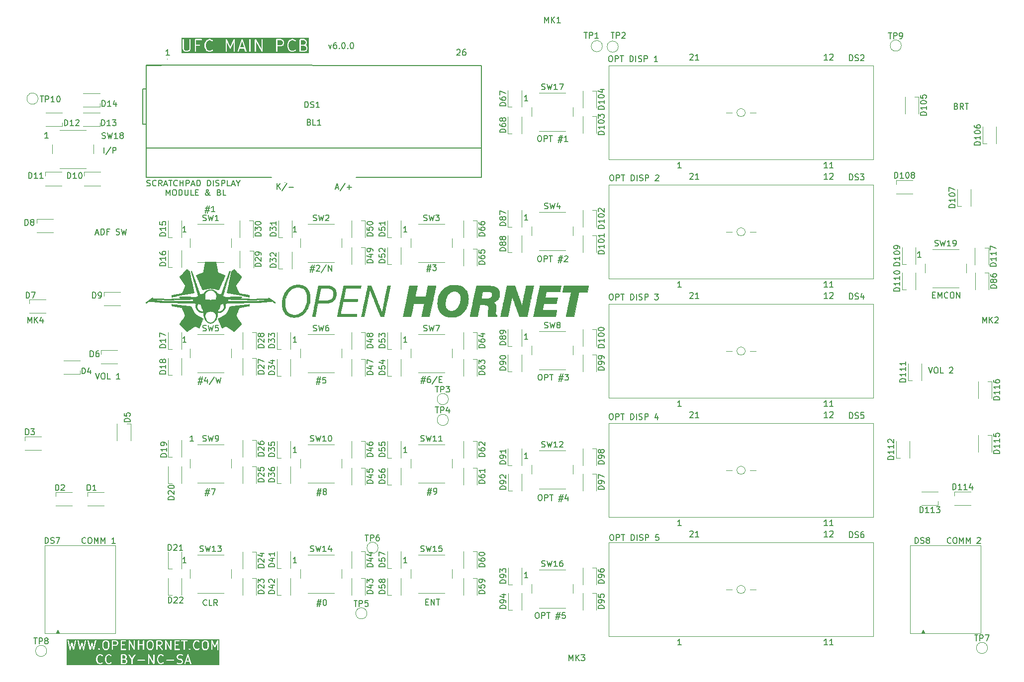
<source format=gbr>
G04 #@! TF.GenerationSoftware,KiCad,Pcbnew,8.0.6*
G04 #@! TF.CreationDate,2024-12-03T12:50:29-05:00*
G04 #@! TF.ProjectId,UFC_Main,5546435f-4d61-4696-9e2e-6b696361645f,6.1.0*
G04 #@! TF.SameCoordinates,Original*
G04 #@! TF.FileFunction,Legend,Top*
G04 #@! TF.FilePolarity,Positive*
%FSLAX46Y46*%
G04 Gerber Fmt 4.6, Leading zero omitted, Abs format (unit mm)*
G04 Created by KiCad (PCBNEW 8.0.6) date 2024-12-03 12:50:29*
%MOMM*%
%LPD*%
G01*
G04 APERTURE LIST*
%ADD10C,0.200000*%
%ADD11C,0.150000*%
%ADD12C,0.120000*%
%ADD13C,0.100000*%
%ADD14C,0.010000*%
G04 APERTURE END LIST*
D10*
G36*
X136529633Y-93328659D02*
G01*
X136596705Y-93395731D01*
X136674129Y-93550578D01*
X136674129Y-93789077D01*
X136596705Y-93943924D01*
X136524417Y-94016214D01*
X136369570Y-94093638D01*
X135731272Y-94093638D01*
X135731272Y-93246019D01*
X136281712Y-93246019D01*
X136529633Y-93328659D01*
G37*
G36*
X136429178Y-92371061D02*
G01*
X136501467Y-92443350D01*
X136578891Y-92598197D01*
X136578891Y-92741458D01*
X136501467Y-92896305D01*
X136429177Y-92968596D01*
X136274331Y-93046019D01*
X135731272Y-93046019D01*
X135731272Y-92293638D01*
X136274332Y-92293638D01*
X136429178Y-92371061D01*
G37*
G36*
X126063957Y-93522209D02*
G01*
X125389061Y-93522209D01*
X125726509Y-92509865D01*
X126063957Y-93522209D01*
G37*
G36*
X132524416Y-92371061D02*
G01*
X132596705Y-92443350D01*
X132674129Y-92598197D01*
X132674129Y-92836696D01*
X132596705Y-92991543D01*
X132524417Y-93063833D01*
X132369570Y-93141257D01*
X131731272Y-93141257D01*
X131731272Y-92293638D01*
X132369570Y-92293638D01*
X132524416Y-92371061D01*
G37*
G36*
X137096351Y-94515860D02*
G01*
X115404287Y-94515860D01*
X115404287Y-92193638D01*
X115626509Y-92193638D01*
X115626509Y-93812685D01*
X115628430Y-93832194D01*
X115629805Y-93835514D01*
X115630060Y-93839098D01*
X115637066Y-93857406D01*
X115732304Y-94047883D01*
X115737588Y-94056277D01*
X115738599Y-94058718D01*
X115740853Y-94061464D01*
X115742747Y-94064473D01*
X115744743Y-94066204D01*
X115751036Y-94073871D01*
X115846274Y-94169111D01*
X115853942Y-94175404D01*
X115855673Y-94177400D01*
X115858680Y-94179293D01*
X115861427Y-94181547D01*
X115863867Y-94182557D01*
X115872264Y-94187843D01*
X116062740Y-94283081D01*
X116081048Y-94290087D01*
X116084631Y-94290341D01*
X116087952Y-94291717D01*
X116107461Y-94293638D01*
X116488414Y-94293638D01*
X116507923Y-94291717D01*
X116511243Y-94290341D01*
X116514827Y-94290087D01*
X116533135Y-94283081D01*
X116723612Y-94187843D01*
X116732009Y-94182557D01*
X116734448Y-94181547D01*
X116737192Y-94179294D01*
X116740202Y-94177400D01*
X116741934Y-94175402D01*
X116749601Y-94169110D01*
X116844839Y-94073871D01*
X116851131Y-94066204D01*
X116853128Y-94064473D01*
X116855021Y-94061465D01*
X116857276Y-94058718D01*
X116858287Y-94056276D01*
X116863571Y-94047882D01*
X116958809Y-93857406D01*
X116965815Y-93839098D01*
X116966069Y-93835514D01*
X116967445Y-93832194D01*
X116969366Y-93812685D01*
X116969366Y-92193638D01*
X117721747Y-92193638D01*
X117721747Y-94193638D01*
X117723668Y-94213147D01*
X117738600Y-94249195D01*
X117766190Y-94276785D01*
X117802238Y-94291717D01*
X117841256Y-94291717D01*
X117877304Y-94276785D01*
X117904894Y-94249195D01*
X117919826Y-94213147D01*
X117921747Y-94193638D01*
X117921747Y-93246019D01*
X118488414Y-93246019D01*
X118507923Y-93244098D01*
X118543971Y-93229166D01*
X118571561Y-93201576D01*
X118586493Y-93165528D01*
X118586493Y-93126510D01*
X118571561Y-93090462D01*
X118543971Y-93062872D01*
X118514779Y-93050780D01*
X119340795Y-93050780D01*
X119340795Y-93336495D01*
X119341130Y-93339897D01*
X119340913Y-93341356D01*
X119341992Y-93348653D01*
X119342716Y-93356004D01*
X119343280Y-93357367D01*
X119343781Y-93360749D01*
X119439019Y-93741700D01*
X119439532Y-93743137D01*
X119439584Y-93743860D01*
X119442692Y-93751984D01*
X119445614Y-93760161D01*
X119446044Y-93760741D01*
X119446590Y-93762168D01*
X119541828Y-93952645D01*
X119547114Y-93961043D01*
X119548124Y-93963480D01*
X119550374Y-93966222D01*
X119552271Y-93969235D01*
X119554269Y-93970968D01*
X119560560Y-93978633D01*
X119751036Y-94169110D01*
X119766189Y-94181547D01*
X119769508Y-94182922D01*
X119772224Y-94185277D01*
X119790124Y-94193268D01*
X120075839Y-94288506D01*
X120085510Y-94290705D01*
X120087953Y-94291717D01*
X120091491Y-94292065D01*
X120094955Y-94292853D01*
X120097588Y-94292665D01*
X120107462Y-94293638D01*
X120297938Y-94293638D01*
X120307811Y-94292665D01*
X120310445Y-94292853D01*
X120313908Y-94292065D01*
X120317447Y-94291717D01*
X120319889Y-94290705D01*
X120329561Y-94288506D01*
X120615275Y-94193268D01*
X120633175Y-94185277D01*
X120635890Y-94182922D01*
X120639210Y-94181547D01*
X120654363Y-94169110D01*
X120749601Y-94073871D01*
X120762038Y-94058718D01*
X120776969Y-94022669D01*
X120776969Y-93983651D01*
X120762037Y-93947603D01*
X120734447Y-93920013D01*
X120698399Y-93905082D01*
X120659381Y-93905082D01*
X120623332Y-93920014D01*
X120608179Y-93932450D01*
X120529633Y-94010997D01*
X120281711Y-94093638D01*
X120123689Y-94093638D01*
X119875766Y-94010997D01*
X119713457Y-93848688D01*
X119630384Y-93682543D01*
X119540795Y-93324185D01*
X119540795Y-93063090D01*
X119630384Y-92704732D01*
X119713456Y-92538588D01*
X119875765Y-92376278D01*
X120123689Y-92293638D01*
X120281711Y-92293638D01*
X120529632Y-92376278D01*
X120608179Y-92454825D01*
X120623333Y-92467261D01*
X120659381Y-92482193D01*
X120698399Y-92482193D01*
X120734447Y-92467261D01*
X120762037Y-92439671D01*
X120776969Y-92403623D01*
X120776969Y-92364605D01*
X120762037Y-92328557D01*
X120749601Y-92313403D01*
X120654363Y-92218165D01*
X120639209Y-92205729D01*
X120635890Y-92204354D01*
X120633175Y-92201999D01*
X120615275Y-92194008D01*
X120614165Y-92193638D01*
X122959843Y-92193638D01*
X122959843Y-94193638D01*
X122961764Y-94213147D01*
X122976696Y-94249195D01*
X123004286Y-94276785D01*
X123040334Y-94291717D01*
X123079352Y-94291717D01*
X123115400Y-94276785D01*
X123142990Y-94249195D01*
X123157922Y-94213147D01*
X123159843Y-94193638D01*
X123159843Y-92644393D01*
X123635892Y-93664498D01*
X123640124Y-93671643D01*
X123641004Y-93674061D01*
X123642569Y-93675770D01*
X123645883Y-93681364D01*
X123657093Y-93691630D01*
X123667355Y-93702836D01*
X123671380Y-93704714D01*
X123674658Y-93707716D01*
X123688940Y-93712909D01*
X123702713Y-93719337D01*
X123707152Y-93719532D01*
X123711327Y-93721050D01*
X123726510Y-93720382D01*
X123741693Y-93721050D01*
X123745866Y-93719532D01*
X123750308Y-93719337D01*
X123764092Y-93712904D01*
X123778362Y-93707715D01*
X123781635Y-93704717D01*
X123785665Y-93702837D01*
X123795934Y-93691622D01*
X123807137Y-93681364D01*
X123810448Y-93675773D01*
X123812017Y-93674061D01*
X123812897Y-93671639D01*
X123817128Y-93664498D01*
X124293176Y-92644394D01*
X124293176Y-94193638D01*
X124295097Y-94213147D01*
X124310029Y-94249195D01*
X124337619Y-94276785D01*
X124373667Y-94291717D01*
X124412685Y-94291717D01*
X124448733Y-94276785D01*
X124476323Y-94249195D01*
X124491255Y-94213147D01*
X124493176Y-94193638D01*
X124493176Y-94181131D01*
X124960628Y-94181131D01*
X124963394Y-94220051D01*
X124980844Y-94254950D01*
X125010320Y-94280515D01*
X125047336Y-94292853D01*
X125086256Y-94290087D01*
X125121155Y-94272637D01*
X125146720Y-94243161D01*
X125154711Y-94225261D01*
X125322395Y-93722209D01*
X126130624Y-93722209D01*
X126298308Y-94225261D01*
X126306299Y-94243161D01*
X126331864Y-94272637D01*
X126366763Y-94290087D01*
X126405683Y-94292853D01*
X126442699Y-94280514D01*
X126472175Y-94254949D01*
X126489625Y-94220050D01*
X126492391Y-94181130D01*
X126488044Y-94162015D01*
X125831918Y-92193638D01*
X126959843Y-92193638D01*
X126959843Y-94193638D01*
X126961764Y-94213147D01*
X126976696Y-94249195D01*
X127004286Y-94276785D01*
X127040334Y-94291717D01*
X127079352Y-94291717D01*
X127115400Y-94276785D01*
X127142990Y-94249195D01*
X127157922Y-94213147D01*
X127159843Y-94193638D01*
X127159843Y-92193638D01*
X127912224Y-92193638D01*
X127912224Y-94193638D01*
X127914145Y-94213147D01*
X127929077Y-94249195D01*
X127956667Y-94276785D01*
X127992715Y-94291717D01*
X128031733Y-94291717D01*
X128067781Y-94276785D01*
X128095371Y-94249195D01*
X128110303Y-94213147D01*
X128112224Y-94193638D01*
X128112224Y-92570194D01*
X129068257Y-94243252D01*
X129071175Y-94247362D01*
X129071934Y-94249195D01*
X129073800Y-94251061D01*
X129079604Y-94259237D01*
X129090118Y-94267379D01*
X129099524Y-94276785D01*
X129105414Y-94279224D01*
X129110453Y-94283127D01*
X129123281Y-94286625D01*
X129135572Y-94291717D01*
X129141947Y-94291717D01*
X129148096Y-94293394D01*
X129161287Y-94291717D01*
X129174590Y-94291717D01*
X129180481Y-94289276D01*
X129186803Y-94288473D01*
X129198348Y-94281875D01*
X129210638Y-94276785D01*
X129215145Y-94272277D01*
X129220680Y-94269115D01*
X129228822Y-94258600D01*
X129238228Y-94249195D01*
X129240667Y-94243304D01*
X129244570Y-94238266D01*
X129248068Y-94225438D01*
X129253160Y-94213147D01*
X129254142Y-94203167D01*
X129254837Y-94200622D01*
X129254586Y-94198655D01*
X129255081Y-94193638D01*
X129255081Y-92193638D01*
X131531272Y-92193638D01*
X131531272Y-94193638D01*
X131533193Y-94213147D01*
X131548125Y-94249195D01*
X131575715Y-94276785D01*
X131611763Y-94291717D01*
X131650781Y-94291717D01*
X131686829Y-94276785D01*
X131714419Y-94249195D01*
X131729351Y-94213147D01*
X131731272Y-94193638D01*
X131731272Y-93341257D01*
X132393177Y-93341257D01*
X132412686Y-93339336D01*
X132416006Y-93337960D01*
X132419590Y-93337706D01*
X132437898Y-93330700D01*
X132628375Y-93235462D01*
X132636772Y-93230176D01*
X132639211Y-93229166D01*
X132641955Y-93226913D01*
X132644965Y-93225019D01*
X132646697Y-93223021D01*
X132654364Y-93216729D01*
X132749602Y-93121490D01*
X132755894Y-93113823D01*
X132757891Y-93112092D01*
X132759784Y-93109084D01*
X132762039Y-93106337D01*
X132763050Y-93103895D01*
X132768334Y-93095501D01*
X132790695Y-93050780D01*
X133436034Y-93050780D01*
X133436034Y-93336495D01*
X133436369Y-93339897D01*
X133436152Y-93341356D01*
X133437231Y-93348653D01*
X133437955Y-93356004D01*
X133438519Y-93357367D01*
X133439020Y-93360749D01*
X133534258Y-93741700D01*
X133534771Y-93743137D01*
X133534823Y-93743860D01*
X133537931Y-93751984D01*
X133540853Y-93760161D01*
X133541283Y-93760741D01*
X133541829Y-93762168D01*
X133637067Y-93952645D01*
X133642353Y-93961043D01*
X133643363Y-93963480D01*
X133645613Y-93966222D01*
X133647510Y-93969235D01*
X133649508Y-93970968D01*
X133655799Y-93978633D01*
X133846275Y-94169110D01*
X133861428Y-94181547D01*
X133864747Y-94182922D01*
X133867463Y-94185277D01*
X133885363Y-94193268D01*
X134171078Y-94288506D01*
X134180749Y-94290705D01*
X134183192Y-94291717D01*
X134186730Y-94292065D01*
X134190194Y-94292853D01*
X134192827Y-94292665D01*
X134202701Y-94293638D01*
X134393177Y-94293638D01*
X134403050Y-94292665D01*
X134405684Y-94292853D01*
X134409147Y-94292065D01*
X134412686Y-94291717D01*
X134415128Y-94290705D01*
X134424800Y-94288506D01*
X134710514Y-94193268D01*
X134728414Y-94185277D01*
X134731129Y-94182922D01*
X134734449Y-94181547D01*
X134749602Y-94169110D01*
X134844840Y-94073871D01*
X134857277Y-94058718D01*
X134872208Y-94022669D01*
X134872208Y-93983651D01*
X134857276Y-93947603D01*
X134829686Y-93920013D01*
X134793638Y-93905082D01*
X134754620Y-93905082D01*
X134718571Y-93920014D01*
X134703418Y-93932450D01*
X134624872Y-94010997D01*
X134376950Y-94093638D01*
X134218928Y-94093638D01*
X133971005Y-94010997D01*
X133808696Y-93848688D01*
X133725623Y-93682543D01*
X133636034Y-93324185D01*
X133636034Y-93063090D01*
X133725623Y-92704732D01*
X133808695Y-92538588D01*
X133971004Y-92376278D01*
X134218928Y-92293638D01*
X134376950Y-92293638D01*
X134624871Y-92376278D01*
X134703418Y-92454825D01*
X134718572Y-92467261D01*
X134754620Y-92482193D01*
X134793638Y-92482193D01*
X134829686Y-92467261D01*
X134857276Y-92439671D01*
X134872208Y-92403623D01*
X134872208Y-92364605D01*
X134857276Y-92328557D01*
X134844840Y-92313403D01*
X134749602Y-92218165D01*
X134734448Y-92205729D01*
X134731129Y-92204354D01*
X134728414Y-92201999D01*
X134710514Y-92194008D01*
X134709404Y-92193638D01*
X135531272Y-92193638D01*
X135531272Y-94193638D01*
X135533193Y-94213147D01*
X135548125Y-94249195D01*
X135575715Y-94276785D01*
X135611763Y-94291717D01*
X135631272Y-94293638D01*
X136393177Y-94293638D01*
X136412686Y-94291717D01*
X136416006Y-94290341D01*
X136419590Y-94290087D01*
X136437898Y-94283081D01*
X136628375Y-94187843D01*
X136636772Y-94182557D01*
X136639211Y-94181547D01*
X136641955Y-94179294D01*
X136644965Y-94177400D01*
X136646697Y-94175402D01*
X136654364Y-94169110D01*
X136749602Y-94073871D01*
X136755894Y-94066204D01*
X136757891Y-94064473D01*
X136759784Y-94061465D01*
X136762039Y-94058718D01*
X136763050Y-94056276D01*
X136768334Y-94047882D01*
X136863572Y-93857406D01*
X136870578Y-93839098D01*
X136870832Y-93835514D01*
X136872208Y-93832194D01*
X136874129Y-93812685D01*
X136874129Y-93526971D01*
X136872208Y-93507462D01*
X136870832Y-93504141D01*
X136870578Y-93500558D01*
X136863572Y-93482250D01*
X136768334Y-93291774D01*
X136763047Y-93283375D01*
X136762038Y-93280938D01*
X136759786Y-93278194D01*
X136757891Y-93275183D01*
X136755893Y-93273450D01*
X136749602Y-93265784D01*
X136654364Y-93170546D01*
X136639210Y-93158110D01*
X136635891Y-93156735D01*
X136633176Y-93154380D01*
X136615276Y-93146389D01*
X136553769Y-93125886D01*
X136559126Y-93121491D01*
X136654364Y-93026253D01*
X136660655Y-93018586D01*
X136662653Y-93016854D01*
X136664548Y-93013842D01*
X136666800Y-93011099D01*
X136667809Y-93008661D01*
X136673096Y-93000263D01*
X136768334Y-92809787D01*
X136775340Y-92791479D01*
X136775594Y-92787895D01*
X136776970Y-92784575D01*
X136778891Y-92765066D01*
X136778891Y-92574590D01*
X136776970Y-92555081D01*
X136775594Y-92551760D01*
X136775340Y-92548177D01*
X136768334Y-92529869D01*
X136673096Y-92339393D01*
X136667809Y-92330994D01*
X136666800Y-92328557D01*
X136664548Y-92325813D01*
X136662653Y-92322802D01*
X136660655Y-92321069D01*
X136654364Y-92313403D01*
X136559126Y-92218165D01*
X136551459Y-92211873D01*
X136549727Y-92209876D01*
X136546715Y-92207980D01*
X136543972Y-92205729D01*
X136541535Y-92204719D01*
X136533137Y-92199433D01*
X136342660Y-92104195D01*
X136324352Y-92097189D01*
X136320768Y-92096934D01*
X136317448Y-92095559D01*
X136297939Y-92093638D01*
X135631272Y-92093638D01*
X135611763Y-92095559D01*
X135575715Y-92110491D01*
X135548125Y-92138081D01*
X135533193Y-92174129D01*
X135531272Y-92193638D01*
X134709404Y-92193638D01*
X134424800Y-92098770D01*
X134415128Y-92096570D01*
X134412686Y-92095559D01*
X134409147Y-92095210D01*
X134405684Y-92094423D01*
X134403050Y-92094610D01*
X134393177Y-92093638D01*
X134202701Y-92093638D01*
X134192827Y-92094610D01*
X134190194Y-92094423D01*
X134186730Y-92095210D01*
X134183192Y-92095559D01*
X134180749Y-92096570D01*
X134171078Y-92098770D01*
X133885363Y-92194008D01*
X133867463Y-92201999D01*
X133864747Y-92204354D01*
X133861429Y-92205729D01*
X133846276Y-92218165D01*
X133655799Y-92408641D01*
X133649507Y-92416307D01*
X133647510Y-92418040D01*
X133645614Y-92421051D01*
X133643363Y-92423795D01*
X133642353Y-92426231D01*
X133637067Y-92434630D01*
X133541829Y-92625107D01*
X133541283Y-92626533D01*
X133540853Y-92627114D01*
X133537931Y-92635290D01*
X133534823Y-92643415D01*
X133534771Y-92644137D01*
X133534258Y-92645575D01*
X133439020Y-93026526D01*
X133438519Y-93029907D01*
X133437955Y-93031271D01*
X133437231Y-93038621D01*
X133436152Y-93045919D01*
X133436369Y-93047377D01*
X133436034Y-93050780D01*
X132790695Y-93050780D01*
X132863572Y-92905025D01*
X132870578Y-92886717D01*
X132870832Y-92883133D01*
X132872208Y-92879813D01*
X132874129Y-92860304D01*
X132874129Y-92574590D01*
X132872208Y-92555081D01*
X132870832Y-92551760D01*
X132870578Y-92548177D01*
X132863572Y-92529869D01*
X132768334Y-92339393D01*
X132763047Y-92330994D01*
X132762038Y-92328557D01*
X132759786Y-92325813D01*
X132757891Y-92322802D01*
X132755893Y-92321069D01*
X132749602Y-92313403D01*
X132654364Y-92218165D01*
X132646697Y-92211873D01*
X132644965Y-92209876D01*
X132641953Y-92207980D01*
X132639210Y-92205729D01*
X132636773Y-92204719D01*
X132628375Y-92199433D01*
X132437898Y-92104195D01*
X132419590Y-92097189D01*
X132416006Y-92096934D01*
X132412686Y-92095559D01*
X132393177Y-92093638D01*
X131631272Y-92093638D01*
X131611763Y-92095559D01*
X131575715Y-92110491D01*
X131548125Y-92138081D01*
X131533193Y-92174129D01*
X131531272Y-92193638D01*
X129255081Y-92193638D01*
X129253160Y-92174129D01*
X129238228Y-92138081D01*
X129210638Y-92110491D01*
X129174590Y-92095559D01*
X129135572Y-92095559D01*
X129099524Y-92110491D01*
X129071934Y-92138081D01*
X129057002Y-92174129D01*
X129055081Y-92193638D01*
X129055081Y-93817081D01*
X128099048Y-92144024D01*
X128096129Y-92139913D01*
X128095371Y-92138081D01*
X128093504Y-92136214D01*
X128087701Y-92128039D01*
X128077186Y-92119896D01*
X128067781Y-92110491D01*
X128061890Y-92108051D01*
X128056852Y-92104149D01*
X128044023Y-92100650D01*
X128031733Y-92095559D01*
X128025358Y-92095559D01*
X128019209Y-92093882D01*
X128006016Y-92095559D01*
X127992715Y-92095559D01*
X127986826Y-92097998D01*
X127980502Y-92098802D01*
X127968952Y-92105402D01*
X127956667Y-92110491D01*
X127952159Y-92114998D01*
X127946625Y-92118161D01*
X127938482Y-92128675D01*
X127929077Y-92138081D01*
X127926637Y-92143971D01*
X127922735Y-92149010D01*
X127919236Y-92161838D01*
X127914145Y-92174129D01*
X127913162Y-92184106D01*
X127912468Y-92186653D01*
X127912718Y-92188620D01*
X127912224Y-92193638D01*
X127159843Y-92193638D01*
X127157922Y-92174129D01*
X127142990Y-92138081D01*
X127115400Y-92110491D01*
X127079352Y-92095559D01*
X127040334Y-92095559D01*
X127004286Y-92110491D01*
X126976696Y-92138081D01*
X126961764Y-92174129D01*
X126959843Y-92193638D01*
X125831918Y-92193638D01*
X125821377Y-92162015D01*
X125813386Y-92144115D01*
X125808702Y-92138715D01*
X125805508Y-92132326D01*
X125796033Y-92124108D01*
X125787820Y-92114639D01*
X125781432Y-92111445D01*
X125776032Y-92106761D01*
X125764133Y-92102795D01*
X125752922Y-92097189D01*
X125745794Y-92096682D01*
X125739016Y-92094423D01*
X125726509Y-92095311D01*
X125714002Y-92094423D01*
X125707223Y-92096682D01*
X125700096Y-92097189D01*
X125688884Y-92102795D01*
X125676986Y-92106761D01*
X125671585Y-92111444D01*
X125665198Y-92114639D01*
X125656982Y-92124111D01*
X125647510Y-92132327D01*
X125644315Y-92138714D01*
X125639632Y-92144115D01*
X125631641Y-92162015D01*
X124964975Y-94162015D01*
X124960628Y-94181131D01*
X124493176Y-94181131D01*
X124493176Y-92193638D01*
X124491913Y-92180814D01*
X124492017Y-92178455D01*
X124491556Y-92177187D01*
X124491255Y-92174129D01*
X124484610Y-92158087D01*
X124478682Y-92141786D01*
X124477176Y-92140142D01*
X124476323Y-92138081D01*
X124464049Y-92125807D01*
X124452331Y-92113011D01*
X124450309Y-92112067D01*
X124448733Y-92110491D01*
X124432693Y-92103846D01*
X124416973Y-92096511D01*
X124414747Y-92096413D01*
X124412685Y-92095559D01*
X124395310Y-92095559D01*
X124377993Y-92094798D01*
X124375900Y-92095559D01*
X124373667Y-92095559D01*
X124357616Y-92102207D01*
X124341324Y-92108132D01*
X124339680Y-92109637D01*
X124337619Y-92110491D01*
X124325351Y-92122758D01*
X124312548Y-92134483D01*
X124310980Y-92137129D01*
X124310029Y-92138081D01*
X124309126Y-92140259D01*
X124302558Y-92151350D01*
X123726509Y-93385739D01*
X123150461Y-92151349D01*
X123143893Y-92140262D01*
X123142990Y-92138081D01*
X123142036Y-92137127D01*
X123140470Y-92134483D01*
X123127673Y-92122764D01*
X123115400Y-92110491D01*
X123113338Y-92109637D01*
X123111695Y-92108132D01*
X123095393Y-92102203D01*
X123079352Y-92095559D01*
X123077121Y-92095559D01*
X123075026Y-92094797D01*
X123057686Y-92095559D01*
X123040334Y-92095559D01*
X123038274Y-92096412D01*
X123036046Y-92096510D01*
X123020315Y-92103851D01*
X123004286Y-92110491D01*
X123002709Y-92112067D01*
X123000688Y-92113011D01*
X122988969Y-92125807D01*
X122976696Y-92138081D01*
X122975842Y-92140142D01*
X122974337Y-92141786D01*
X122968408Y-92158087D01*
X122961764Y-92174129D01*
X122961462Y-92177187D01*
X122961002Y-92178455D01*
X122961105Y-92180814D01*
X122959843Y-92193638D01*
X120614165Y-92193638D01*
X120329561Y-92098770D01*
X120319889Y-92096570D01*
X120317447Y-92095559D01*
X120313908Y-92095210D01*
X120310445Y-92094423D01*
X120307811Y-92094610D01*
X120297938Y-92093638D01*
X120107462Y-92093638D01*
X120097588Y-92094610D01*
X120094955Y-92094423D01*
X120091491Y-92095210D01*
X120087953Y-92095559D01*
X120085510Y-92096570D01*
X120075839Y-92098770D01*
X119790124Y-92194008D01*
X119772224Y-92201999D01*
X119769508Y-92204354D01*
X119766190Y-92205729D01*
X119751037Y-92218165D01*
X119560560Y-92408641D01*
X119554268Y-92416307D01*
X119552271Y-92418040D01*
X119550375Y-92421051D01*
X119548124Y-92423795D01*
X119547114Y-92426231D01*
X119541828Y-92434630D01*
X119446590Y-92625107D01*
X119446044Y-92626533D01*
X119445614Y-92627114D01*
X119442692Y-92635290D01*
X119439584Y-92643415D01*
X119439532Y-92644137D01*
X119439019Y-92645575D01*
X119343781Y-93026526D01*
X119343280Y-93029907D01*
X119342716Y-93031271D01*
X119341992Y-93038621D01*
X119340913Y-93045919D01*
X119341130Y-93047377D01*
X119340795Y-93050780D01*
X118514779Y-93050780D01*
X118507923Y-93047940D01*
X118488414Y-93046019D01*
X117921747Y-93046019D01*
X117921747Y-92293638D01*
X118774128Y-92293638D01*
X118793637Y-92291717D01*
X118829685Y-92276785D01*
X118857275Y-92249195D01*
X118872207Y-92213147D01*
X118872207Y-92174129D01*
X118857275Y-92138081D01*
X118829685Y-92110491D01*
X118793637Y-92095559D01*
X118774128Y-92093638D01*
X117821747Y-92093638D01*
X117802238Y-92095559D01*
X117766190Y-92110491D01*
X117738600Y-92138081D01*
X117723668Y-92174129D01*
X117721747Y-92193638D01*
X116969366Y-92193638D01*
X116967445Y-92174129D01*
X116952513Y-92138081D01*
X116924923Y-92110491D01*
X116888875Y-92095559D01*
X116849857Y-92095559D01*
X116813809Y-92110491D01*
X116786219Y-92138081D01*
X116771287Y-92174129D01*
X116769366Y-92193638D01*
X116769366Y-93789077D01*
X116691942Y-93943924D01*
X116619654Y-94016214D01*
X116464807Y-94093638D01*
X116131069Y-94093638D01*
X115976220Y-94016214D01*
X115903933Y-93943926D01*
X115826509Y-93789078D01*
X115826509Y-92193638D01*
X115824588Y-92174129D01*
X115809656Y-92138081D01*
X115782066Y-92110491D01*
X115746018Y-92095559D01*
X115707000Y-92095559D01*
X115670952Y-92110491D01*
X115643362Y-92138081D01*
X115628430Y-92174129D01*
X115626509Y-92193638D01*
X115404287Y-92193638D01*
X115404287Y-91871416D01*
X137096351Y-91871416D01*
X137096351Y-94515860D01*
G37*
D11*
X100794392Y-149054819D02*
X101127725Y-150054819D01*
X101127725Y-150054819D02*
X101461058Y-149054819D01*
X101984868Y-149054819D02*
X102175344Y-149054819D01*
X102175344Y-149054819D02*
X102270582Y-149102438D01*
X102270582Y-149102438D02*
X102365820Y-149197676D01*
X102365820Y-149197676D02*
X102413439Y-149388152D01*
X102413439Y-149388152D02*
X102413439Y-149721485D01*
X102413439Y-149721485D02*
X102365820Y-149911961D01*
X102365820Y-149911961D02*
X102270582Y-150007200D01*
X102270582Y-150007200D02*
X102175344Y-150054819D01*
X102175344Y-150054819D02*
X101984868Y-150054819D01*
X101984868Y-150054819D02*
X101889630Y-150007200D01*
X101889630Y-150007200D02*
X101794392Y-149911961D01*
X101794392Y-149911961D02*
X101746773Y-149721485D01*
X101746773Y-149721485D02*
X101746773Y-149388152D01*
X101746773Y-149388152D02*
X101794392Y-149197676D01*
X101794392Y-149197676D02*
X101889630Y-149102438D01*
X101889630Y-149102438D02*
X101984868Y-149054819D01*
X103318201Y-150054819D02*
X102842011Y-150054819D01*
X102842011Y-150054819D02*
X102842011Y-149054819D01*
X104937249Y-150054819D02*
X104365821Y-150054819D01*
X104651535Y-150054819D02*
X104651535Y-149054819D01*
X104651535Y-149054819D02*
X104556297Y-149197676D01*
X104556297Y-149197676D02*
X104461059Y-149292914D01*
X104461059Y-149292914D02*
X104365821Y-149340533D01*
X157227726Y-130888152D02*
X157942011Y-130888152D01*
X157513440Y-130459580D02*
X157227726Y-131745295D01*
X157846773Y-131316723D02*
X157132488Y-131316723D01*
X157561059Y-131745295D02*
X157846773Y-130459580D01*
X158180107Y-130554819D02*
X158799154Y-130554819D01*
X158799154Y-130554819D02*
X158465821Y-130935771D01*
X158465821Y-130935771D02*
X158608678Y-130935771D01*
X158608678Y-130935771D02*
X158703916Y-130983390D01*
X158703916Y-130983390D02*
X158751535Y-131031009D01*
X158751535Y-131031009D02*
X158799154Y-131126247D01*
X158799154Y-131126247D02*
X158799154Y-131364342D01*
X158799154Y-131364342D02*
X158751535Y-131459580D01*
X158751535Y-131459580D02*
X158703916Y-131507200D01*
X158703916Y-131507200D02*
X158608678Y-131554819D01*
X158608678Y-131554819D02*
X158322964Y-131554819D01*
X158322964Y-131554819D02*
X158227726Y-131507200D01*
X158227726Y-131507200D02*
X158180107Y-131459580D01*
X247303916Y-103531009D02*
X247446773Y-103578628D01*
X247446773Y-103578628D02*
X247494392Y-103626247D01*
X247494392Y-103626247D02*
X247542011Y-103721485D01*
X247542011Y-103721485D02*
X247542011Y-103864342D01*
X247542011Y-103864342D02*
X247494392Y-103959580D01*
X247494392Y-103959580D02*
X247446773Y-104007200D01*
X247446773Y-104007200D02*
X247351535Y-104054819D01*
X247351535Y-104054819D02*
X246970583Y-104054819D01*
X246970583Y-104054819D02*
X246970583Y-103054819D01*
X246970583Y-103054819D02*
X247303916Y-103054819D01*
X247303916Y-103054819D02*
X247399154Y-103102438D01*
X247399154Y-103102438D02*
X247446773Y-103150057D01*
X247446773Y-103150057D02*
X247494392Y-103245295D01*
X247494392Y-103245295D02*
X247494392Y-103340533D01*
X247494392Y-103340533D02*
X247446773Y-103435771D01*
X247446773Y-103435771D02*
X247399154Y-103483390D01*
X247399154Y-103483390D02*
X247303916Y-103531009D01*
X247303916Y-103531009D02*
X246970583Y-103531009D01*
X248542011Y-104054819D02*
X248208678Y-103578628D01*
X247970583Y-104054819D02*
X247970583Y-103054819D01*
X247970583Y-103054819D02*
X248351535Y-103054819D01*
X248351535Y-103054819D02*
X248446773Y-103102438D01*
X248446773Y-103102438D02*
X248494392Y-103150057D01*
X248494392Y-103150057D02*
X248542011Y-103245295D01*
X248542011Y-103245295D02*
X248542011Y-103388152D01*
X248542011Y-103388152D02*
X248494392Y-103483390D01*
X248494392Y-103483390D02*
X248446773Y-103531009D01*
X248446773Y-103531009D02*
X248351535Y-103578628D01*
X248351535Y-103578628D02*
X247970583Y-103578628D01*
X248827726Y-103054819D02*
X249399154Y-103054819D01*
X249113440Y-104054819D02*
X249113440Y-103054819D01*
X113374028Y-94869819D02*
X112802600Y-94869819D01*
X113088314Y-94869819D02*
X113088314Y-93869819D01*
X113088314Y-93869819D02*
X112993076Y-94012676D01*
X112993076Y-94012676D02*
X112897838Y-94107914D01*
X112897838Y-94107914D02*
X112802600Y-94155533D01*
X119718201Y-188559580D02*
X119670582Y-188607200D01*
X119670582Y-188607200D02*
X119527725Y-188654819D01*
X119527725Y-188654819D02*
X119432487Y-188654819D01*
X119432487Y-188654819D02*
X119289630Y-188607200D01*
X119289630Y-188607200D02*
X119194392Y-188511961D01*
X119194392Y-188511961D02*
X119146773Y-188416723D01*
X119146773Y-188416723D02*
X119099154Y-188226247D01*
X119099154Y-188226247D02*
X119099154Y-188083390D01*
X119099154Y-188083390D02*
X119146773Y-187892914D01*
X119146773Y-187892914D02*
X119194392Y-187797676D01*
X119194392Y-187797676D02*
X119289630Y-187702438D01*
X119289630Y-187702438D02*
X119432487Y-187654819D01*
X119432487Y-187654819D02*
X119527725Y-187654819D01*
X119527725Y-187654819D02*
X119670582Y-187702438D01*
X119670582Y-187702438D02*
X119718201Y-187750057D01*
X120622963Y-188654819D02*
X120146773Y-188654819D01*
X120146773Y-188654819D02*
X120146773Y-187654819D01*
X121527725Y-188654819D02*
X121194392Y-188178628D01*
X120956297Y-188654819D02*
X120956297Y-187654819D01*
X120956297Y-187654819D02*
X121337249Y-187654819D01*
X121337249Y-187654819D02*
X121432487Y-187702438D01*
X121432487Y-187702438D02*
X121480106Y-187750057D01*
X121480106Y-187750057D02*
X121527725Y-187845295D01*
X121527725Y-187845295D02*
X121527725Y-187988152D01*
X121527725Y-187988152D02*
X121480106Y-188083390D01*
X121480106Y-188083390D02*
X121432487Y-188131009D01*
X121432487Y-188131009D02*
X121337249Y-188178628D01*
X121337249Y-188178628D02*
X120956297Y-188178628D01*
X162302600Y-93965057D02*
X162350219Y-93917438D01*
X162350219Y-93917438D02*
X162445457Y-93869819D01*
X162445457Y-93869819D02*
X162683552Y-93869819D01*
X162683552Y-93869819D02*
X162778790Y-93917438D01*
X162778790Y-93917438D02*
X162826409Y-93965057D01*
X162826409Y-93965057D02*
X162874028Y-94060295D01*
X162874028Y-94060295D02*
X162874028Y-94155533D01*
X162874028Y-94155533D02*
X162826409Y-94298390D01*
X162826409Y-94298390D02*
X162254981Y-94869819D01*
X162254981Y-94869819D02*
X162874028Y-94869819D01*
X163731171Y-93869819D02*
X163540695Y-93869819D01*
X163540695Y-93869819D02*
X163445457Y-93917438D01*
X163445457Y-93917438D02*
X163397838Y-93965057D01*
X163397838Y-93965057D02*
X163302600Y-94107914D01*
X163302600Y-94107914D02*
X163254981Y-94298390D01*
X163254981Y-94298390D02*
X163254981Y-94679342D01*
X163254981Y-94679342D02*
X163302600Y-94774580D01*
X163302600Y-94774580D02*
X163350219Y-94822200D01*
X163350219Y-94822200D02*
X163445457Y-94869819D01*
X163445457Y-94869819D02*
X163635933Y-94869819D01*
X163635933Y-94869819D02*
X163731171Y-94822200D01*
X163731171Y-94822200D02*
X163778790Y-94774580D01*
X163778790Y-94774580D02*
X163826409Y-94679342D01*
X163826409Y-94679342D02*
X163826409Y-94441247D01*
X163826409Y-94441247D02*
X163778790Y-94346009D01*
X163778790Y-94346009D02*
X163731171Y-94298390D01*
X163731171Y-94298390D02*
X163635933Y-94250771D01*
X163635933Y-94250771D02*
X163445457Y-94250771D01*
X163445457Y-94250771D02*
X163350219Y-94298390D01*
X163350219Y-94298390D02*
X163302600Y-94346009D01*
X163302600Y-94346009D02*
X163254981Y-94441247D01*
X246399154Y-177959580D02*
X246351535Y-178007200D01*
X246351535Y-178007200D02*
X246208678Y-178054819D01*
X246208678Y-178054819D02*
X246113440Y-178054819D01*
X246113440Y-178054819D02*
X245970583Y-178007200D01*
X245970583Y-178007200D02*
X245875345Y-177911961D01*
X245875345Y-177911961D02*
X245827726Y-177816723D01*
X245827726Y-177816723D02*
X245780107Y-177626247D01*
X245780107Y-177626247D02*
X245780107Y-177483390D01*
X245780107Y-177483390D02*
X245827726Y-177292914D01*
X245827726Y-177292914D02*
X245875345Y-177197676D01*
X245875345Y-177197676D02*
X245970583Y-177102438D01*
X245970583Y-177102438D02*
X246113440Y-177054819D01*
X246113440Y-177054819D02*
X246208678Y-177054819D01*
X246208678Y-177054819D02*
X246351535Y-177102438D01*
X246351535Y-177102438D02*
X246399154Y-177150057D01*
X247018202Y-177054819D02*
X247208678Y-177054819D01*
X247208678Y-177054819D02*
X247303916Y-177102438D01*
X247303916Y-177102438D02*
X247399154Y-177197676D01*
X247399154Y-177197676D02*
X247446773Y-177388152D01*
X247446773Y-177388152D02*
X247446773Y-177721485D01*
X247446773Y-177721485D02*
X247399154Y-177911961D01*
X247399154Y-177911961D02*
X247303916Y-178007200D01*
X247303916Y-178007200D02*
X247208678Y-178054819D01*
X247208678Y-178054819D02*
X247018202Y-178054819D01*
X247018202Y-178054819D02*
X246922964Y-178007200D01*
X246922964Y-178007200D02*
X246827726Y-177911961D01*
X246827726Y-177911961D02*
X246780107Y-177721485D01*
X246780107Y-177721485D02*
X246780107Y-177388152D01*
X246780107Y-177388152D02*
X246827726Y-177197676D01*
X246827726Y-177197676D02*
X246922964Y-177102438D01*
X246922964Y-177102438D02*
X247018202Y-177054819D01*
X247875345Y-178054819D02*
X247875345Y-177054819D01*
X247875345Y-177054819D02*
X248208678Y-177769104D01*
X248208678Y-177769104D02*
X248542011Y-177054819D01*
X248542011Y-177054819D02*
X248542011Y-178054819D01*
X249018202Y-178054819D02*
X249018202Y-177054819D01*
X249018202Y-177054819D02*
X249351535Y-177769104D01*
X249351535Y-177769104D02*
X249684868Y-177054819D01*
X249684868Y-177054819D02*
X249684868Y-178054819D01*
X250875345Y-177150057D02*
X250922964Y-177102438D01*
X250922964Y-177102438D02*
X251018202Y-177054819D01*
X251018202Y-177054819D02*
X251256297Y-177054819D01*
X251256297Y-177054819D02*
X251351535Y-177102438D01*
X251351535Y-177102438D02*
X251399154Y-177150057D01*
X251399154Y-177150057D02*
X251446773Y-177245295D01*
X251446773Y-177245295D02*
X251446773Y-177340533D01*
X251446773Y-177340533D02*
X251399154Y-177483390D01*
X251399154Y-177483390D02*
X250827726Y-178054819D01*
X250827726Y-178054819D02*
X251446773Y-178054819D01*
X176380106Y-149254819D02*
X176570582Y-149254819D01*
X176570582Y-149254819D02*
X176665820Y-149302438D01*
X176665820Y-149302438D02*
X176761058Y-149397676D01*
X176761058Y-149397676D02*
X176808677Y-149588152D01*
X176808677Y-149588152D02*
X176808677Y-149921485D01*
X176808677Y-149921485D02*
X176761058Y-150111961D01*
X176761058Y-150111961D02*
X176665820Y-150207200D01*
X176665820Y-150207200D02*
X176570582Y-150254819D01*
X176570582Y-150254819D02*
X176380106Y-150254819D01*
X176380106Y-150254819D02*
X176284868Y-150207200D01*
X176284868Y-150207200D02*
X176189630Y-150111961D01*
X176189630Y-150111961D02*
X176142011Y-149921485D01*
X176142011Y-149921485D02*
X176142011Y-149588152D01*
X176142011Y-149588152D02*
X176189630Y-149397676D01*
X176189630Y-149397676D02*
X176284868Y-149302438D01*
X176284868Y-149302438D02*
X176380106Y-149254819D01*
X177237249Y-150254819D02*
X177237249Y-149254819D01*
X177237249Y-149254819D02*
X177618201Y-149254819D01*
X177618201Y-149254819D02*
X177713439Y-149302438D01*
X177713439Y-149302438D02*
X177761058Y-149350057D01*
X177761058Y-149350057D02*
X177808677Y-149445295D01*
X177808677Y-149445295D02*
X177808677Y-149588152D01*
X177808677Y-149588152D02*
X177761058Y-149683390D01*
X177761058Y-149683390D02*
X177713439Y-149731009D01*
X177713439Y-149731009D02*
X177618201Y-149778628D01*
X177618201Y-149778628D02*
X177237249Y-149778628D01*
X178094392Y-149254819D02*
X178665820Y-149254819D01*
X178380106Y-150254819D02*
X178380106Y-149254819D01*
X179713440Y-149588152D02*
X180427725Y-149588152D01*
X179999154Y-149159580D02*
X179713440Y-150445295D01*
X180332487Y-150016723D02*
X179618202Y-150016723D01*
X180046773Y-150445295D02*
X180332487Y-149159580D01*
X180665821Y-149254819D02*
X181284868Y-149254819D01*
X181284868Y-149254819D02*
X180951535Y-149635771D01*
X180951535Y-149635771D02*
X181094392Y-149635771D01*
X181094392Y-149635771D02*
X181189630Y-149683390D01*
X181189630Y-149683390D02*
X181237249Y-149731009D01*
X181237249Y-149731009D02*
X181284868Y-149826247D01*
X181284868Y-149826247D02*
X181284868Y-150064342D01*
X181284868Y-150064342D02*
X181237249Y-150159580D01*
X181237249Y-150159580D02*
X181189630Y-150207200D01*
X181189630Y-150207200D02*
X181094392Y-150254819D01*
X181094392Y-150254819D02*
X180808678Y-150254819D01*
X180808678Y-150254819D02*
X180713440Y-150207200D01*
X180713440Y-150207200D02*
X180665821Y-150159580D01*
X188584868Y-176554819D02*
X188775344Y-176554819D01*
X188775344Y-176554819D02*
X188870582Y-176602438D01*
X188870582Y-176602438D02*
X188965820Y-176697676D01*
X188965820Y-176697676D02*
X189013439Y-176888152D01*
X189013439Y-176888152D02*
X189013439Y-177221485D01*
X189013439Y-177221485D02*
X188965820Y-177411961D01*
X188965820Y-177411961D02*
X188870582Y-177507200D01*
X188870582Y-177507200D02*
X188775344Y-177554819D01*
X188775344Y-177554819D02*
X188584868Y-177554819D01*
X188584868Y-177554819D02*
X188489630Y-177507200D01*
X188489630Y-177507200D02*
X188394392Y-177411961D01*
X188394392Y-177411961D02*
X188346773Y-177221485D01*
X188346773Y-177221485D02*
X188346773Y-176888152D01*
X188346773Y-176888152D02*
X188394392Y-176697676D01*
X188394392Y-176697676D02*
X188489630Y-176602438D01*
X188489630Y-176602438D02*
X188584868Y-176554819D01*
X189442011Y-177554819D02*
X189442011Y-176554819D01*
X189442011Y-176554819D02*
X189822963Y-176554819D01*
X189822963Y-176554819D02*
X189918201Y-176602438D01*
X189918201Y-176602438D02*
X189965820Y-176650057D01*
X189965820Y-176650057D02*
X190013439Y-176745295D01*
X190013439Y-176745295D02*
X190013439Y-176888152D01*
X190013439Y-176888152D02*
X189965820Y-176983390D01*
X189965820Y-176983390D02*
X189918201Y-177031009D01*
X189918201Y-177031009D02*
X189822963Y-177078628D01*
X189822963Y-177078628D02*
X189442011Y-177078628D01*
X190299154Y-176554819D02*
X190870582Y-176554819D01*
X190584868Y-177554819D02*
X190584868Y-176554819D01*
X191965821Y-177554819D02*
X191965821Y-176554819D01*
X191965821Y-176554819D02*
X192203916Y-176554819D01*
X192203916Y-176554819D02*
X192346773Y-176602438D01*
X192346773Y-176602438D02*
X192442011Y-176697676D01*
X192442011Y-176697676D02*
X192489630Y-176792914D01*
X192489630Y-176792914D02*
X192537249Y-176983390D01*
X192537249Y-176983390D02*
X192537249Y-177126247D01*
X192537249Y-177126247D02*
X192489630Y-177316723D01*
X192489630Y-177316723D02*
X192442011Y-177411961D01*
X192442011Y-177411961D02*
X192346773Y-177507200D01*
X192346773Y-177507200D02*
X192203916Y-177554819D01*
X192203916Y-177554819D02*
X191965821Y-177554819D01*
X192965821Y-177554819D02*
X192965821Y-176554819D01*
X193394392Y-177507200D02*
X193537249Y-177554819D01*
X193537249Y-177554819D02*
X193775344Y-177554819D01*
X193775344Y-177554819D02*
X193870582Y-177507200D01*
X193870582Y-177507200D02*
X193918201Y-177459580D01*
X193918201Y-177459580D02*
X193965820Y-177364342D01*
X193965820Y-177364342D02*
X193965820Y-177269104D01*
X193965820Y-177269104D02*
X193918201Y-177173866D01*
X193918201Y-177173866D02*
X193870582Y-177126247D01*
X193870582Y-177126247D02*
X193775344Y-177078628D01*
X193775344Y-177078628D02*
X193584868Y-177031009D01*
X193584868Y-177031009D02*
X193489630Y-176983390D01*
X193489630Y-176983390D02*
X193442011Y-176935771D01*
X193442011Y-176935771D02*
X193394392Y-176840533D01*
X193394392Y-176840533D02*
X193394392Y-176745295D01*
X193394392Y-176745295D02*
X193442011Y-176650057D01*
X193442011Y-176650057D02*
X193489630Y-176602438D01*
X193489630Y-176602438D02*
X193584868Y-176554819D01*
X193584868Y-176554819D02*
X193822963Y-176554819D01*
X193822963Y-176554819D02*
X193965820Y-176602438D01*
X194394392Y-177554819D02*
X194394392Y-176554819D01*
X194394392Y-176554819D02*
X194775344Y-176554819D01*
X194775344Y-176554819D02*
X194870582Y-176602438D01*
X194870582Y-176602438D02*
X194918201Y-176650057D01*
X194918201Y-176650057D02*
X194965820Y-176745295D01*
X194965820Y-176745295D02*
X194965820Y-176888152D01*
X194965820Y-176888152D02*
X194918201Y-176983390D01*
X194918201Y-176983390D02*
X194870582Y-177031009D01*
X194870582Y-177031009D02*
X194775344Y-177078628D01*
X194775344Y-177078628D02*
X194394392Y-177078628D01*
X196632487Y-176554819D02*
X196156297Y-176554819D01*
X196156297Y-176554819D02*
X196108678Y-177031009D01*
X196108678Y-177031009D02*
X196156297Y-176983390D01*
X196156297Y-176983390D02*
X196251535Y-176935771D01*
X196251535Y-176935771D02*
X196489630Y-176935771D01*
X196489630Y-176935771D02*
X196584868Y-176983390D01*
X196584868Y-176983390D02*
X196632487Y-177031009D01*
X196632487Y-177031009D02*
X196680106Y-177126247D01*
X196680106Y-177126247D02*
X196680106Y-177364342D01*
X196680106Y-177364342D02*
X196632487Y-177459580D01*
X196632487Y-177459580D02*
X196584868Y-177507200D01*
X196584868Y-177507200D02*
X196489630Y-177554819D01*
X196489630Y-177554819D02*
X196251535Y-177554819D01*
X196251535Y-177554819D02*
X196156297Y-177507200D01*
X196156297Y-177507200D02*
X196108678Y-177459580D01*
X141649000Y-117440104D02*
X142125190Y-117440104D01*
X141553762Y-117725819D02*
X141887095Y-116725819D01*
X141887095Y-116725819D02*
X142220428Y-117725819D01*
X143268047Y-116678200D02*
X142410905Y-117963914D01*
X143601381Y-117344866D02*
X144363286Y-117344866D01*
X143982333Y-117725819D02*
X143982333Y-116963914D01*
X188584868Y-115254819D02*
X188775344Y-115254819D01*
X188775344Y-115254819D02*
X188870582Y-115302438D01*
X188870582Y-115302438D02*
X188965820Y-115397676D01*
X188965820Y-115397676D02*
X189013439Y-115588152D01*
X189013439Y-115588152D02*
X189013439Y-115921485D01*
X189013439Y-115921485D02*
X188965820Y-116111961D01*
X188965820Y-116111961D02*
X188870582Y-116207200D01*
X188870582Y-116207200D02*
X188775344Y-116254819D01*
X188775344Y-116254819D02*
X188584868Y-116254819D01*
X188584868Y-116254819D02*
X188489630Y-116207200D01*
X188489630Y-116207200D02*
X188394392Y-116111961D01*
X188394392Y-116111961D02*
X188346773Y-115921485D01*
X188346773Y-115921485D02*
X188346773Y-115588152D01*
X188346773Y-115588152D02*
X188394392Y-115397676D01*
X188394392Y-115397676D02*
X188489630Y-115302438D01*
X188489630Y-115302438D02*
X188584868Y-115254819D01*
X189442011Y-116254819D02*
X189442011Y-115254819D01*
X189442011Y-115254819D02*
X189822963Y-115254819D01*
X189822963Y-115254819D02*
X189918201Y-115302438D01*
X189918201Y-115302438D02*
X189965820Y-115350057D01*
X189965820Y-115350057D02*
X190013439Y-115445295D01*
X190013439Y-115445295D02*
X190013439Y-115588152D01*
X190013439Y-115588152D02*
X189965820Y-115683390D01*
X189965820Y-115683390D02*
X189918201Y-115731009D01*
X189918201Y-115731009D02*
X189822963Y-115778628D01*
X189822963Y-115778628D02*
X189442011Y-115778628D01*
X190299154Y-115254819D02*
X190870582Y-115254819D01*
X190584868Y-116254819D02*
X190584868Y-115254819D01*
X191965821Y-116254819D02*
X191965821Y-115254819D01*
X191965821Y-115254819D02*
X192203916Y-115254819D01*
X192203916Y-115254819D02*
X192346773Y-115302438D01*
X192346773Y-115302438D02*
X192442011Y-115397676D01*
X192442011Y-115397676D02*
X192489630Y-115492914D01*
X192489630Y-115492914D02*
X192537249Y-115683390D01*
X192537249Y-115683390D02*
X192537249Y-115826247D01*
X192537249Y-115826247D02*
X192489630Y-116016723D01*
X192489630Y-116016723D02*
X192442011Y-116111961D01*
X192442011Y-116111961D02*
X192346773Y-116207200D01*
X192346773Y-116207200D02*
X192203916Y-116254819D01*
X192203916Y-116254819D02*
X191965821Y-116254819D01*
X192965821Y-116254819D02*
X192965821Y-115254819D01*
X193394392Y-116207200D02*
X193537249Y-116254819D01*
X193537249Y-116254819D02*
X193775344Y-116254819D01*
X193775344Y-116254819D02*
X193870582Y-116207200D01*
X193870582Y-116207200D02*
X193918201Y-116159580D01*
X193918201Y-116159580D02*
X193965820Y-116064342D01*
X193965820Y-116064342D02*
X193965820Y-115969104D01*
X193965820Y-115969104D02*
X193918201Y-115873866D01*
X193918201Y-115873866D02*
X193870582Y-115826247D01*
X193870582Y-115826247D02*
X193775344Y-115778628D01*
X193775344Y-115778628D02*
X193584868Y-115731009D01*
X193584868Y-115731009D02*
X193489630Y-115683390D01*
X193489630Y-115683390D02*
X193442011Y-115635771D01*
X193442011Y-115635771D02*
X193394392Y-115540533D01*
X193394392Y-115540533D02*
X193394392Y-115445295D01*
X193394392Y-115445295D02*
X193442011Y-115350057D01*
X193442011Y-115350057D02*
X193489630Y-115302438D01*
X193489630Y-115302438D02*
X193584868Y-115254819D01*
X193584868Y-115254819D02*
X193822963Y-115254819D01*
X193822963Y-115254819D02*
X193965820Y-115302438D01*
X194394392Y-116254819D02*
X194394392Y-115254819D01*
X194394392Y-115254819D02*
X194775344Y-115254819D01*
X194775344Y-115254819D02*
X194870582Y-115302438D01*
X194870582Y-115302438D02*
X194918201Y-115350057D01*
X194918201Y-115350057D02*
X194965820Y-115445295D01*
X194965820Y-115445295D02*
X194965820Y-115588152D01*
X194965820Y-115588152D02*
X194918201Y-115683390D01*
X194918201Y-115683390D02*
X194870582Y-115731009D01*
X194870582Y-115731009D02*
X194775344Y-115778628D01*
X194775344Y-115778628D02*
X194394392Y-115778628D01*
X196108678Y-115350057D02*
X196156297Y-115302438D01*
X196156297Y-115302438D02*
X196251535Y-115254819D01*
X196251535Y-115254819D02*
X196489630Y-115254819D01*
X196489630Y-115254819D02*
X196584868Y-115302438D01*
X196584868Y-115302438D02*
X196632487Y-115350057D01*
X196632487Y-115350057D02*
X196680106Y-115445295D01*
X196680106Y-115445295D02*
X196680106Y-115540533D01*
X196680106Y-115540533D02*
X196632487Y-115683390D01*
X196632487Y-115683390D02*
X196061059Y-116254819D01*
X196061059Y-116254819D02*
X196680106Y-116254819D01*
X99099154Y-177959580D02*
X99051535Y-178007200D01*
X99051535Y-178007200D02*
X98908678Y-178054819D01*
X98908678Y-178054819D02*
X98813440Y-178054819D01*
X98813440Y-178054819D02*
X98670583Y-178007200D01*
X98670583Y-178007200D02*
X98575345Y-177911961D01*
X98575345Y-177911961D02*
X98527726Y-177816723D01*
X98527726Y-177816723D02*
X98480107Y-177626247D01*
X98480107Y-177626247D02*
X98480107Y-177483390D01*
X98480107Y-177483390D02*
X98527726Y-177292914D01*
X98527726Y-177292914D02*
X98575345Y-177197676D01*
X98575345Y-177197676D02*
X98670583Y-177102438D01*
X98670583Y-177102438D02*
X98813440Y-177054819D01*
X98813440Y-177054819D02*
X98908678Y-177054819D01*
X98908678Y-177054819D02*
X99051535Y-177102438D01*
X99051535Y-177102438D02*
X99099154Y-177150057D01*
X99718202Y-177054819D02*
X99908678Y-177054819D01*
X99908678Y-177054819D02*
X100003916Y-177102438D01*
X100003916Y-177102438D02*
X100099154Y-177197676D01*
X100099154Y-177197676D02*
X100146773Y-177388152D01*
X100146773Y-177388152D02*
X100146773Y-177721485D01*
X100146773Y-177721485D02*
X100099154Y-177911961D01*
X100099154Y-177911961D02*
X100003916Y-178007200D01*
X100003916Y-178007200D02*
X99908678Y-178054819D01*
X99908678Y-178054819D02*
X99718202Y-178054819D01*
X99718202Y-178054819D02*
X99622964Y-178007200D01*
X99622964Y-178007200D02*
X99527726Y-177911961D01*
X99527726Y-177911961D02*
X99480107Y-177721485D01*
X99480107Y-177721485D02*
X99480107Y-177388152D01*
X99480107Y-177388152D02*
X99527726Y-177197676D01*
X99527726Y-177197676D02*
X99622964Y-177102438D01*
X99622964Y-177102438D02*
X99718202Y-177054819D01*
X100575345Y-178054819D02*
X100575345Y-177054819D01*
X100575345Y-177054819D02*
X100908678Y-177769104D01*
X100908678Y-177769104D02*
X101242011Y-177054819D01*
X101242011Y-177054819D02*
X101242011Y-178054819D01*
X101718202Y-178054819D02*
X101718202Y-177054819D01*
X101718202Y-177054819D02*
X102051535Y-177769104D01*
X102051535Y-177769104D02*
X102384868Y-177054819D01*
X102384868Y-177054819D02*
X102384868Y-178054819D01*
X104146773Y-178054819D02*
X103575345Y-178054819D01*
X103861059Y-178054819D02*
X103861059Y-177054819D01*
X103861059Y-177054819D02*
X103765821Y-177197676D01*
X103765821Y-177197676D02*
X103670583Y-177292914D01*
X103670583Y-177292914D02*
X103575345Y-177340533D01*
X176280106Y-129054819D02*
X176470582Y-129054819D01*
X176470582Y-129054819D02*
X176565820Y-129102438D01*
X176565820Y-129102438D02*
X176661058Y-129197676D01*
X176661058Y-129197676D02*
X176708677Y-129388152D01*
X176708677Y-129388152D02*
X176708677Y-129721485D01*
X176708677Y-129721485D02*
X176661058Y-129911961D01*
X176661058Y-129911961D02*
X176565820Y-130007200D01*
X176565820Y-130007200D02*
X176470582Y-130054819D01*
X176470582Y-130054819D02*
X176280106Y-130054819D01*
X176280106Y-130054819D02*
X176184868Y-130007200D01*
X176184868Y-130007200D02*
X176089630Y-129911961D01*
X176089630Y-129911961D02*
X176042011Y-129721485D01*
X176042011Y-129721485D02*
X176042011Y-129388152D01*
X176042011Y-129388152D02*
X176089630Y-129197676D01*
X176089630Y-129197676D02*
X176184868Y-129102438D01*
X176184868Y-129102438D02*
X176280106Y-129054819D01*
X177137249Y-130054819D02*
X177137249Y-129054819D01*
X177137249Y-129054819D02*
X177518201Y-129054819D01*
X177518201Y-129054819D02*
X177613439Y-129102438D01*
X177613439Y-129102438D02*
X177661058Y-129150057D01*
X177661058Y-129150057D02*
X177708677Y-129245295D01*
X177708677Y-129245295D02*
X177708677Y-129388152D01*
X177708677Y-129388152D02*
X177661058Y-129483390D01*
X177661058Y-129483390D02*
X177613439Y-129531009D01*
X177613439Y-129531009D02*
X177518201Y-129578628D01*
X177518201Y-129578628D02*
X177137249Y-129578628D01*
X177994392Y-129054819D02*
X178565820Y-129054819D01*
X178280106Y-130054819D02*
X178280106Y-129054819D01*
X179613440Y-129388152D02*
X180327725Y-129388152D01*
X179899154Y-128959580D02*
X179613440Y-130245295D01*
X180232487Y-129816723D02*
X179518202Y-129816723D01*
X179946773Y-130245295D02*
X180232487Y-128959580D01*
X180613440Y-129150057D02*
X180661059Y-129102438D01*
X180661059Y-129102438D02*
X180756297Y-129054819D01*
X180756297Y-129054819D02*
X180994392Y-129054819D01*
X180994392Y-129054819D02*
X181089630Y-129102438D01*
X181089630Y-129102438D02*
X181137249Y-129150057D01*
X181137249Y-129150057D02*
X181184868Y-129245295D01*
X181184868Y-129245295D02*
X181184868Y-129340533D01*
X181184868Y-129340533D02*
X181137249Y-129483390D01*
X181137249Y-129483390D02*
X180565821Y-130054819D01*
X180565821Y-130054819D02*
X181184868Y-130054819D01*
X118332488Y-150088152D02*
X119046773Y-150088152D01*
X118618202Y-149659580D02*
X118332488Y-150945295D01*
X118951535Y-150516723D02*
X118237250Y-150516723D01*
X118665821Y-150945295D02*
X118951535Y-149659580D01*
X119808678Y-150088152D02*
X119808678Y-150754819D01*
X119570583Y-149707200D02*
X119332488Y-150421485D01*
X119332488Y-150421485D02*
X119951535Y-150421485D01*
X121046773Y-149707200D02*
X120189631Y-150992914D01*
X121284869Y-149754819D02*
X121522964Y-150754819D01*
X121522964Y-150754819D02*
X121713440Y-150040533D01*
X121713440Y-150040533D02*
X121903916Y-150754819D01*
X121903916Y-150754819D02*
X122142012Y-149754819D01*
X242594392Y-148054819D02*
X242927725Y-149054819D01*
X242927725Y-149054819D02*
X243261058Y-148054819D01*
X243784868Y-148054819D02*
X243975344Y-148054819D01*
X243975344Y-148054819D02*
X244070582Y-148102438D01*
X244070582Y-148102438D02*
X244165820Y-148197676D01*
X244165820Y-148197676D02*
X244213439Y-148388152D01*
X244213439Y-148388152D02*
X244213439Y-148721485D01*
X244213439Y-148721485D02*
X244165820Y-148911961D01*
X244165820Y-148911961D02*
X244070582Y-149007200D01*
X244070582Y-149007200D02*
X243975344Y-149054819D01*
X243975344Y-149054819D02*
X243784868Y-149054819D01*
X243784868Y-149054819D02*
X243689630Y-149007200D01*
X243689630Y-149007200D02*
X243594392Y-148911961D01*
X243594392Y-148911961D02*
X243546773Y-148721485D01*
X243546773Y-148721485D02*
X243546773Y-148388152D01*
X243546773Y-148388152D02*
X243594392Y-148197676D01*
X243594392Y-148197676D02*
X243689630Y-148102438D01*
X243689630Y-148102438D02*
X243784868Y-148054819D01*
X245118201Y-149054819D02*
X244642011Y-149054819D01*
X244642011Y-149054819D02*
X244642011Y-148054819D01*
X246165821Y-148150057D02*
X246213440Y-148102438D01*
X246213440Y-148102438D02*
X246308678Y-148054819D01*
X246308678Y-148054819D02*
X246546773Y-148054819D01*
X246546773Y-148054819D02*
X246642011Y-148102438D01*
X246642011Y-148102438D02*
X246689630Y-148150057D01*
X246689630Y-148150057D02*
X246737249Y-148245295D01*
X246737249Y-148245295D02*
X246737249Y-148340533D01*
X246737249Y-148340533D02*
X246689630Y-148483390D01*
X246689630Y-148483390D02*
X246118202Y-149054819D01*
X246118202Y-149054819D02*
X246737249Y-149054819D01*
X102189631Y-111554819D02*
X102189631Y-110554819D01*
X103380106Y-110507200D02*
X102522964Y-111792914D01*
X103713440Y-111554819D02*
X103713440Y-110554819D01*
X103713440Y-110554819D02*
X104094392Y-110554819D01*
X104094392Y-110554819D02*
X104189630Y-110602438D01*
X104189630Y-110602438D02*
X104237249Y-110650057D01*
X104237249Y-110650057D02*
X104284868Y-110745295D01*
X104284868Y-110745295D02*
X104284868Y-110888152D01*
X104284868Y-110888152D02*
X104237249Y-110983390D01*
X104237249Y-110983390D02*
X104189630Y-111031009D01*
X104189630Y-111031009D02*
X104094392Y-111078628D01*
X104094392Y-111078628D02*
X103713440Y-111078628D01*
X176280106Y-108554819D02*
X176470582Y-108554819D01*
X176470582Y-108554819D02*
X176565820Y-108602438D01*
X176565820Y-108602438D02*
X176661058Y-108697676D01*
X176661058Y-108697676D02*
X176708677Y-108888152D01*
X176708677Y-108888152D02*
X176708677Y-109221485D01*
X176708677Y-109221485D02*
X176661058Y-109411961D01*
X176661058Y-109411961D02*
X176565820Y-109507200D01*
X176565820Y-109507200D02*
X176470582Y-109554819D01*
X176470582Y-109554819D02*
X176280106Y-109554819D01*
X176280106Y-109554819D02*
X176184868Y-109507200D01*
X176184868Y-109507200D02*
X176089630Y-109411961D01*
X176089630Y-109411961D02*
X176042011Y-109221485D01*
X176042011Y-109221485D02*
X176042011Y-108888152D01*
X176042011Y-108888152D02*
X176089630Y-108697676D01*
X176089630Y-108697676D02*
X176184868Y-108602438D01*
X176184868Y-108602438D02*
X176280106Y-108554819D01*
X177137249Y-109554819D02*
X177137249Y-108554819D01*
X177137249Y-108554819D02*
X177518201Y-108554819D01*
X177518201Y-108554819D02*
X177613439Y-108602438D01*
X177613439Y-108602438D02*
X177661058Y-108650057D01*
X177661058Y-108650057D02*
X177708677Y-108745295D01*
X177708677Y-108745295D02*
X177708677Y-108888152D01*
X177708677Y-108888152D02*
X177661058Y-108983390D01*
X177661058Y-108983390D02*
X177613439Y-109031009D01*
X177613439Y-109031009D02*
X177518201Y-109078628D01*
X177518201Y-109078628D02*
X177137249Y-109078628D01*
X177994392Y-108554819D02*
X178565820Y-108554819D01*
X178280106Y-109554819D02*
X178280106Y-108554819D01*
X179613440Y-108888152D02*
X180327725Y-108888152D01*
X179899154Y-108459580D02*
X179613440Y-109745295D01*
X180232487Y-109316723D02*
X179518202Y-109316723D01*
X179946773Y-109745295D02*
X180232487Y-108459580D01*
X181184868Y-109554819D02*
X180613440Y-109554819D01*
X180899154Y-109554819D02*
X180899154Y-108554819D01*
X180899154Y-108554819D02*
X180803916Y-108697676D01*
X180803916Y-108697676D02*
X180708678Y-108792914D01*
X180708678Y-108792914D02*
X180613440Y-108840533D01*
X131689019Y-117725819D02*
X131689019Y-116725819D01*
X132260447Y-117725819D02*
X131831876Y-117154390D01*
X132260447Y-116725819D02*
X131689019Y-117297247D01*
X133403304Y-116678200D02*
X132546162Y-117963914D01*
X133736638Y-117344866D02*
X134498543Y-117344866D01*
D10*
G36*
X105872620Y-197934102D02*
G01*
X105915883Y-197977365D01*
X105969497Y-198084592D01*
X105969497Y-198251665D01*
X105915883Y-198358892D01*
X105867403Y-198407372D01*
X105760176Y-198460986D01*
X105312354Y-198460986D01*
X105312354Y-197875272D01*
X105696127Y-197875272D01*
X105872620Y-197934102D01*
G37*
G36*
X105795975Y-197214600D02*
G01*
X105844453Y-197263077D01*
X105898069Y-197370307D01*
X105898069Y-197465950D01*
X105844453Y-197573180D01*
X105795975Y-197621657D01*
X105688747Y-197675272D01*
X105312354Y-197675272D01*
X105312354Y-197160986D01*
X105688747Y-197160986D01*
X105795975Y-197214600D01*
G37*
G36*
X116716470Y-198032415D02*
G01*
X116279668Y-198032415D01*
X116498069Y-197377213D01*
X116716470Y-198032415D01*
G37*
G36*
X102760260Y-194799684D02*
G01*
X102872056Y-194911480D01*
X102933782Y-195158379D01*
X102933782Y-195633760D01*
X102872056Y-195880659D01*
X102760260Y-195992455D01*
X102653032Y-196046070D01*
X102414532Y-196046070D01*
X102307303Y-195992455D01*
X102195506Y-195880658D01*
X102133782Y-195633761D01*
X102133782Y-195158378D01*
X102195506Y-194911480D01*
X102307302Y-194799685D01*
X102414532Y-194746070D01*
X102653031Y-194746070D01*
X102760260Y-194799684D01*
G37*
G36*
X110331690Y-194799684D02*
G01*
X110443486Y-194911480D01*
X110505212Y-195158379D01*
X110505212Y-195633760D01*
X110443486Y-195880659D01*
X110331690Y-195992455D01*
X110224462Y-196046070D01*
X109985962Y-196046070D01*
X109878733Y-195992455D01*
X109766936Y-195880658D01*
X109705212Y-195633761D01*
X109705212Y-195158378D01*
X109766936Y-194911480D01*
X109878732Y-194799685D01*
X109985962Y-194746070D01*
X110224461Y-194746070D01*
X110331690Y-194799684D01*
G37*
G36*
X119688834Y-194799684D02*
G01*
X119800630Y-194911480D01*
X119862356Y-195158379D01*
X119862356Y-195633760D01*
X119800630Y-195880659D01*
X119688834Y-195992455D01*
X119581606Y-196046070D01*
X119343106Y-196046070D01*
X119235877Y-195992455D01*
X119124080Y-195880658D01*
X119062356Y-195633761D01*
X119062356Y-195158378D01*
X119124080Y-194911480D01*
X119235876Y-194799685D01*
X119343106Y-194746070D01*
X119581605Y-194746070D01*
X119688834Y-194799684D01*
G37*
G36*
X111903121Y-194799686D02*
G01*
X111951598Y-194848162D01*
X112005212Y-194955390D01*
X112005212Y-195122463D01*
X111951598Y-195229690D01*
X111903118Y-195278170D01*
X111795891Y-195331784D01*
X111348069Y-195331784D01*
X111348069Y-194746070D01*
X111795890Y-194746070D01*
X111903121Y-194799686D01*
G37*
G36*
X104331691Y-194799686D02*
G01*
X104380168Y-194848162D01*
X104433782Y-194955390D01*
X104433782Y-195122463D01*
X104380168Y-195229690D01*
X104331688Y-195278170D01*
X104224461Y-195331784D01*
X103776639Y-195331784D01*
X103776639Y-194746070D01*
X104224460Y-194746070D01*
X104331691Y-194799686D01*
G37*
G36*
X121871880Y-198827653D02*
G01*
X95838611Y-198827653D01*
X95838611Y-197703843D01*
X100898069Y-197703843D01*
X100898069Y-197918129D01*
X100898404Y-197921531D01*
X100898187Y-197922990D01*
X100899266Y-197930286D01*
X100899990Y-197937638D01*
X100900555Y-197939002D01*
X100901055Y-197942382D01*
X100972483Y-198228096D01*
X100972996Y-198229533D01*
X100973048Y-198230256D01*
X100976159Y-198238386D01*
X100979078Y-198246557D01*
X100979507Y-198247136D01*
X100980054Y-198248565D01*
X101051483Y-198391421D01*
X101056769Y-198399819D01*
X101057779Y-198402257D01*
X101060030Y-198404999D01*
X101061926Y-198408012D01*
X101063924Y-198409745D01*
X101070215Y-198417410D01*
X101213072Y-198560268D01*
X101228225Y-198572705D01*
X101231544Y-198574079D01*
X101234260Y-198576435D01*
X101252160Y-198584426D01*
X101466446Y-198655854D01*
X101476117Y-198658053D01*
X101478560Y-198659065D01*
X101482098Y-198659413D01*
X101485562Y-198660201D01*
X101488195Y-198660013D01*
X101498069Y-198660986D01*
X101640926Y-198660986D01*
X101650799Y-198660013D01*
X101653433Y-198660201D01*
X101656896Y-198659413D01*
X101660435Y-198659065D01*
X101662877Y-198658053D01*
X101672549Y-198655854D01*
X101886834Y-198584426D01*
X101904735Y-198576435D01*
X101907450Y-198574080D01*
X101910770Y-198572705D01*
X101925923Y-198560268D01*
X101997351Y-198488839D01*
X102009788Y-198473686D01*
X102024719Y-198437637D01*
X102024718Y-198398619D01*
X102009787Y-198362571D01*
X101982197Y-198334981D01*
X101946148Y-198320050D01*
X101907130Y-198320051D01*
X101871082Y-198334982D01*
X101855929Y-198347419D01*
X101801193Y-198402155D01*
X101624699Y-198460986D01*
X101514295Y-198460986D01*
X101337801Y-198402155D01*
X101223112Y-198287466D01*
X101163847Y-198168936D01*
X101098069Y-197905820D01*
X101098069Y-197716151D01*
X101101146Y-197703843D01*
X102398069Y-197703843D01*
X102398069Y-197918129D01*
X102398404Y-197921531D01*
X102398187Y-197922990D01*
X102399266Y-197930286D01*
X102399990Y-197937638D01*
X102400555Y-197939002D01*
X102401055Y-197942382D01*
X102472483Y-198228096D01*
X102472996Y-198229533D01*
X102473048Y-198230256D01*
X102476159Y-198238386D01*
X102479078Y-198246557D01*
X102479507Y-198247136D01*
X102480054Y-198248565D01*
X102551483Y-198391421D01*
X102556769Y-198399819D01*
X102557779Y-198402257D01*
X102560030Y-198404999D01*
X102561926Y-198408012D01*
X102563924Y-198409745D01*
X102570215Y-198417410D01*
X102713072Y-198560268D01*
X102728225Y-198572705D01*
X102731544Y-198574079D01*
X102734260Y-198576435D01*
X102752160Y-198584426D01*
X102966446Y-198655854D01*
X102976117Y-198658053D01*
X102978560Y-198659065D01*
X102982098Y-198659413D01*
X102985562Y-198660201D01*
X102988195Y-198660013D01*
X102998069Y-198660986D01*
X103140926Y-198660986D01*
X103150799Y-198660013D01*
X103153433Y-198660201D01*
X103156896Y-198659413D01*
X103160435Y-198659065D01*
X103162877Y-198658053D01*
X103172549Y-198655854D01*
X103386834Y-198584426D01*
X103404735Y-198576435D01*
X103407450Y-198574080D01*
X103410770Y-198572705D01*
X103425923Y-198560268D01*
X103497351Y-198488839D01*
X103509788Y-198473686D01*
X103524719Y-198437637D01*
X103524718Y-198398619D01*
X103509787Y-198362571D01*
X103482197Y-198334981D01*
X103446148Y-198320050D01*
X103407130Y-198320051D01*
X103371082Y-198334982D01*
X103355929Y-198347419D01*
X103301193Y-198402155D01*
X103124699Y-198460986D01*
X103014295Y-198460986D01*
X102837801Y-198402155D01*
X102723112Y-198287466D01*
X102663847Y-198168936D01*
X102598069Y-197905820D01*
X102598069Y-197716151D01*
X102663847Y-197453035D01*
X102723111Y-197334507D01*
X102837801Y-197219817D01*
X103014296Y-197160986D01*
X103124699Y-197160986D01*
X103301192Y-197219817D01*
X103355929Y-197274553D01*
X103371082Y-197286990D01*
X103407131Y-197301921D01*
X103446149Y-197301921D01*
X103482197Y-197286990D01*
X103509787Y-197259400D01*
X103524718Y-197223352D01*
X103524718Y-197184334D01*
X103509787Y-197148285D01*
X103497350Y-197133132D01*
X103425923Y-197061704D01*
X103425048Y-197060986D01*
X105112354Y-197060986D01*
X105112354Y-198560986D01*
X105114275Y-198580495D01*
X105129207Y-198616543D01*
X105156797Y-198644133D01*
X105192845Y-198659065D01*
X105212354Y-198660986D01*
X105783783Y-198660986D01*
X105803292Y-198659065D01*
X105806612Y-198657689D01*
X105810196Y-198657435D01*
X105828504Y-198650429D01*
X105971361Y-198579001D01*
X105979759Y-198573714D01*
X105982197Y-198572705D01*
X105984940Y-198570453D01*
X105987952Y-198568558D01*
X105989684Y-198566560D01*
X105997351Y-198560269D01*
X106068780Y-198488840D01*
X106075074Y-198481169D01*
X106077069Y-198479440D01*
X106078962Y-198476432D01*
X106081216Y-198473686D01*
X106082226Y-198471246D01*
X106087512Y-198462850D01*
X106158940Y-198319993D01*
X106165946Y-198301684D01*
X106166200Y-198298101D01*
X106167576Y-198294781D01*
X106169497Y-198275272D01*
X106169497Y-198060986D01*
X106167576Y-198041477D01*
X106166200Y-198038156D01*
X106165946Y-198034574D01*
X106158940Y-198016265D01*
X106087512Y-197873408D01*
X106082226Y-197865011D01*
X106081216Y-197862572D01*
X106078962Y-197859825D01*
X106077069Y-197856818D01*
X106075074Y-197855088D01*
X106068780Y-197847418D01*
X105997351Y-197775989D01*
X105982197Y-197763553D01*
X105978878Y-197762178D01*
X105976163Y-197759823D01*
X105958262Y-197751832D01*
X105951048Y-197749427D01*
X105997350Y-197703126D01*
X106003642Y-197695459D01*
X106005640Y-197693727D01*
X106007534Y-197690717D01*
X106009787Y-197687973D01*
X106010797Y-197685534D01*
X106016083Y-197677137D01*
X106087512Y-197534280D01*
X106094518Y-197515971D01*
X106094772Y-197512387D01*
X106096148Y-197509067D01*
X106098069Y-197489558D01*
X106098069Y-197346700D01*
X106096148Y-197327191D01*
X106094772Y-197323870D01*
X106094518Y-197320287D01*
X106087512Y-197301978D01*
X106016083Y-197159121D01*
X106010797Y-197150723D01*
X106009787Y-197148285D01*
X106007534Y-197145540D01*
X106005640Y-197142531D01*
X106003642Y-197140798D01*
X105997350Y-197133132D01*
X105925923Y-197061704D01*
X105922328Y-197058754D01*
X106398094Y-197058754D01*
X106404850Y-197097183D01*
X106413703Y-197114674D01*
X106898069Y-197875819D01*
X106898069Y-198560986D01*
X106899990Y-198580495D01*
X106914922Y-198616543D01*
X106942512Y-198644133D01*
X106978560Y-198659065D01*
X107017578Y-198659065D01*
X107053626Y-198644133D01*
X107081216Y-198616543D01*
X107096148Y-198580495D01*
X107098069Y-198560986D01*
X107098069Y-197970049D01*
X107899989Y-197970049D01*
X107899989Y-198009067D01*
X107914921Y-198045115D01*
X107942511Y-198072705D01*
X107978559Y-198087637D01*
X107998068Y-198089558D01*
X109140926Y-198089558D01*
X109160435Y-198087637D01*
X109196483Y-198072705D01*
X109224073Y-198045115D01*
X109239005Y-198009067D01*
X109239005Y-197970049D01*
X109224073Y-197934001D01*
X109196483Y-197906411D01*
X109160435Y-197891479D01*
X109140926Y-197889558D01*
X107998068Y-197889558D01*
X107978559Y-197891479D01*
X107942511Y-197906411D01*
X107914921Y-197934001D01*
X107899989Y-197970049D01*
X107098069Y-197970049D01*
X107098069Y-197875820D01*
X107582435Y-197114674D01*
X107591288Y-197097184D01*
X107597652Y-197060986D01*
X109755211Y-197060986D01*
X109755211Y-198560986D01*
X109757132Y-198580495D01*
X109772064Y-198616543D01*
X109799654Y-198644133D01*
X109835702Y-198659065D01*
X109874720Y-198659065D01*
X109910768Y-198644133D01*
X109938358Y-198616543D01*
X109953290Y-198580495D01*
X109955211Y-198560986D01*
X109955211Y-197437541D01*
X110625530Y-198610600D01*
X110628448Y-198614711D01*
X110629207Y-198616543D01*
X110631072Y-198618408D01*
X110636877Y-198626586D01*
X110647396Y-198634732D01*
X110656797Y-198644133D01*
X110662684Y-198646571D01*
X110667726Y-198650476D01*
X110680558Y-198653975D01*
X110692845Y-198659065D01*
X110699221Y-198659065D01*
X110705370Y-198660742D01*
X110718563Y-198659065D01*
X110731863Y-198659065D01*
X110737751Y-198656625D01*
X110744076Y-198655822D01*
X110755627Y-198649221D01*
X110767911Y-198644133D01*
X110772416Y-198639627D01*
X110777954Y-198636463D01*
X110786100Y-198625943D01*
X110795501Y-198616543D01*
X110797939Y-198610655D01*
X110801844Y-198605614D01*
X110805343Y-198592781D01*
X110810433Y-198580495D01*
X110811415Y-198570517D01*
X110812110Y-198567971D01*
X110811859Y-198566003D01*
X110812354Y-198560986D01*
X110812354Y-197703843D01*
X111255212Y-197703843D01*
X111255212Y-197918129D01*
X111255547Y-197921531D01*
X111255330Y-197922990D01*
X111256409Y-197930286D01*
X111257133Y-197937638D01*
X111257698Y-197939002D01*
X111258198Y-197942382D01*
X111329626Y-198228096D01*
X111330139Y-198229533D01*
X111330191Y-198230256D01*
X111333302Y-198238386D01*
X111336221Y-198246557D01*
X111336650Y-198247136D01*
X111337197Y-198248565D01*
X111408626Y-198391421D01*
X111413912Y-198399819D01*
X111414922Y-198402257D01*
X111417173Y-198404999D01*
X111419069Y-198408012D01*
X111421067Y-198409745D01*
X111427358Y-198417410D01*
X111570215Y-198560268D01*
X111585368Y-198572705D01*
X111588687Y-198574079D01*
X111591403Y-198576435D01*
X111609303Y-198584426D01*
X111823589Y-198655854D01*
X111833260Y-198658053D01*
X111835703Y-198659065D01*
X111839241Y-198659413D01*
X111842705Y-198660201D01*
X111845338Y-198660013D01*
X111855212Y-198660986D01*
X111998069Y-198660986D01*
X112007942Y-198660013D01*
X112010576Y-198660201D01*
X112014039Y-198659413D01*
X112017578Y-198659065D01*
X112020020Y-198658053D01*
X112029692Y-198655854D01*
X112243977Y-198584426D01*
X112261878Y-198576435D01*
X112264593Y-198574080D01*
X112267913Y-198572705D01*
X112283066Y-198560268D01*
X112354494Y-198488839D01*
X112366931Y-198473686D01*
X112381862Y-198437637D01*
X112381861Y-198398619D01*
X112366930Y-198362571D01*
X112339340Y-198334981D01*
X112303291Y-198320050D01*
X112264273Y-198320051D01*
X112228225Y-198334982D01*
X112213072Y-198347419D01*
X112158336Y-198402155D01*
X111981842Y-198460986D01*
X111871438Y-198460986D01*
X111694944Y-198402155D01*
X111580255Y-198287466D01*
X111520990Y-198168936D01*
X111471269Y-197970049D01*
X112828561Y-197970049D01*
X112828561Y-198009067D01*
X112843493Y-198045115D01*
X112871083Y-198072705D01*
X112907131Y-198087637D01*
X112926640Y-198089558D01*
X114069498Y-198089558D01*
X114089007Y-198087637D01*
X114125055Y-198072705D01*
X114152645Y-198045115D01*
X114167577Y-198009067D01*
X114167577Y-197970049D01*
X114152645Y-197934001D01*
X114125055Y-197906411D01*
X114089007Y-197891479D01*
X114069498Y-197889558D01*
X112926640Y-197889558D01*
X112907131Y-197891479D01*
X112871083Y-197906411D01*
X112843493Y-197934001D01*
X112828561Y-197970049D01*
X111471269Y-197970049D01*
X111455212Y-197905820D01*
X111455212Y-197716151D01*
X111520990Y-197453035D01*
X111574158Y-197346700D01*
X114612355Y-197346700D01*
X114612355Y-197489558D01*
X114614276Y-197509067D01*
X114615651Y-197512387D01*
X114615906Y-197515971D01*
X114622912Y-197534279D01*
X114694340Y-197677136D01*
X114699625Y-197685532D01*
X114700636Y-197687973D01*
X114702889Y-197690718D01*
X114704783Y-197693727D01*
X114706780Y-197695459D01*
X114713073Y-197703126D01*
X114784502Y-197774554D01*
X114792168Y-197780846D01*
X114793900Y-197782843D01*
X114796908Y-197784736D01*
X114799655Y-197786991D01*
X114802095Y-197788001D01*
X114810490Y-197793286D01*
X114953347Y-197864715D01*
X114954775Y-197865261D01*
X114955355Y-197865691D01*
X114963515Y-197868606D01*
X114971656Y-197871721D01*
X114972378Y-197871772D01*
X114973816Y-197872286D01*
X115248879Y-197941051D01*
X115367405Y-198000314D01*
X115415882Y-198048791D01*
X115469498Y-198156022D01*
X115469498Y-198251664D01*
X115415882Y-198358895D01*
X115367405Y-198407371D01*
X115260176Y-198460986D01*
X114942867Y-198460986D01*
X114743978Y-198394690D01*
X114724862Y-198390343D01*
X114685942Y-198393109D01*
X114651043Y-198410559D01*
X114625478Y-198440035D01*
X114613140Y-198477051D01*
X114615906Y-198515971D01*
X114633356Y-198550870D01*
X114662832Y-198576435D01*
X114680732Y-198584426D01*
X114895018Y-198655854D01*
X114904689Y-198658053D01*
X114907132Y-198659065D01*
X114910670Y-198659413D01*
X114914134Y-198660201D01*
X114916767Y-198660013D01*
X114926641Y-198660986D01*
X115283783Y-198660986D01*
X115303292Y-198659065D01*
X115306612Y-198657689D01*
X115310195Y-198657435D01*
X115328504Y-198650429D01*
X115471362Y-198579001D01*
X115479758Y-198573715D01*
X115482199Y-198572705D01*
X115484944Y-198570451D01*
X115487953Y-198568558D01*
X115489685Y-198566560D01*
X115497352Y-198560268D01*
X115509141Y-198548479D01*
X115898854Y-198548479D01*
X115901620Y-198587399D01*
X115919070Y-198622298D01*
X115948546Y-198647863D01*
X115985562Y-198660201D01*
X116024482Y-198657435D01*
X116059381Y-198639985D01*
X116084946Y-198610509D01*
X116092937Y-198592609D01*
X116213002Y-198232415D01*
X116783136Y-198232415D01*
X116903201Y-198592609D01*
X116911192Y-198610509D01*
X116936758Y-198639986D01*
X116971656Y-198657435D01*
X117010576Y-198660201D01*
X117047592Y-198647863D01*
X117077068Y-198622298D01*
X117094518Y-198587399D01*
X117097284Y-198548479D01*
X117092937Y-198529363D01*
X116592937Y-197029363D01*
X116584946Y-197011463D01*
X116580262Y-197006063D01*
X116577068Y-196999674D01*
X116567596Y-196991458D01*
X116559381Y-196981987D01*
X116552991Y-196978792D01*
X116547592Y-196974109D01*
X116535694Y-196970143D01*
X116524482Y-196964537D01*
X116517354Y-196964030D01*
X116510576Y-196961771D01*
X116498069Y-196962659D01*
X116485562Y-196961771D01*
X116478783Y-196964030D01*
X116471656Y-196964537D01*
X116460442Y-196970143D01*
X116448546Y-196974109D01*
X116443147Y-196978791D01*
X116436758Y-196981986D01*
X116428542Y-196991458D01*
X116419070Y-196999674D01*
X116415875Y-197006063D01*
X116411192Y-197011463D01*
X116403201Y-197029363D01*
X115903201Y-198529363D01*
X115898854Y-198548479D01*
X115509141Y-198548479D01*
X115568780Y-198488839D01*
X115575072Y-198481172D01*
X115577069Y-198479441D01*
X115578962Y-198476432D01*
X115581217Y-198473686D01*
X115582227Y-198471245D01*
X115587512Y-198462851D01*
X115658941Y-198319994D01*
X115665947Y-198301685D01*
X115666201Y-198298101D01*
X115667577Y-198294781D01*
X115669498Y-198275272D01*
X115669498Y-198132415D01*
X115667577Y-198112906D01*
X115666201Y-198109585D01*
X115665947Y-198106002D01*
X115658941Y-198087693D01*
X115587512Y-197944836D01*
X115582227Y-197936441D01*
X115581217Y-197934001D01*
X115578962Y-197931254D01*
X115577069Y-197928246D01*
X115575072Y-197926514D01*
X115568780Y-197918848D01*
X115497352Y-197847419D01*
X115489685Y-197841126D01*
X115487953Y-197839129D01*
X115484944Y-197837235D01*
X115482199Y-197834982D01*
X115479758Y-197833971D01*
X115471362Y-197828686D01*
X115328504Y-197757257D01*
X115327077Y-197756711D01*
X115326497Y-197756281D01*
X115318320Y-197753359D01*
X115310196Y-197750251D01*
X115309473Y-197750199D01*
X115308036Y-197749686D01*
X115032974Y-197680921D01*
X114914445Y-197621656D01*
X114865968Y-197573179D01*
X114812355Y-197465951D01*
X114812355Y-197370306D01*
X114865968Y-197263078D01*
X114914445Y-197214601D01*
X115021676Y-197160986D01*
X115338985Y-197160986D01*
X115537875Y-197227283D01*
X115556990Y-197231630D01*
X115595910Y-197228864D01*
X115630809Y-197211414D01*
X115656374Y-197181938D01*
X115668713Y-197144922D01*
X115665947Y-197106002D01*
X115648497Y-197071103D01*
X115619021Y-197045538D01*
X115601121Y-197037547D01*
X115386835Y-196966118D01*
X115377162Y-196963918D01*
X115374721Y-196962907D01*
X115371183Y-196962558D01*
X115367720Y-196961771D01*
X115365085Y-196961958D01*
X115355212Y-196960986D01*
X114998069Y-196960986D01*
X114978560Y-196962907D01*
X114975239Y-196964282D01*
X114971656Y-196964537D01*
X114953347Y-196971543D01*
X114810490Y-197042972D01*
X114802095Y-197048256D01*
X114799655Y-197049267D01*
X114796908Y-197051521D01*
X114793900Y-197053415D01*
X114792168Y-197055411D01*
X114784502Y-197061704D01*
X114713073Y-197133132D01*
X114706780Y-197140798D01*
X114704783Y-197142531D01*
X114702889Y-197145539D01*
X114700636Y-197148285D01*
X114699625Y-197150725D01*
X114694340Y-197159122D01*
X114622912Y-197301979D01*
X114615906Y-197320287D01*
X114615651Y-197323870D01*
X114614276Y-197327191D01*
X114612355Y-197346700D01*
X111574158Y-197346700D01*
X111580254Y-197334507D01*
X111694944Y-197219817D01*
X111871439Y-197160986D01*
X111981842Y-197160986D01*
X112158335Y-197219817D01*
X112213072Y-197274553D01*
X112228225Y-197286990D01*
X112264274Y-197301921D01*
X112303292Y-197301921D01*
X112339340Y-197286990D01*
X112366930Y-197259400D01*
X112381861Y-197223352D01*
X112381861Y-197184334D01*
X112366930Y-197148285D01*
X112354493Y-197133132D01*
X112283066Y-197061704D01*
X112267912Y-197049268D01*
X112264593Y-197047893D01*
X112261878Y-197045538D01*
X112243978Y-197037547D01*
X112029692Y-196966118D01*
X112020019Y-196963918D01*
X112017578Y-196962907D01*
X112014040Y-196962558D01*
X112010577Y-196961771D01*
X112007942Y-196961958D01*
X111998069Y-196960986D01*
X111855212Y-196960986D01*
X111845338Y-196961958D01*
X111842704Y-196961771D01*
X111839240Y-196962558D01*
X111835703Y-196962907D01*
X111833261Y-196963918D01*
X111823589Y-196966118D01*
X111609303Y-197037547D01*
X111591403Y-197045538D01*
X111588687Y-197047892D01*
X111585368Y-197049268D01*
X111570215Y-197061705D01*
X111427358Y-197204561D01*
X111421066Y-197212227D01*
X111419069Y-197213960D01*
X111417173Y-197216971D01*
X111414922Y-197219715D01*
X111413912Y-197222152D01*
X111408626Y-197230551D01*
X111337197Y-197373407D01*
X111336650Y-197374835D01*
X111336221Y-197375415D01*
X111333302Y-197383585D01*
X111330191Y-197391716D01*
X111330139Y-197392438D01*
X111329626Y-197393876D01*
X111258198Y-197679590D01*
X111257698Y-197682969D01*
X111257133Y-197684334D01*
X111256409Y-197691685D01*
X111255330Y-197698982D01*
X111255547Y-197700440D01*
X111255212Y-197703843D01*
X110812354Y-197703843D01*
X110812354Y-197060986D01*
X110810433Y-197041477D01*
X110795501Y-197005429D01*
X110767911Y-196977839D01*
X110731863Y-196962907D01*
X110692845Y-196962907D01*
X110656797Y-196977839D01*
X110629207Y-197005429D01*
X110614275Y-197041477D01*
X110612354Y-197060986D01*
X110612354Y-198184430D01*
X109942035Y-197011372D01*
X109939116Y-197007261D01*
X109938358Y-197005429D01*
X109936491Y-197003562D01*
X109930688Y-196995387D01*
X109920173Y-196987244D01*
X109910768Y-196977839D01*
X109904877Y-196975399D01*
X109899839Y-196971497D01*
X109887010Y-196967998D01*
X109874720Y-196962907D01*
X109868345Y-196962907D01*
X109862196Y-196961230D01*
X109849003Y-196962907D01*
X109835702Y-196962907D01*
X109829813Y-196965346D01*
X109823489Y-196966150D01*
X109811939Y-196972750D01*
X109799654Y-196977839D01*
X109795146Y-196982346D01*
X109789612Y-196985509D01*
X109781469Y-196996023D01*
X109772064Y-197005429D01*
X109769624Y-197011319D01*
X109765722Y-197016358D01*
X109762223Y-197029186D01*
X109757132Y-197041477D01*
X109756149Y-197051454D01*
X109755455Y-197054001D01*
X109755705Y-197055968D01*
X109755211Y-197060986D01*
X107597652Y-197060986D01*
X107598044Y-197058755D01*
X107589580Y-197020666D01*
X107567184Y-196988715D01*
X107534266Y-196967767D01*
X107495837Y-196961011D01*
X107457748Y-196969475D01*
X107425797Y-196991871D01*
X107413703Y-197007299D01*
X106998069Y-197660436D01*
X106582435Y-197007298D01*
X106570341Y-196991871D01*
X106538390Y-196969475D01*
X106500301Y-196961011D01*
X106461872Y-196967767D01*
X106428954Y-196988714D01*
X106406558Y-197020665D01*
X106398094Y-197058754D01*
X105922328Y-197058754D01*
X105918256Y-197055412D01*
X105916524Y-197053415D01*
X105913512Y-197051519D01*
X105910769Y-197049268D01*
X105908331Y-197048258D01*
X105899933Y-197042972D01*
X105757075Y-196971543D01*
X105738767Y-196964537D01*
X105735183Y-196964282D01*
X105731863Y-196962907D01*
X105712354Y-196960986D01*
X105212354Y-196960986D01*
X105192845Y-196962907D01*
X105156797Y-196977839D01*
X105129207Y-197005429D01*
X105114275Y-197041477D01*
X105112354Y-197060986D01*
X103425048Y-197060986D01*
X103410769Y-197049268D01*
X103407450Y-197047893D01*
X103404735Y-197045538D01*
X103386835Y-197037547D01*
X103172549Y-196966118D01*
X103162876Y-196963918D01*
X103160435Y-196962907D01*
X103156897Y-196962558D01*
X103153434Y-196961771D01*
X103150799Y-196961958D01*
X103140926Y-196960986D01*
X102998069Y-196960986D01*
X102988195Y-196961958D01*
X102985561Y-196961771D01*
X102982097Y-196962558D01*
X102978560Y-196962907D01*
X102976118Y-196963918D01*
X102966446Y-196966118D01*
X102752160Y-197037547D01*
X102734260Y-197045538D01*
X102731544Y-197047892D01*
X102728225Y-197049268D01*
X102713072Y-197061705D01*
X102570215Y-197204561D01*
X102563923Y-197212227D01*
X102561926Y-197213960D01*
X102560030Y-197216971D01*
X102557779Y-197219715D01*
X102556769Y-197222152D01*
X102551483Y-197230551D01*
X102480054Y-197373407D01*
X102479507Y-197374835D01*
X102479078Y-197375415D01*
X102476159Y-197383585D01*
X102473048Y-197391716D01*
X102472996Y-197392438D01*
X102472483Y-197393876D01*
X102401055Y-197679590D01*
X102400555Y-197682969D01*
X102399990Y-197684334D01*
X102399266Y-197691685D01*
X102398187Y-197698982D01*
X102398404Y-197700440D01*
X102398069Y-197703843D01*
X101101146Y-197703843D01*
X101163847Y-197453035D01*
X101223111Y-197334507D01*
X101337801Y-197219817D01*
X101514296Y-197160986D01*
X101624699Y-197160986D01*
X101801192Y-197219817D01*
X101855929Y-197274553D01*
X101871082Y-197286990D01*
X101907131Y-197301921D01*
X101946149Y-197301921D01*
X101982197Y-197286990D01*
X102009787Y-197259400D01*
X102024718Y-197223352D01*
X102024718Y-197184334D01*
X102009787Y-197148285D01*
X101997350Y-197133132D01*
X101925923Y-197061704D01*
X101910769Y-197049268D01*
X101907450Y-197047893D01*
X101904735Y-197045538D01*
X101886835Y-197037547D01*
X101672549Y-196966118D01*
X101662876Y-196963918D01*
X101660435Y-196962907D01*
X101656897Y-196962558D01*
X101653434Y-196961771D01*
X101650799Y-196961958D01*
X101640926Y-196960986D01*
X101498069Y-196960986D01*
X101488195Y-196961958D01*
X101485561Y-196961771D01*
X101482097Y-196962558D01*
X101478560Y-196962907D01*
X101476118Y-196963918D01*
X101466446Y-196966118D01*
X101252160Y-197037547D01*
X101234260Y-197045538D01*
X101231544Y-197047892D01*
X101228225Y-197049268D01*
X101213072Y-197061705D01*
X101070215Y-197204561D01*
X101063923Y-197212227D01*
X101061926Y-197213960D01*
X101060030Y-197216971D01*
X101057779Y-197219715D01*
X101056769Y-197222152D01*
X101051483Y-197230551D01*
X100980054Y-197373407D01*
X100979507Y-197374835D01*
X100979078Y-197375415D01*
X100976159Y-197383585D01*
X100973048Y-197391716D01*
X100972996Y-197392438D01*
X100972483Y-197393876D01*
X100901055Y-197679590D01*
X100900555Y-197682969D01*
X100899990Y-197684334D01*
X100899266Y-197691685D01*
X100898187Y-197698982D01*
X100898404Y-197700440D01*
X100898069Y-197703843D01*
X95838611Y-197703843D01*
X95838611Y-194649809D01*
X96005278Y-194649809D01*
X96007928Y-194669232D01*
X96365071Y-196169232D01*
X96367379Y-196175929D01*
X96367698Y-196178327D01*
X96368952Y-196180494D01*
X96371459Y-196187766D01*
X96379974Y-196199532D01*
X96387247Y-196212095D01*
X96391324Y-196215215D01*
X96394334Y-196219375D01*
X96406696Y-196226982D01*
X96418230Y-196235811D01*
X96423193Y-196237134D01*
X96427564Y-196239824D01*
X96441898Y-196242122D01*
X96455931Y-196245864D01*
X96461019Y-196245187D01*
X96466091Y-196246001D01*
X96480225Y-196242635D01*
X96494609Y-196240724D01*
X96499049Y-196238153D01*
X96504048Y-196236963D01*
X96515814Y-196228447D01*
X96528377Y-196221175D01*
X96531497Y-196217097D01*
X96535657Y-196214088D01*
X96543264Y-196201725D01*
X96552093Y-196190192D01*
X96554791Y-196182993D01*
X96556106Y-196180858D01*
X96556489Y-196178464D01*
X96558975Y-196171836D01*
X96748066Y-195462744D01*
X96937157Y-196171836D01*
X96939643Y-196178467D01*
X96940027Y-196180858D01*
X96941340Y-196182992D01*
X96944040Y-196190191D01*
X96952866Y-196201722D01*
X96960476Y-196214088D01*
X96964635Y-196217098D01*
X96967756Y-196221175D01*
X96980318Y-196228447D01*
X96992085Y-196236963D01*
X96997083Y-196238153D01*
X97001524Y-196240724D01*
X97015907Y-196242635D01*
X97030042Y-196246001D01*
X97035113Y-196245187D01*
X97040202Y-196245864D01*
X97054230Y-196242122D01*
X97068569Y-196239824D01*
X97072941Y-196237133D01*
X97077903Y-196235810D01*
X97089430Y-196226986D01*
X97101799Y-196219375D01*
X97104810Y-196215213D01*
X97108886Y-196212094D01*
X97116156Y-196199535D01*
X97124674Y-196187766D01*
X97127180Y-196180494D01*
X97128435Y-196178327D01*
X97128753Y-196175929D01*
X97131062Y-196169232D01*
X97488205Y-194669232D01*
X97490855Y-194649809D01*
X97719564Y-194649809D01*
X97722214Y-194669232D01*
X98079357Y-196169232D01*
X98081665Y-196175929D01*
X98081984Y-196178327D01*
X98083238Y-196180494D01*
X98085745Y-196187766D01*
X98094260Y-196199532D01*
X98101533Y-196212095D01*
X98105610Y-196215215D01*
X98108620Y-196219375D01*
X98120982Y-196226982D01*
X98132516Y-196235811D01*
X98137479Y-196237134D01*
X98141850Y-196239824D01*
X98156184Y-196242122D01*
X98170217Y-196245864D01*
X98175305Y-196245187D01*
X98180377Y-196246001D01*
X98194511Y-196242635D01*
X98208895Y-196240724D01*
X98213335Y-196238153D01*
X98218334Y-196236963D01*
X98230100Y-196228447D01*
X98242663Y-196221175D01*
X98245783Y-196217097D01*
X98249943Y-196214088D01*
X98257550Y-196201725D01*
X98266379Y-196190192D01*
X98269077Y-196182993D01*
X98270392Y-196180858D01*
X98270775Y-196178464D01*
X98273261Y-196171836D01*
X98462352Y-195462744D01*
X98651443Y-196171836D01*
X98653929Y-196178467D01*
X98654313Y-196180858D01*
X98655626Y-196182992D01*
X98658326Y-196190191D01*
X98667152Y-196201722D01*
X98674762Y-196214088D01*
X98678921Y-196217098D01*
X98682042Y-196221175D01*
X98694604Y-196228447D01*
X98706371Y-196236963D01*
X98711369Y-196238153D01*
X98715810Y-196240724D01*
X98730193Y-196242635D01*
X98744328Y-196246001D01*
X98749399Y-196245187D01*
X98754488Y-196245864D01*
X98768516Y-196242122D01*
X98782855Y-196239824D01*
X98787227Y-196237133D01*
X98792189Y-196235810D01*
X98803716Y-196226986D01*
X98816085Y-196219375D01*
X98819096Y-196215213D01*
X98823172Y-196212094D01*
X98830442Y-196199535D01*
X98838960Y-196187766D01*
X98841466Y-196180494D01*
X98842721Y-196178327D01*
X98843039Y-196175929D01*
X98845348Y-196169232D01*
X99202491Y-194669232D01*
X99205141Y-194649809D01*
X99433850Y-194649809D01*
X99436500Y-194669232D01*
X99793643Y-196169232D01*
X99795951Y-196175929D01*
X99796270Y-196178327D01*
X99797524Y-196180494D01*
X99800031Y-196187766D01*
X99808546Y-196199532D01*
X99815819Y-196212095D01*
X99819896Y-196215215D01*
X99822906Y-196219375D01*
X99835268Y-196226982D01*
X99846802Y-196235811D01*
X99851765Y-196237134D01*
X99856136Y-196239824D01*
X99870470Y-196242122D01*
X99884503Y-196245864D01*
X99889591Y-196245187D01*
X99894663Y-196246001D01*
X99908797Y-196242635D01*
X99923181Y-196240724D01*
X99927621Y-196238153D01*
X99932620Y-196236963D01*
X99944386Y-196228447D01*
X99956949Y-196221175D01*
X99960069Y-196217097D01*
X99964229Y-196214088D01*
X99971836Y-196201725D01*
X99980665Y-196190192D01*
X99983363Y-196182993D01*
X99984678Y-196180858D01*
X99985061Y-196178464D01*
X99987547Y-196171836D01*
X100176638Y-195462744D01*
X100365729Y-196171836D01*
X100368215Y-196178467D01*
X100368599Y-196180858D01*
X100369912Y-196182992D01*
X100372612Y-196190191D01*
X100381438Y-196201722D01*
X100389048Y-196214088D01*
X100393207Y-196217098D01*
X100396328Y-196221175D01*
X100408890Y-196228447D01*
X100420657Y-196236963D01*
X100425655Y-196238153D01*
X100430096Y-196240724D01*
X100444479Y-196242635D01*
X100458614Y-196246001D01*
X100463685Y-196245187D01*
X100468774Y-196245864D01*
X100482802Y-196242122D01*
X100497141Y-196239824D01*
X100501513Y-196237133D01*
X100506475Y-196235810D01*
X100518002Y-196226986D01*
X100530371Y-196219375D01*
X100533382Y-196215213D01*
X100537458Y-196212094D01*
X100544728Y-196199535D01*
X100553246Y-196187766D01*
X100555752Y-196180494D01*
X100557007Y-196178327D01*
X100557325Y-196175929D01*
X100559634Y-196169232D01*
X100586800Y-196055133D01*
X101221417Y-196055133D01*
X101221417Y-196094151D01*
X101224277Y-196101055D01*
X101236349Y-196130200D01*
X101236353Y-196130204D01*
X101248785Y-196145353D01*
X101320213Y-196216780D01*
X101335366Y-196229217D01*
X101344369Y-196232946D01*
X101371415Y-196244149D01*
X101410432Y-196244149D01*
X101410433Y-196244149D01*
X101422221Y-196239266D01*
X101446481Y-196229218D01*
X101461634Y-196216781D01*
X101533063Y-196145353D01*
X101545500Y-196130200D01*
X101557572Y-196101055D01*
X101560432Y-196094151D01*
X101560432Y-196055133D01*
X101556058Y-196044575D01*
X101545501Y-196019085D01*
X101545495Y-196019079D01*
X101533064Y-196003931D01*
X101461635Y-195932502D01*
X101446486Y-195920070D01*
X101446481Y-195920065D01*
X101416217Y-195907530D01*
X101410433Y-195905134D01*
X101371415Y-195905134D01*
X101354176Y-195912275D01*
X101335366Y-195920066D01*
X101320213Y-195932503D01*
X101248785Y-196003932D01*
X101236348Y-196019085D01*
X101225790Y-196044575D01*
X101221417Y-196055133D01*
X100586800Y-196055133D01*
X100803244Y-195146070D01*
X101933782Y-195146070D01*
X101933782Y-195646070D01*
X101934117Y-195649472D01*
X101933900Y-195650931D01*
X101934979Y-195658227D01*
X101935703Y-195665579D01*
X101936268Y-195666943D01*
X101936768Y-195670323D01*
X102008196Y-195956037D01*
X102014791Y-195974498D01*
X102019217Y-195980472D01*
X102022063Y-195987341D01*
X102034499Y-196002495D01*
X102177358Y-196145353D01*
X102185025Y-196151646D01*
X102186757Y-196153642D01*
X102189765Y-196155535D01*
X102192511Y-196157789D01*
X102194950Y-196158799D01*
X102203347Y-196164085D01*
X102346204Y-196235513D01*
X102364513Y-196242519D01*
X102368095Y-196242773D01*
X102371416Y-196244149D01*
X102390925Y-196246070D01*
X102676639Y-196246070D01*
X102696148Y-196244149D01*
X102699468Y-196242773D01*
X102703052Y-196242519D01*
X102721360Y-196235513D01*
X102864217Y-196164085D01*
X102872613Y-196158799D01*
X102875054Y-196157789D01*
X102877799Y-196155535D01*
X102880808Y-196153642D01*
X102882540Y-196151644D01*
X102890207Y-196145352D01*
X103033064Y-196002494D01*
X103045500Y-195987341D01*
X103048345Y-195980472D01*
X103052772Y-195974498D01*
X103059367Y-195956038D01*
X103130796Y-195670324D01*
X103131296Y-195666942D01*
X103131861Y-195665579D01*
X103132584Y-195658230D01*
X103133664Y-195650932D01*
X103133446Y-195649473D01*
X103133782Y-195646070D01*
X103133782Y-195146070D01*
X103133446Y-195142666D01*
X103133664Y-195141208D01*
X103132584Y-195133909D01*
X103131861Y-195126561D01*
X103131296Y-195125197D01*
X103130796Y-195121816D01*
X103059367Y-194836102D01*
X103052772Y-194817642D01*
X103048345Y-194811667D01*
X103045500Y-194804798D01*
X103033063Y-194789645D01*
X102890207Y-194646788D01*
X102889332Y-194646070D01*
X103576639Y-194646070D01*
X103576639Y-196146070D01*
X103578560Y-196165579D01*
X103593492Y-196201627D01*
X103621082Y-196229217D01*
X103657130Y-196244149D01*
X103696148Y-196244149D01*
X103732196Y-196229217D01*
X103759786Y-196201627D01*
X103774718Y-196165579D01*
X103776639Y-196146070D01*
X103776639Y-195531784D01*
X104248068Y-195531784D01*
X104267577Y-195529863D01*
X104270897Y-195528487D01*
X104274481Y-195528233D01*
X104292789Y-195521227D01*
X104435646Y-195449799D01*
X104444044Y-195444512D01*
X104446482Y-195443503D01*
X104449225Y-195441251D01*
X104452237Y-195439356D01*
X104453969Y-195437358D01*
X104461636Y-195431067D01*
X104533065Y-195359638D01*
X104539359Y-195351967D01*
X104541354Y-195350238D01*
X104543247Y-195347230D01*
X104545501Y-195344484D01*
X104546511Y-195342044D01*
X104551797Y-195333648D01*
X104623225Y-195190791D01*
X104630231Y-195172482D01*
X104630485Y-195168899D01*
X104631861Y-195165579D01*
X104633782Y-195146070D01*
X104633782Y-194931784D01*
X104631861Y-194912275D01*
X104630485Y-194908954D01*
X104630231Y-194905372D01*
X104623225Y-194887063D01*
X104551797Y-194744206D01*
X104546512Y-194735810D01*
X104545501Y-194733369D01*
X104543245Y-194730621D01*
X104541354Y-194727616D01*
X104539359Y-194725885D01*
X104533064Y-194718216D01*
X104461635Y-194646788D01*
X104460760Y-194646070D01*
X105076639Y-194646070D01*
X105076639Y-196146070D01*
X105078560Y-196165578D01*
X105078560Y-196165579D01*
X105093492Y-196201627D01*
X105121082Y-196229217D01*
X105157130Y-196244149D01*
X105176639Y-196246070D01*
X105890925Y-196246070D01*
X105910434Y-196244149D01*
X105946482Y-196229217D01*
X105974072Y-196201627D01*
X105989004Y-196165579D01*
X105989004Y-196126561D01*
X105974072Y-196090513D01*
X105946482Y-196062923D01*
X105910434Y-196047991D01*
X105890925Y-196046070D01*
X105276639Y-196046070D01*
X105276639Y-195460356D01*
X105676639Y-195460356D01*
X105696148Y-195458435D01*
X105732196Y-195443503D01*
X105759786Y-195415913D01*
X105774718Y-195379865D01*
X105774718Y-195340847D01*
X105759786Y-195304799D01*
X105732196Y-195277209D01*
X105696148Y-195262277D01*
X105676639Y-195260356D01*
X105276639Y-195260356D01*
X105276639Y-194746070D01*
X105890925Y-194746070D01*
X105910434Y-194744149D01*
X105946482Y-194729217D01*
X105974072Y-194701627D01*
X105989004Y-194665579D01*
X105989004Y-194646070D01*
X106433782Y-194646070D01*
X106433782Y-196146070D01*
X106435703Y-196165579D01*
X106450635Y-196201627D01*
X106478225Y-196229217D01*
X106514273Y-196244149D01*
X106553291Y-196244149D01*
X106589339Y-196229217D01*
X106616929Y-196201627D01*
X106631861Y-196165579D01*
X106633782Y-196146070D01*
X106633782Y-195022625D01*
X107304101Y-196195684D01*
X107307019Y-196199795D01*
X107307778Y-196201627D01*
X107309643Y-196203492D01*
X107315448Y-196211670D01*
X107325967Y-196219816D01*
X107335368Y-196229217D01*
X107341255Y-196231655D01*
X107346297Y-196235560D01*
X107359129Y-196239059D01*
X107371416Y-196244149D01*
X107377792Y-196244149D01*
X107383941Y-196245826D01*
X107397134Y-196244149D01*
X107410434Y-196244149D01*
X107416322Y-196241709D01*
X107422647Y-196240906D01*
X107434198Y-196234305D01*
X107446482Y-196229217D01*
X107450987Y-196224711D01*
X107456525Y-196221547D01*
X107464671Y-196211027D01*
X107474072Y-196201627D01*
X107476510Y-196195739D01*
X107480415Y-196190698D01*
X107483914Y-196177865D01*
X107489004Y-196165579D01*
X107489986Y-196155601D01*
X107490681Y-196153055D01*
X107490430Y-196151087D01*
X107490925Y-196146070D01*
X107490925Y-194646070D01*
X108005211Y-194646070D01*
X108005211Y-196146070D01*
X108007132Y-196165579D01*
X108022064Y-196201627D01*
X108049654Y-196229217D01*
X108085702Y-196244149D01*
X108124720Y-196244149D01*
X108160768Y-196229217D01*
X108188358Y-196201627D01*
X108203290Y-196165579D01*
X108205211Y-196146070D01*
X108205211Y-195460356D01*
X108862354Y-195460356D01*
X108862354Y-196146070D01*
X108864275Y-196165579D01*
X108879207Y-196201627D01*
X108906797Y-196229217D01*
X108942845Y-196244149D01*
X108981863Y-196244149D01*
X109017911Y-196229217D01*
X109045501Y-196201627D01*
X109060433Y-196165579D01*
X109062354Y-196146070D01*
X109062354Y-195146070D01*
X109505212Y-195146070D01*
X109505212Y-195646070D01*
X109505547Y-195649472D01*
X109505330Y-195650931D01*
X109506409Y-195658227D01*
X109507133Y-195665579D01*
X109507698Y-195666943D01*
X109508198Y-195670323D01*
X109579626Y-195956037D01*
X109586221Y-195974498D01*
X109590647Y-195980472D01*
X109593493Y-195987341D01*
X109605929Y-196002495D01*
X109748788Y-196145353D01*
X109756455Y-196151646D01*
X109758187Y-196153642D01*
X109761195Y-196155535D01*
X109763941Y-196157789D01*
X109766380Y-196158799D01*
X109774777Y-196164085D01*
X109917634Y-196235513D01*
X109935943Y-196242519D01*
X109939525Y-196242773D01*
X109942846Y-196244149D01*
X109962355Y-196246070D01*
X110248069Y-196246070D01*
X110267578Y-196244149D01*
X110270898Y-196242773D01*
X110274482Y-196242519D01*
X110292790Y-196235513D01*
X110435647Y-196164085D01*
X110444043Y-196158799D01*
X110446484Y-196157789D01*
X110449229Y-196155535D01*
X110452238Y-196153642D01*
X110453970Y-196151644D01*
X110461637Y-196145352D01*
X110604494Y-196002494D01*
X110616930Y-195987341D01*
X110619775Y-195980472D01*
X110624202Y-195974498D01*
X110630797Y-195956038D01*
X110702226Y-195670324D01*
X110702726Y-195666942D01*
X110703291Y-195665579D01*
X110704014Y-195658230D01*
X110705094Y-195650932D01*
X110704876Y-195649473D01*
X110705212Y-195646070D01*
X110705212Y-195146070D01*
X110704876Y-195142666D01*
X110705094Y-195141208D01*
X110704014Y-195133909D01*
X110703291Y-195126561D01*
X110702726Y-195125197D01*
X110702226Y-195121816D01*
X110630797Y-194836102D01*
X110624202Y-194817642D01*
X110619775Y-194811667D01*
X110616930Y-194804798D01*
X110604493Y-194789645D01*
X110461637Y-194646788D01*
X110460762Y-194646070D01*
X111148069Y-194646070D01*
X111148069Y-196146070D01*
X111149990Y-196165579D01*
X111164922Y-196201627D01*
X111192512Y-196229217D01*
X111228560Y-196244149D01*
X111267578Y-196244149D01*
X111303626Y-196229217D01*
X111331216Y-196201627D01*
X111346148Y-196165579D01*
X111348069Y-196146070D01*
X111348069Y-195531784D01*
X111553147Y-195531784D01*
X112023289Y-196203416D01*
X112036050Y-196218297D01*
X112068955Y-196239266D01*
X112107380Y-196246046D01*
X112145474Y-196237607D01*
X112177439Y-196215232D01*
X112198408Y-196182327D01*
X112205188Y-196143902D01*
X112196749Y-196105808D01*
X112187135Y-196088724D01*
X111797277Y-195531784D01*
X111819498Y-195531784D01*
X111839007Y-195529863D01*
X111842327Y-195528487D01*
X111845911Y-195528233D01*
X111864219Y-195521227D01*
X112007076Y-195449799D01*
X112015474Y-195444512D01*
X112017912Y-195443503D01*
X112020655Y-195441251D01*
X112023667Y-195439356D01*
X112025399Y-195437358D01*
X112033066Y-195431067D01*
X112104495Y-195359638D01*
X112110789Y-195351967D01*
X112112784Y-195350238D01*
X112114677Y-195347230D01*
X112116931Y-195344484D01*
X112117941Y-195342044D01*
X112123227Y-195333648D01*
X112194655Y-195190791D01*
X112201661Y-195172482D01*
X112201915Y-195168899D01*
X112203291Y-195165579D01*
X112205212Y-195146070D01*
X112205212Y-194931784D01*
X112203291Y-194912275D01*
X112201915Y-194908954D01*
X112201661Y-194905372D01*
X112194655Y-194887063D01*
X112123227Y-194744206D01*
X112117942Y-194735810D01*
X112116931Y-194733369D01*
X112114675Y-194730621D01*
X112112784Y-194727616D01*
X112110789Y-194725885D01*
X112104494Y-194718216D01*
X112033065Y-194646788D01*
X112032190Y-194646070D01*
X112648069Y-194646070D01*
X112648069Y-196146070D01*
X112649990Y-196165579D01*
X112664922Y-196201627D01*
X112692512Y-196229217D01*
X112728560Y-196244149D01*
X112767578Y-196244149D01*
X112803626Y-196229217D01*
X112831216Y-196201627D01*
X112846148Y-196165579D01*
X112848069Y-196146070D01*
X112848069Y-195022625D01*
X113518388Y-196195684D01*
X113521306Y-196199795D01*
X113522065Y-196201627D01*
X113523930Y-196203492D01*
X113529735Y-196211670D01*
X113540254Y-196219816D01*
X113549655Y-196229217D01*
X113555542Y-196231655D01*
X113560584Y-196235560D01*
X113573416Y-196239059D01*
X113585703Y-196244149D01*
X113592079Y-196244149D01*
X113598228Y-196245826D01*
X113611421Y-196244149D01*
X113624721Y-196244149D01*
X113630609Y-196241709D01*
X113636934Y-196240906D01*
X113648485Y-196234305D01*
X113660769Y-196229217D01*
X113665274Y-196224711D01*
X113670812Y-196221547D01*
X113678958Y-196211027D01*
X113688359Y-196201627D01*
X113690797Y-196195739D01*
X113694702Y-196190698D01*
X113698201Y-196177865D01*
X113703291Y-196165579D01*
X113704273Y-196155601D01*
X113704968Y-196153055D01*
X113704717Y-196151087D01*
X113705212Y-196146070D01*
X113705212Y-194646070D01*
X114219498Y-194646070D01*
X114219498Y-196146070D01*
X114221419Y-196165578D01*
X114221419Y-196165579D01*
X114236351Y-196201627D01*
X114263941Y-196229217D01*
X114299989Y-196244149D01*
X114319498Y-196246070D01*
X115033784Y-196246070D01*
X115053293Y-196244149D01*
X115089341Y-196229217D01*
X115116931Y-196201627D01*
X115131863Y-196165579D01*
X115131863Y-196126561D01*
X115116931Y-196090513D01*
X115089341Y-196062923D01*
X115053293Y-196047991D01*
X115033784Y-196046070D01*
X114419498Y-196046070D01*
X114419498Y-195460356D01*
X114819498Y-195460356D01*
X114839007Y-195458435D01*
X114875055Y-195443503D01*
X114902645Y-195415913D01*
X114917577Y-195379865D01*
X114917577Y-195340847D01*
X114902645Y-195304799D01*
X114875055Y-195277209D01*
X114839007Y-195262277D01*
X114819498Y-195260356D01*
X114419498Y-195260356D01*
X114419498Y-194746070D01*
X115033784Y-194746070D01*
X115053293Y-194744149D01*
X115089341Y-194729217D01*
X115116931Y-194701627D01*
X115131863Y-194665579D01*
X115131863Y-194626561D01*
X115364277Y-194626561D01*
X115364277Y-194665579D01*
X115379209Y-194701627D01*
X115406799Y-194729217D01*
X115442847Y-194744149D01*
X115462356Y-194746070D01*
X115790927Y-194746070D01*
X115790927Y-196146070D01*
X115792848Y-196165579D01*
X115807780Y-196201627D01*
X115835370Y-196229217D01*
X115871418Y-196244149D01*
X115910436Y-196244149D01*
X115946484Y-196229217D01*
X115974074Y-196201627D01*
X115989006Y-196165579D01*
X115990927Y-196146070D01*
X115990927Y-196055133D01*
X116649991Y-196055133D01*
X116649991Y-196094151D01*
X116652851Y-196101055D01*
X116664923Y-196130200D01*
X116664927Y-196130204D01*
X116677359Y-196145353D01*
X116748787Y-196216780D01*
X116763940Y-196229217D01*
X116772943Y-196232946D01*
X116799989Y-196244149D01*
X116839006Y-196244149D01*
X116839007Y-196244149D01*
X116850795Y-196239266D01*
X116875055Y-196229218D01*
X116890208Y-196216781D01*
X116961637Y-196145353D01*
X116974074Y-196130200D01*
X116986146Y-196101055D01*
X116989006Y-196094151D01*
X116989006Y-196055133D01*
X116984632Y-196044575D01*
X116974075Y-196019085D01*
X116974069Y-196019079D01*
X116961638Y-196003931D01*
X116890209Y-195932502D01*
X116875060Y-195920070D01*
X116875055Y-195920065D01*
X116844791Y-195907530D01*
X116839007Y-195905134D01*
X116799989Y-195905134D01*
X116782750Y-195912275D01*
X116763940Y-195920066D01*
X116748787Y-195932503D01*
X116677359Y-196003932D01*
X116664922Y-196019085D01*
X116654364Y-196044575D01*
X116649991Y-196055133D01*
X115990927Y-196055133D01*
X115990927Y-195288927D01*
X117362356Y-195288927D01*
X117362356Y-195503213D01*
X117362691Y-195506615D01*
X117362474Y-195508074D01*
X117363553Y-195515370D01*
X117364277Y-195522722D01*
X117364842Y-195524086D01*
X117365342Y-195527466D01*
X117436770Y-195813180D01*
X117437283Y-195814617D01*
X117437335Y-195815340D01*
X117440446Y-195823470D01*
X117443365Y-195831641D01*
X117443794Y-195832220D01*
X117444341Y-195833649D01*
X117515770Y-195976505D01*
X117521056Y-195984903D01*
X117522066Y-195987341D01*
X117524317Y-195990083D01*
X117526213Y-195993096D01*
X117528211Y-195994829D01*
X117534502Y-196002494D01*
X117677359Y-196145352D01*
X117692512Y-196157789D01*
X117695831Y-196159163D01*
X117698547Y-196161519D01*
X117716447Y-196169510D01*
X117930733Y-196240938D01*
X117940404Y-196243137D01*
X117942847Y-196244149D01*
X117946385Y-196244497D01*
X117949849Y-196245285D01*
X117952482Y-196245097D01*
X117962356Y-196246070D01*
X118105213Y-196246070D01*
X118115086Y-196245097D01*
X118117720Y-196245285D01*
X118121183Y-196244497D01*
X118124722Y-196244149D01*
X118127164Y-196243137D01*
X118136836Y-196240938D01*
X118351121Y-196169510D01*
X118369022Y-196161519D01*
X118371737Y-196159164D01*
X118375057Y-196157789D01*
X118390210Y-196145352D01*
X118461638Y-196073923D01*
X118474075Y-196058770D01*
X118489006Y-196022721D01*
X118489005Y-195983703D01*
X118474074Y-195947655D01*
X118446484Y-195920065D01*
X118410435Y-195905134D01*
X118371417Y-195905135D01*
X118335369Y-195920066D01*
X118320216Y-195932503D01*
X118265480Y-195987239D01*
X118088986Y-196046070D01*
X117978582Y-196046070D01*
X117802088Y-195987239D01*
X117687399Y-195872550D01*
X117628134Y-195754020D01*
X117562356Y-195490904D01*
X117562356Y-195301235D01*
X117601147Y-195146070D01*
X118862356Y-195146070D01*
X118862356Y-195646070D01*
X118862691Y-195649472D01*
X118862474Y-195650931D01*
X118863553Y-195658227D01*
X118864277Y-195665579D01*
X118864842Y-195666943D01*
X118865342Y-195670323D01*
X118936770Y-195956037D01*
X118943365Y-195974498D01*
X118947791Y-195980472D01*
X118950637Y-195987341D01*
X118963073Y-196002495D01*
X119105932Y-196145353D01*
X119113599Y-196151646D01*
X119115331Y-196153642D01*
X119118339Y-196155535D01*
X119121085Y-196157789D01*
X119123524Y-196158799D01*
X119131921Y-196164085D01*
X119274778Y-196235513D01*
X119293087Y-196242519D01*
X119296669Y-196242773D01*
X119299990Y-196244149D01*
X119319499Y-196246070D01*
X119605213Y-196246070D01*
X119624722Y-196244149D01*
X119628042Y-196242773D01*
X119631626Y-196242519D01*
X119649934Y-196235513D01*
X119792791Y-196164085D01*
X119801187Y-196158799D01*
X119803628Y-196157789D01*
X119806373Y-196155535D01*
X119809382Y-196153642D01*
X119811114Y-196151644D01*
X119818781Y-196145352D01*
X119961638Y-196002494D01*
X119974074Y-195987341D01*
X119976919Y-195980472D01*
X119981346Y-195974498D01*
X119987941Y-195956038D01*
X120059370Y-195670324D01*
X120059870Y-195666942D01*
X120060435Y-195665579D01*
X120061158Y-195658230D01*
X120062238Y-195650932D01*
X120062020Y-195649473D01*
X120062356Y-195646070D01*
X120062356Y-195146070D01*
X120062020Y-195142666D01*
X120062238Y-195141208D01*
X120061158Y-195133909D01*
X120060435Y-195126561D01*
X120059870Y-195125197D01*
X120059370Y-195121816D01*
X119987941Y-194836102D01*
X119981346Y-194817642D01*
X119976919Y-194811667D01*
X119974074Y-194804798D01*
X119961637Y-194789645D01*
X119818781Y-194646788D01*
X119817906Y-194646070D01*
X120505213Y-194646070D01*
X120505213Y-196146070D01*
X120507134Y-196165579D01*
X120522066Y-196201627D01*
X120549656Y-196229217D01*
X120585704Y-196244149D01*
X120624722Y-196244149D01*
X120660770Y-196229217D01*
X120688360Y-196201627D01*
X120703292Y-196165579D01*
X120705213Y-196146070D01*
X120705213Y-195096826D01*
X121014595Y-195759788D01*
X121018827Y-195766933D01*
X121019707Y-195769351D01*
X121021272Y-195771060D01*
X121024586Y-195776654D01*
X121035796Y-195786920D01*
X121046058Y-195798126D01*
X121050083Y-195800004D01*
X121053361Y-195803006D01*
X121067643Y-195808199D01*
X121081416Y-195814627D01*
X121085855Y-195814822D01*
X121090030Y-195816340D01*
X121105213Y-195815672D01*
X121120396Y-195816340D01*
X121124569Y-195814822D01*
X121129011Y-195814627D01*
X121142795Y-195808194D01*
X121157065Y-195803005D01*
X121160338Y-195800007D01*
X121164368Y-195798127D01*
X121174640Y-195786910D01*
X121185840Y-195776654D01*
X121189149Y-195771066D01*
X121190720Y-195769352D01*
X121191601Y-195766927D01*
X121195831Y-195759788D01*
X121505213Y-195096825D01*
X121505213Y-196146070D01*
X121507134Y-196165579D01*
X121522066Y-196201627D01*
X121549656Y-196229217D01*
X121585704Y-196244149D01*
X121624722Y-196244149D01*
X121660770Y-196229217D01*
X121688360Y-196201627D01*
X121703292Y-196165579D01*
X121705213Y-196146070D01*
X121705213Y-194646070D01*
X121703950Y-194633246D01*
X121704054Y-194630886D01*
X121703593Y-194629618D01*
X121703292Y-194626561D01*
X121696654Y-194610537D01*
X121690720Y-194594217D01*
X121689212Y-194592570D01*
X121688360Y-194590513D01*
X121676102Y-194578255D01*
X121664368Y-194565442D01*
X121662344Y-194564497D01*
X121660770Y-194562923D01*
X121644754Y-194556288D01*
X121629011Y-194548942D01*
X121626781Y-194548844D01*
X121624722Y-194547991D01*
X121607370Y-194547991D01*
X121590030Y-194547229D01*
X121587934Y-194547991D01*
X121585704Y-194547991D01*
X121569673Y-194554631D01*
X121553361Y-194560563D01*
X121551715Y-194562069D01*
X121549656Y-194562923D01*
X121537388Y-194575190D01*
X121524586Y-194586915D01*
X121523019Y-194589559D01*
X121522066Y-194590513D01*
X121521162Y-194592694D01*
X121514595Y-194603781D01*
X121105212Y-195481028D01*
X120695831Y-194603781D01*
X120689263Y-194592694D01*
X120688360Y-194590513D01*
X120687406Y-194589559D01*
X120685840Y-194586915D01*
X120673043Y-194575196D01*
X120660770Y-194562923D01*
X120658708Y-194562069D01*
X120657065Y-194560564D01*
X120640763Y-194554635D01*
X120624722Y-194547991D01*
X120622491Y-194547991D01*
X120620396Y-194547229D01*
X120603056Y-194547991D01*
X120585704Y-194547991D01*
X120583644Y-194548844D01*
X120581416Y-194548942D01*
X120565685Y-194556283D01*
X120549656Y-194562923D01*
X120548079Y-194564499D01*
X120546058Y-194565443D01*
X120534339Y-194578239D01*
X120522066Y-194590513D01*
X120521212Y-194592574D01*
X120519707Y-194594218D01*
X120513778Y-194610519D01*
X120507134Y-194626561D01*
X120506832Y-194629619D01*
X120506372Y-194630887D01*
X120506475Y-194633246D01*
X120505213Y-194646070D01*
X119817906Y-194646070D01*
X119811114Y-194640496D01*
X119809382Y-194638499D01*
X119806370Y-194636603D01*
X119803627Y-194634352D01*
X119801189Y-194633342D01*
X119792791Y-194628056D01*
X119649935Y-194556627D01*
X119631626Y-194549621D01*
X119628042Y-194549366D01*
X119624722Y-194547991D01*
X119605213Y-194546070D01*
X119319499Y-194546070D01*
X119299990Y-194547991D01*
X119296669Y-194549366D01*
X119293086Y-194549621D01*
X119274777Y-194556627D01*
X119131920Y-194628056D01*
X119123521Y-194633342D01*
X119121085Y-194634352D01*
X119118342Y-194636602D01*
X119115330Y-194638499D01*
X119113596Y-194640497D01*
X119105932Y-194646788D01*
X118963074Y-194789645D01*
X118950637Y-194804798D01*
X118947791Y-194811667D01*
X118943365Y-194817642D01*
X118936770Y-194836103D01*
X118865342Y-195121817D01*
X118864842Y-195125196D01*
X118864277Y-195126561D01*
X118863553Y-195133912D01*
X118862474Y-195141209D01*
X118862691Y-195142667D01*
X118862356Y-195146070D01*
X117601147Y-195146070D01*
X117628134Y-195038119D01*
X117687398Y-194919591D01*
X117802088Y-194804901D01*
X117978583Y-194746070D01*
X118088986Y-194746070D01*
X118265479Y-194804901D01*
X118320216Y-194859637D01*
X118335369Y-194872074D01*
X118371418Y-194887005D01*
X118410436Y-194887005D01*
X118446484Y-194872074D01*
X118474074Y-194844484D01*
X118489005Y-194808436D01*
X118489005Y-194769418D01*
X118474074Y-194733369D01*
X118461637Y-194718216D01*
X118390210Y-194646788D01*
X118375056Y-194634352D01*
X118371737Y-194632977D01*
X118369022Y-194630622D01*
X118351122Y-194622631D01*
X118136836Y-194551202D01*
X118127163Y-194549002D01*
X118124722Y-194547991D01*
X118121184Y-194547642D01*
X118117721Y-194546855D01*
X118115086Y-194547042D01*
X118105213Y-194546070D01*
X117962356Y-194546070D01*
X117952482Y-194547042D01*
X117949848Y-194546855D01*
X117946384Y-194547642D01*
X117942847Y-194547991D01*
X117940405Y-194549002D01*
X117930733Y-194551202D01*
X117716447Y-194622631D01*
X117698547Y-194630622D01*
X117695831Y-194632976D01*
X117692512Y-194634352D01*
X117677359Y-194646789D01*
X117534502Y-194789645D01*
X117528210Y-194797311D01*
X117526213Y-194799044D01*
X117524317Y-194802055D01*
X117522066Y-194804799D01*
X117521056Y-194807236D01*
X117515770Y-194815635D01*
X117444341Y-194958491D01*
X117443794Y-194959919D01*
X117443365Y-194960499D01*
X117440446Y-194968669D01*
X117437335Y-194976800D01*
X117437283Y-194977522D01*
X117436770Y-194978960D01*
X117365342Y-195264674D01*
X117364842Y-195268053D01*
X117364277Y-195269418D01*
X117363553Y-195276769D01*
X117362474Y-195284066D01*
X117362691Y-195285524D01*
X117362356Y-195288927D01*
X115990927Y-195288927D01*
X115990927Y-194746070D01*
X116319499Y-194746070D01*
X116339008Y-194744149D01*
X116375056Y-194729217D01*
X116402646Y-194701627D01*
X116417578Y-194665579D01*
X116417578Y-194626561D01*
X116402646Y-194590513D01*
X116375056Y-194562923D01*
X116339008Y-194547991D01*
X116319499Y-194546070D01*
X115462356Y-194546070D01*
X115442847Y-194547991D01*
X115406799Y-194562923D01*
X115379209Y-194590513D01*
X115364277Y-194626561D01*
X115131863Y-194626561D01*
X115116931Y-194590513D01*
X115089341Y-194562923D01*
X115053293Y-194547991D01*
X115033784Y-194546070D01*
X114319498Y-194546070D01*
X114299989Y-194547991D01*
X114263941Y-194562923D01*
X114236351Y-194590513D01*
X114221419Y-194626561D01*
X114219498Y-194646070D01*
X113705212Y-194646070D01*
X113703291Y-194626561D01*
X113688359Y-194590513D01*
X113660769Y-194562923D01*
X113624721Y-194547991D01*
X113585703Y-194547991D01*
X113549655Y-194562923D01*
X113522065Y-194590513D01*
X113507133Y-194626561D01*
X113505212Y-194646070D01*
X113505212Y-195769514D01*
X112834893Y-194596456D01*
X112831974Y-194592345D01*
X112831216Y-194590513D01*
X112829349Y-194588646D01*
X112823546Y-194580471D01*
X112813031Y-194572328D01*
X112803626Y-194562923D01*
X112797735Y-194560483D01*
X112792697Y-194556581D01*
X112779868Y-194553082D01*
X112767578Y-194547991D01*
X112761203Y-194547991D01*
X112755054Y-194546314D01*
X112741861Y-194547991D01*
X112728560Y-194547991D01*
X112722671Y-194550430D01*
X112716347Y-194551234D01*
X112704797Y-194557834D01*
X112692512Y-194562923D01*
X112688004Y-194567430D01*
X112682470Y-194570593D01*
X112674327Y-194581107D01*
X112664922Y-194590513D01*
X112662482Y-194596403D01*
X112658580Y-194601442D01*
X112655081Y-194614270D01*
X112649990Y-194626561D01*
X112649007Y-194636538D01*
X112648313Y-194639085D01*
X112648563Y-194641052D01*
X112648069Y-194646070D01*
X112032190Y-194646070D01*
X112025398Y-194640495D01*
X112023667Y-194638499D01*
X112020659Y-194636605D01*
X112017912Y-194634351D01*
X112015470Y-194633339D01*
X112007076Y-194628056D01*
X111864220Y-194556627D01*
X111845911Y-194549621D01*
X111842327Y-194549366D01*
X111839007Y-194547991D01*
X111819498Y-194546070D01*
X111248069Y-194546070D01*
X111228560Y-194547991D01*
X111192512Y-194562923D01*
X111164922Y-194590513D01*
X111149990Y-194626561D01*
X111148069Y-194646070D01*
X110460762Y-194646070D01*
X110453970Y-194640496D01*
X110452238Y-194638499D01*
X110449226Y-194636603D01*
X110446483Y-194634352D01*
X110444045Y-194633342D01*
X110435647Y-194628056D01*
X110292791Y-194556627D01*
X110274482Y-194549621D01*
X110270898Y-194549366D01*
X110267578Y-194547991D01*
X110248069Y-194546070D01*
X109962355Y-194546070D01*
X109942846Y-194547991D01*
X109939525Y-194549366D01*
X109935942Y-194549621D01*
X109917633Y-194556627D01*
X109774776Y-194628056D01*
X109766377Y-194633342D01*
X109763941Y-194634352D01*
X109761198Y-194636602D01*
X109758186Y-194638499D01*
X109756452Y-194640497D01*
X109748788Y-194646788D01*
X109605930Y-194789645D01*
X109593493Y-194804798D01*
X109590647Y-194811667D01*
X109586221Y-194817642D01*
X109579626Y-194836103D01*
X109508198Y-195121817D01*
X109507698Y-195125196D01*
X109507133Y-195126561D01*
X109506409Y-195133912D01*
X109505330Y-195141209D01*
X109505547Y-195142667D01*
X109505212Y-195146070D01*
X109062354Y-195146070D01*
X109062354Y-194646070D01*
X109060433Y-194626561D01*
X109045501Y-194590513D01*
X109017911Y-194562923D01*
X108981863Y-194547991D01*
X108942845Y-194547991D01*
X108906797Y-194562923D01*
X108879207Y-194590513D01*
X108864275Y-194626561D01*
X108862354Y-194646070D01*
X108862354Y-195260356D01*
X108205211Y-195260356D01*
X108205211Y-194646070D01*
X108203290Y-194626561D01*
X108188358Y-194590513D01*
X108160768Y-194562923D01*
X108124720Y-194547991D01*
X108085702Y-194547991D01*
X108049654Y-194562923D01*
X108022064Y-194590513D01*
X108007132Y-194626561D01*
X108005211Y-194646070D01*
X107490925Y-194646070D01*
X107489004Y-194626561D01*
X107474072Y-194590513D01*
X107446482Y-194562923D01*
X107410434Y-194547991D01*
X107371416Y-194547991D01*
X107335368Y-194562923D01*
X107307778Y-194590513D01*
X107292846Y-194626561D01*
X107290925Y-194646070D01*
X107290925Y-195769514D01*
X106620606Y-194596456D01*
X106617687Y-194592345D01*
X106616929Y-194590513D01*
X106615062Y-194588646D01*
X106609259Y-194580471D01*
X106598744Y-194572328D01*
X106589339Y-194562923D01*
X106583448Y-194560483D01*
X106578410Y-194556581D01*
X106565581Y-194553082D01*
X106553291Y-194547991D01*
X106546916Y-194547991D01*
X106540767Y-194546314D01*
X106527574Y-194547991D01*
X106514273Y-194547991D01*
X106508384Y-194550430D01*
X106502060Y-194551234D01*
X106490510Y-194557834D01*
X106478225Y-194562923D01*
X106473717Y-194567430D01*
X106468183Y-194570593D01*
X106460040Y-194581107D01*
X106450635Y-194590513D01*
X106448195Y-194596403D01*
X106444293Y-194601442D01*
X106440794Y-194614270D01*
X106435703Y-194626561D01*
X106434720Y-194636538D01*
X106434026Y-194639085D01*
X106434276Y-194641052D01*
X106433782Y-194646070D01*
X105989004Y-194646070D01*
X105989004Y-194626561D01*
X105974072Y-194590513D01*
X105946482Y-194562923D01*
X105910434Y-194547991D01*
X105890925Y-194546070D01*
X105176639Y-194546070D01*
X105157130Y-194547991D01*
X105121082Y-194562923D01*
X105093492Y-194590513D01*
X105078560Y-194626561D01*
X105076639Y-194646070D01*
X104460760Y-194646070D01*
X104453968Y-194640495D01*
X104452237Y-194638499D01*
X104449229Y-194636605D01*
X104446482Y-194634351D01*
X104444040Y-194633339D01*
X104435646Y-194628056D01*
X104292790Y-194556627D01*
X104274481Y-194549621D01*
X104270897Y-194549366D01*
X104267577Y-194547991D01*
X104248068Y-194546070D01*
X103676639Y-194546070D01*
X103657130Y-194547991D01*
X103621082Y-194562923D01*
X103593492Y-194590513D01*
X103578560Y-194626561D01*
X103576639Y-194646070D01*
X102889332Y-194646070D01*
X102882540Y-194640496D01*
X102880808Y-194638499D01*
X102877796Y-194636603D01*
X102875053Y-194634352D01*
X102872615Y-194633342D01*
X102864217Y-194628056D01*
X102721361Y-194556627D01*
X102703052Y-194549621D01*
X102699468Y-194549366D01*
X102696148Y-194547991D01*
X102676639Y-194546070D01*
X102390925Y-194546070D01*
X102371416Y-194547991D01*
X102368095Y-194549366D01*
X102364512Y-194549621D01*
X102346203Y-194556627D01*
X102203346Y-194628056D01*
X102194947Y-194633342D01*
X102192511Y-194634352D01*
X102189768Y-194636602D01*
X102186756Y-194638499D01*
X102185022Y-194640497D01*
X102177358Y-194646788D01*
X102034500Y-194789645D01*
X102022063Y-194804798D01*
X102019217Y-194811667D01*
X102014791Y-194817642D01*
X102008196Y-194836103D01*
X101936768Y-195121817D01*
X101936268Y-195125196D01*
X101935703Y-195126561D01*
X101934979Y-195133912D01*
X101933900Y-195141209D01*
X101934117Y-195142667D01*
X101933782Y-195146070D01*
X100803244Y-195146070D01*
X100916777Y-194669232D01*
X100919427Y-194649809D01*
X100913250Y-194611282D01*
X100892801Y-194578052D01*
X100861192Y-194555177D01*
X100823235Y-194546139D01*
X100784708Y-194552316D01*
X100751478Y-194572765D01*
X100728603Y-194604374D01*
X100722215Y-194622908D01*
X100456863Y-195737383D01*
X100273261Y-195048876D01*
X100271547Y-195044304D01*
X100271292Y-195042385D01*
X100269973Y-195040107D01*
X100266379Y-195030520D01*
X100258352Y-195020034D01*
X100251743Y-195008617D01*
X100246599Y-195004680D01*
X100242663Y-194999537D01*
X100231243Y-194992925D01*
X100220760Y-194984901D01*
X100214499Y-194983231D01*
X100208895Y-194979987D01*
X100195812Y-194978248D01*
X100183059Y-194974848D01*
X100176638Y-194975701D01*
X100170217Y-194974848D01*
X100157463Y-194978248D01*
X100144381Y-194979987D01*
X100138776Y-194983231D01*
X100132516Y-194984901D01*
X100122032Y-194992925D01*
X100110613Y-194999537D01*
X100106676Y-195004680D01*
X100101533Y-195008617D01*
X100094921Y-195020036D01*
X100086897Y-195030520D01*
X100083304Y-195040103D01*
X100081983Y-195042385D01*
X100081727Y-195044308D01*
X100080015Y-195048876D01*
X99896413Y-195737382D01*
X99631062Y-194622908D01*
X99624674Y-194604374D01*
X99601799Y-194572765D01*
X99568569Y-194552316D01*
X99530042Y-194546139D01*
X99492085Y-194555177D01*
X99460476Y-194578052D01*
X99440027Y-194611282D01*
X99433850Y-194649809D01*
X99205141Y-194649809D01*
X99198964Y-194611282D01*
X99178515Y-194578052D01*
X99146906Y-194555177D01*
X99108949Y-194546139D01*
X99070422Y-194552316D01*
X99037192Y-194572765D01*
X99014317Y-194604374D01*
X99007929Y-194622908D01*
X98742577Y-195737383D01*
X98558975Y-195048876D01*
X98557261Y-195044304D01*
X98557006Y-195042385D01*
X98555687Y-195040107D01*
X98552093Y-195030520D01*
X98544066Y-195020034D01*
X98537457Y-195008617D01*
X98532313Y-195004680D01*
X98528377Y-194999537D01*
X98516957Y-194992925D01*
X98506474Y-194984901D01*
X98500213Y-194983231D01*
X98494609Y-194979987D01*
X98481526Y-194978248D01*
X98468773Y-194974848D01*
X98462352Y-194975701D01*
X98455931Y-194974848D01*
X98443177Y-194978248D01*
X98430095Y-194979987D01*
X98424490Y-194983231D01*
X98418230Y-194984901D01*
X98407746Y-194992925D01*
X98396327Y-194999537D01*
X98392390Y-195004680D01*
X98387247Y-195008617D01*
X98380635Y-195020036D01*
X98372611Y-195030520D01*
X98369018Y-195040103D01*
X98367697Y-195042385D01*
X98367441Y-195044308D01*
X98365729Y-195048876D01*
X98182127Y-195737382D01*
X97916776Y-194622908D01*
X97910388Y-194604374D01*
X97887513Y-194572765D01*
X97854283Y-194552316D01*
X97815756Y-194546139D01*
X97777799Y-194555177D01*
X97746190Y-194578052D01*
X97725741Y-194611282D01*
X97719564Y-194649809D01*
X97490855Y-194649809D01*
X97484678Y-194611282D01*
X97464229Y-194578052D01*
X97432620Y-194555177D01*
X97394663Y-194546139D01*
X97356136Y-194552316D01*
X97322906Y-194572765D01*
X97300031Y-194604374D01*
X97293643Y-194622908D01*
X97028291Y-195737383D01*
X96844689Y-195048876D01*
X96842975Y-195044304D01*
X96842720Y-195042385D01*
X96841401Y-195040107D01*
X96837807Y-195030520D01*
X96829780Y-195020034D01*
X96823171Y-195008617D01*
X96818027Y-195004680D01*
X96814091Y-194999537D01*
X96802671Y-194992925D01*
X96792188Y-194984901D01*
X96785927Y-194983231D01*
X96780323Y-194979987D01*
X96767240Y-194978248D01*
X96754487Y-194974848D01*
X96748066Y-194975701D01*
X96741645Y-194974848D01*
X96728891Y-194978248D01*
X96715809Y-194979987D01*
X96710204Y-194983231D01*
X96703944Y-194984901D01*
X96693460Y-194992925D01*
X96682041Y-194999537D01*
X96678104Y-195004680D01*
X96672961Y-195008617D01*
X96666349Y-195020036D01*
X96658325Y-195030520D01*
X96654732Y-195040103D01*
X96653411Y-195042385D01*
X96653155Y-195044308D01*
X96651443Y-195048876D01*
X96467841Y-195737382D01*
X96202490Y-194622908D01*
X96196102Y-194604374D01*
X96173227Y-194572765D01*
X96139997Y-194552316D01*
X96101470Y-194546139D01*
X96063513Y-194555177D01*
X96031904Y-194578052D01*
X96011455Y-194611282D01*
X96005278Y-194649809D01*
X95838611Y-194649809D01*
X95838611Y-194379403D01*
X121871880Y-194379403D01*
X121871880Y-198827653D01*
G37*
D11*
X119527726Y-169088152D02*
X120242011Y-169088152D01*
X119813440Y-168659580D02*
X119527726Y-169945295D01*
X120146773Y-169516723D02*
X119432488Y-169516723D01*
X119861059Y-169945295D02*
X120146773Y-168659580D01*
X120480107Y-168754819D02*
X121146773Y-168754819D01*
X121146773Y-168754819D02*
X120718202Y-169754819D01*
X100818202Y-125169104D02*
X101294392Y-125169104D01*
X100722964Y-125454819D02*
X101056297Y-124454819D01*
X101056297Y-124454819D02*
X101389630Y-125454819D01*
X101722964Y-125454819D02*
X101722964Y-124454819D01*
X101722964Y-124454819D02*
X101961059Y-124454819D01*
X101961059Y-124454819D02*
X102103916Y-124502438D01*
X102103916Y-124502438D02*
X102199154Y-124597676D01*
X102199154Y-124597676D02*
X102246773Y-124692914D01*
X102246773Y-124692914D02*
X102294392Y-124883390D01*
X102294392Y-124883390D02*
X102294392Y-125026247D01*
X102294392Y-125026247D02*
X102246773Y-125216723D01*
X102246773Y-125216723D02*
X102199154Y-125311961D01*
X102199154Y-125311961D02*
X102103916Y-125407200D01*
X102103916Y-125407200D02*
X101961059Y-125454819D01*
X101961059Y-125454819D02*
X101722964Y-125454819D01*
X103056297Y-124931009D02*
X102722964Y-124931009D01*
X102722964Y-125454819D02*
X102722964Y-124454819D01*
X102722964Y-124454819D02*
X103199154Y-124454819D01*
X104294393Y-125407200D02*
X104437250Y-125454819D01*
X104437250Y-125454819D02*
X104675345Y-125454819D01*
X104675345Y-125454819D02*
X104770583Y-125407200D01*
X104770583Y-125407200D02*
X104818202Y-125359580D01*
X104818202Y-125359580D02*
X104865821Y-125264342D01*
X104865821Y-125264342D02*
X104865821Y-125169104D01*
X104865821Y-125169104D02*
X104818202Y-125073866D01*
X104818202Y-125073866D02*
X104770583Y-125026247D01*
X104770583Y-125026247D02*
X104675345Y-124978628D01*
X104675345Y-124978628D02*
X104484869Y-124931009D01*
X104484869Y-124931009D02*
X104389631Y-124883390D01*
X104389631Y-124883390D02*
X104342012Y-124835771D01*
X104342012Y-124835771D02*
X104294393Y-124740533D01*
X104294393Y-124740533D02*
X104294393Y-124645295D01*
X104294393Y-124645295D02*
X104342012Y-124550057D01*
X104342012Y-124550057D02*
X104389631Y-124502438D01*
X104389631Y-124502438D02*
X104484869Y-124454819D01*
X104484869Y-124454819D02*
X104722964Y-124454819D01*
X104722964Y-124454819D02*
X104865821Y-124502438D01*
X105199155Y-124454819D02*
X105437250Y-125454819D01*
X105437250Y-125454819D02*
X105627726Y-124740533D01*
X105627726Y-124740533D02*
X105818202Y-125454819D01*
X105818202Y-125454819D02*
X106056298Y-124454819D01*
X137380107Y-130988152D02*
X138094392Y-130988152D01*
X137665821Y-130559580D02*
X137380107Y-131845295D01*
X137999154Y-131416723D02*
X137284869Y-131416723D01*
X137713440Y-131845295D02*
X137999154Y-130559580D01*
X138380107Y-130750057D02*
X138427726Y-130702438D01*
X138427726Y-130702438D02*
X138522964Y-130654819D01*
X138522964Y-130654819D02*
X138761059Y-130654819D01*
X138761059Y-130654819D02*
X138856297Y-130702438D01*
X138856297Y-130702438D02*
X138903916Y-130750057D01*
X138903916Y-130750057D02*
X138951535Y-130845295D01*
X138951535Y-130845295D02*
X138951535Y-130940533D01*
X138951535Y-130940533D02*
X138903916Y-131083390D01*
X138903916Y-131083390D02*
X138332488Y-131654819D01*
X138332488Y-131654819D02*
X138951535Y-131654819D01*
X140094392Y-130607200D02*
X139237250Y-131892914D01*
X140427726Y-131654819D02*
X140427726Y-130654819D01*
X140427726Y-130654819D02*
X140999154Y-131654819D01*
X140999154Y-131654819D02*
X140999154Y-130654819D01*
X138427726Y-150088152D02*
X139142011Y-150088152D01*
X138713440Y-149659580D02*
X138427726Y-150945295D01*
X139046773Y-150516723D02*
X138332488Y-150516723D01*
X138761059Y-150945295D02*
X139046773Y-149659580D01*
X139951535Y-149754819D02*
X139475345Y-149754819D01*
X139475345Y-149754819D02*
X139427726Y-150231009D01*
X139427726Y-150231009D02*
X139475345Y-150183390D01*
X139475345Y-150183390D02*
X139570583Y-150135771D01*
X139570583Y-150135771D02*
X139808678Y-150135771D01*
X139808678Y-150135771D02*
X139903916Y-150183390D01*
X139903916Y-150183390D02*
X139951535Y-150231009D01*
X139951535Y-150231009D02*
X139999154Y-150326247D01*
X139999154Y-150326247D02*
X139999154Y-150564342D01*
X139999154Y-150564342D02*
X139951535Y-150659580D01*
X139951535Y-150659580D02*
X139903916Y-150707200D01*
X139903916Y-150707200D02*
X139808678Y-150754819D01*
X139808678Y-150754819D02*
X139570583Y-150754819D01*
X139570583Y-150754819D02*
X139475345Y-150707200D01*
X139475345Y-150707200D02*
X139427726Y-150659580D01*
X156251535Y-149988152D02*
X156965820Y-149988152D01*
X156537249Y-149559580D02*
X156251535Y-150845295D01*
X156870582Y-150416723D02*
X156156297Y-150416723D01*
X156584868Y-150845295D02*
X156870582Y-149559580D01*
X157727725Y-149654819D02*
X157537249Y-149654819D01*
X157537249Y-149654819D02*
X157442011Y-149702438D01*
X157442011Y-149702438D02*
X157394392Y-149750057D01*
X157394392Y-149750057D02*
X157299154Y-149892914D01*
X157299154Y-149892914D02*
X157251535Y-150083390D01*
X157251535Y-150083390D02*
X157251535Y-150464342D01*
X157251535Y-150464342D02*
X157299154Y-150559580D01*
X157299154Y-150559580D02*
X157346773Y-150607200D01*
X157346773Y-150607200D02*
X157442011Y-150654819D01*
X157442011Y-150654819D02*
X157632487Y-150654819D01*
X157632487Y-150654819D02*
X157727725Y-150607200D01*
X157727725Y-150607200D02*
X157775344Y-150559580D01*
X157775344Y-150559580D02*
X157822963Y-150464342D01*
X157822963Y-150464342D02*
X157822963Y-150226247D01*
X157822963Y-150226247D02*
X157775344Y-150131009D01*
X157775344Y-150131009D02*
X157727725Y-150083390D01*
X157727725Y-150083390D02*
X157632487Y-150035771D01*
X157632487Y-150035771D02*
X157442011Y-150035771D01*
X157442011Y-150035771D02*
X157346773Y-150083390D01*
X157346773Y-150083390D02*
X157299154Y-150131009D01*
X157299154Y-150131009D02*
X157251535Y-150226247D01*
X158965820Y-149607200D02*
X158108678Y-150892914D01*
X159299154Y-150131009D02*
X159632487Y-150131009D01*
X159775344Y-150654819D02*
X159299154Y-150654819D01*
X159299154Y-150654819D02*
X159299154Y-149654819D01*
X159299154Y-149654819D02*
X159775344Y-149654819D01*
X243280107Y-135731009D02*
X243613440Y-135731009D01*
X243756297Y-136254819D02*
X243280107Y-136254819D01*
X243280107Y-136254819D02*
X243280107Y-135254819D01*
X243280107Y-135254819D02*
X243756297Y-135254819D01*
X244184869Y-136254819D02*
X244184869Y-135254819D01*
X244184869Y-135254819D02*
X244518202Y-135969104D01*
X244518202Y-135969104D02*
X244851535Y-135254819D01*
X244851535Y-135254819D02*
X244851535Y-136254819D01*
X245899154Y-136159580D02*
X245851535Y-136207200D01*
X245851535Y-136207200D02*
X245708678Y-136254819D01*
X245708678Y-136254819D02*
X245613440Y-136254819D01*
X245613440Y-136254819D02*
X245470583Y-136207200D01*
X245470583Y-136207200D02*
X245375345Y-136111961D01*
X245375345Y-136111961D02*
X245327726Y-136016723D01*
X245327726Y-136016723D02*
X245280107Y-135826247D01*
X245280107Y-135826247D02*
X245280107Y-135683390D01*
X245280107Y-135683390D02*
X245327726Y-135492914D01*
X245327726Y-135492914D02*
X245375345Y-135397676D01*
X245375345Y-135397676D02*
X245470583Y-135302438D01*
X245470583Y-135302438D02*
X245613440Y-135254819D01*
X245613440Y-135254819D02*
X245708678Y-135254819D01*
X245708678Y-135254819D02*
X245851535Y-135302438D01*
X245851535Y-135302438D02*
X245899154Y-135350057D01*
X246518202Y-135254819D02*
X246708678Y-135254819D01*
X246708678Y-135254819D02*
X246803916Y-135302438D01*
X246803916Y-135302438D02*
X246899154Y-135397676D01*
X246899154Y-135397676D02*
X246946773Y-135588152D01*
X246946773Y-135588152D02*
X246946773Y-135921485D01*
X246946773Y-135921485D02*
X246899154Y-136111961D01*
X246899154Y-136111961D02*
X246803916Y-136207200D01*
X246803916Y-136207200D02*
X246708678Y-136254819D01*
X246708678Y-136254819D02*
X246518202Y-136254819D01*
X246518202Y-136254819D02*
X246422964Y-136207200D01*
X246422964Y-136207200D02*
X246327726Y-136111961D01*
X246327726Y-136111961D02*
X246280107Y-135921485D01*
X246280107Y-135921485D02*
X246280107Y-135588152D01*
X246280107Y-135588152D02*
X246327726Y-135397676D01*
X246327726Y-135397676D02*
X246422964Y-135302438D01*
X246422964Y-135302438D02*
X246518202Y-135254819D01*
X247375345Y-136254819D02*
X247375345Y-135254819D01*
X247375345Y-135254819D02*
X247946773Y-136254819D01*
X247946773Y-136254819D02*
X247946773Y-135254819D01*
X109527725Y-117102228D02*
X109670582Y-117149847D01*
X109670582Y-117149847D02*
X109908677Y-117149847D01*
X109908677Y-117149847D02*
X110003915Y-117102228D01*
X110003915Y-117102228D02*
X110051534Y-117054608D01*
X110051534Y-117054608D02*
X110099153Y-116959370D01*
X110099153Y-116959370D02*
X110099153Y-116864132D01*
X110099153Y-116864132D02*
X110051534Y-116768894D01*
X110051534Y-116768894D02*
X110003915Y-116721275D01*
X110003915Y-116721275D02*
X109908677Y-116673656D01*
X109908677Y-116673656D02*
X109718201Y-116626037D01*
X109718201Y-116626037D02*
X109622963Y-116578418D01*
X109622963Y-116578418D02*
X109575344Y-116530799D01*
X109575344Y-116530799D02*
X109527725Y-116435561D01*
X109527725Y-116435561D02*
X109527725Y-116340323D01*
X109527725Y-116340323D02*
X109575344Y-116245085D01*
X109575344Y-116245085D02*
X109622963Y-116197466D01*
X109622963Y-116197466D02*
X109718201Y-116149847D01*
X109718201Y-116149847D02*
X109956296Y-116149847D01*
X109956296Y-116149847D02*
X110099153Y-116197466D01*
X111099153Y-117054608D02*
X111051534Y-117102228D01*
X111051534Y-117102228D02*
X110908677Y-117149847D01*
X110908677Y-117149847D02*
X110813439Y-117149847D01*
X110813439Y-117149847D02*
X110670582Y-117102228D01*
X110670582Y-117102228D02*
X110575344Y-117006989D01*
X110575344Y-117006989D02*
X110527725Y-116911751D01*
X110527725Y-116911751D02*
X110480106Y-116721275D01*
X110480106Y-116721275D02*
X110480106Y-116578418D01*
X110480106Y-116578418D02*
X110527725Y-116387942D01*
X110527725Y-116387942D02*
X110575344Y-116292704D01*
X110575344Y-116292704D02*
X110670582Y-116197466D01*
X110670582Y-116197466D02*
X110813439Y-116149847D01*
X110813439Y-116149847D02*
X110908677Y-116149847D01*
X110908677Y-116149847D02*
X111051534Y-116197466D01*
X111051534Y-116197466D02*
X111099153Y-116245085D01*
X112099153Y-117149847D02*
X111765820Y-116673656D01*
X111527725Y-117149847D02*
X111527725Y-116149847D01*
X111527725Y-116149847D02*
X111908677Y-116149847D01*
X111908677Y-116149847D02*
X112003915Y-116197466D01*
X112003915Y-116197466D02*
X112051534Y-116245085D01*
X112051534Y-116245085D02*
X112099153Y-116340323D01*
X112099153Y-116340323D02*
X112099153Y-116483180D01*
X112099153Y-116483180D02*
X112051534Y-116578418D01*
X112051534Y-116578418D02*
X112003915Y-116626037D01*
X112003915Y-116626037D02*
X111908677Y-116673656D01*
X111908677Y-116673656D02*
X111527725Y-116673656D01*
X112480106Y-116864132D02*
X112956296Y-116864132D01*
X112384868Y-117149847D02*
X112718201Y-116149847D01*
X112718201Y-116149847D02*
X113051534Y-117149847D01*
X113242011Y-116149847D02*
X113813439Y-116149847D01*
X113527725Y-117149847D02*
X113527725Y-116149847D01*
X114718201Y-117054608D02*
X114670582Y-117102228D01*
X114670582Y-117102228D02*
X114527725Y-117149847D01*
X114527725Y-117149847D02*
X114432487Y-117149847D01*
X114432487Y-117149847D02*
X114289630Y-117102228D01*
X114289630Y-117102228D02*
X114194392Y-117006989D01*
X114194392Y-117006989D02*
X114146773Y-116911751D01*
X114146773Y-116911751D02*
X114099154Y-116721275D01*
X114099154Y-116721275D02*
X114099154Y-116578418D01*
X114099154Y-116578418D02*
X114146773Y-116387942D01*
X114146773Y-116387942D02*
X114194392Y-116292704D01*
X114194392Y-116292704D02*
X114289630Y-116197466D01*
X114289630Y-116197466D02*
X114432487Y-116149847D01*
X114432487Y-116149847D02*
X114527725Y-116149847D01*
X114527725Y-116149847D02*
X114670582Y-116197466D01*
X114670582Y-116197466D02*
X114718201Y-116245085D01*
X115146773Y-117149847D02*
X115146773Y-116149847D01*
X115146773Y-116626037D02*
X115718201Y-116626037D01*
X115718201Y-117149847D02*
X115718201Y-116149847D01*
X116194392Y-117149847D02*
X116194392Y-116149847D01*
X116194392Y-116149847D02*
X116575344Y-116149847D01*
X116575344Y-116149847D02*
X116670582Y-116197466D01*
X116670582Y-116197466D02*
X116718201Y-116245085D01*
X116718201Y-116245085D02*
X116765820Y-116340323D01*
X116765820Y-116340323D02*
X116765820Y-116483180D01*
X116765820Y-116483180D02*
X116718201Y-116578418D01*
X116718201Y-116578418D02*
X116670582Y-116626037D01*
X116670582Y-116626037D02*
X116575344Y-116673656D01*
X116575344Y-116673656D02*
X116194392Y-116673656D01*
X117146773Y-116864132D02*
X117622963Y-116864132D01*
X117051535Y-117149847D02*
X117384868Y-116149847D01*
X117384868Y-116149847D02*
X117718201Y-117149847D01*
X118051535Y-117149847D02*
X118051535Y-116149847D01*
X118051535Y-116149847D02*
X118289630Y-116149847D01*
X118289630Y-116149847D02*
X118432487Y-116197466D01*
X118432487Y-116197466D02*
X118527725Y-116292704D01*
X118527725Y-116292704D02*
X118575344Y-116387942D01*
X118575344Y-116387942D02*
X118622963Y-116578418D01*
X118622963Y-116578418D02*
X118622963Y-116721275D01*
X118622963Y-116721275D02*
X118575344Y-116911751D01*
X118575344Y-116911751D02*
X118527725Y-117006989D01*
X118527725Y-117006989D02*
X118432487Y-117102228D01*
X118432487Y-117102228D02*
X118289630Y-117149847D01*
X118289630Y-117149847D02*
X118051535Y-117149847D01*
X119813440Y-117149847D02*
X119813440Y-116149847D01*
X119813440Y-116149847D02*
X120051535Y-116149847D01*
X120051535Y-116149847D02*
X120194392Y-116197466D01*
X120194392Y-116197466D02*
X120289630Y-116292704D01*
X120289630Y-116292704D02*
X120337249Y-116387942D01*
X120337249Y-116387942D02*
X120384868Y-116578418D01*
X120384868Y-116578418D02*
X120384868Y-116721275D01*
X120384868Y-116721275D02*
X120337249Y-116911751D01*
X120337249Y-116911751D02*
X120289630Y-117006989D01*
X120289630Y-117006989D02*
X120194392Y-117102228D01*
X120194392Y-117102228D02*
X120051535Y-117149847D01*
X120051535Y-117149847D02*
X119813440Y-117149847D01*
X120813440Y-117149847D02*
X120813440Y-116149847D01*
X121242011Y-117102228D02*
X121384868Y-117149847D01*
X121384868Y-117149847D02*
X121622963Y-117149847D01*
X121622963Y-117149847D02*
X121718201Y-117102228D01*
X121718201Y-117102228D02*
X121765820Y-117054608D01*
X121765820Y-117054608D02*
X121813439Y-116959370D01*
X121813439Y-116959370D02*
X121813439Y-116864132D01*
X121813439Y-116864132D02*
X121765820Y-116768894D01*
X121765820Y-116768894D02*
X121718201Y-116721275D01*
X121718201Y-116721275D02*
X121622963Y-116673656D01*
X121622963Y-116673656D02*
X121432487Y-116626037D01*
X121432487Y-116626037D02*
X121337249Y-116578418D01*
X121337249Y-116578418D02*
X121289630Y-116530799D01*
X121289630Y-116530799D02*
X121242011Y-116435561D01*
X121242011Y-116435561D02*
X121242011Y-116340323D01*
X121242011Y-116340323D02*
X121289630Y-116245085D01*
X121289630Y-116245085D02*
X121337249Y-116197466D01*
X121337249Y-116197466D02*
X121432487Y-116149847D01*
X121432487Y-116149847D02*
X121670582Y-116149847D01*
X121670582Y-116149847D02*
X121813439Y-116197466D01*
X122242011Y-117149847D02*
X122242011Y-116149847D01*
X122242011Y-116149847D02*
X122622963Y-116149847D01*
X122622963Y-116149847D02*
X122718201Y-116197466D01*
X122718201Y-116197466D02*
X122765820Y-116245085D01*
X122765820Y-116245085D02*
X122813439Y-116340323D01*
X122813439Y-116340323D02*
X122813439Y-116483180D01*
X122813439Y-116483180D02*
X122765820Y-116578418D01*
X122765820Y-116578418D02*
X122718201Y-116626037D01*
X122718201Y-116626037D02*
X122622963Y-116673656D01*
X122622963Y-116673656D02*
X122242011Y-116673656D01*
X123718201Y-117149847D02*
X123242011Y-117149847D01*
X123242011Y-117149847D02*
X123242011Y-116149847D01*
X124003916Y-116864132D02*
X124480106Y-116864132D01*
X123908678Y-117149847D02*
X124242011Y-116149847D01*
X124242011Y-116149847D02*
X124575344Y-117149847D01*
X125099154Y-116673656D02*
X125099154Y-117149847D01*
X124765821Y-116149847D02*
X125099154Y-116673656D01*
X125099154Y-116673656D02*
X125432487Y-116149847D01*
X112789630Y-118759791D02*
X112789630Y-117759791D01*
X112789630Y-117759791D02*
X113122963Y-118474076D01*
X113122963Y-118474076D02*
X113456296Y-117759791D01*
X113456296Y-117759791D02*
X113456296Y-118759791D01*
X114122963Y-117759791D02*
X114313439Y-117759791D01*
X114313439Y-117759791D02*
X114408677Y-117807410D01*
X114408677Y-117807410D02*
X114503915Y-117902648D01*
X114503915Y-117902648D02*
X114551534Y-118093124D01*
X114551534Y-118093124D02*
X114551534Y-118426457D01*
X114551534Y-118426457D02*
X114503915Y-118616933D01*
X114503915Y-118616933D02*
X114408677Y-118712172D01*
X114408677Y-118712172D02*
X114313439Y-118759791D01*
X114313439Y-118759791D02*
X114122963Y-118759791D01*
X114122963Y-118759791D02*
X114027725Y-118712172D01*
X114027725Y-118712172D02*
X113932487Y-118616933D01*
X113932487Y-118616933D02*
X113884868Y-118426457D01*
X113884868Y-118426457D02*
X113884868Y-118093124D01*
X113884868Y-118093124D02*
X113932487Y-117902648D01*
X113932487Y-117902648D02*
X114027725Y-117807410D01*
X114027725Y-117807410D02*
X114122963Y-117759791D01*
X114980106Y-118759791D02*
X114980106Y-117759791D01*
X114980106Y-117759791D02*
X115218201Y-117759791D01*
X115218201Y-117759791D02*
X115361058Y-117807410D01*
X115361058Y-117807410D02*
X115456296Y-117902648D01*
X115456296Y-117902648D02*
X115503915Y-117997886D01*
X115503915Y-117997886D02*
X115551534Y-118188362D01*
X115551534Y-118188362D02*
X115551534Y-118331219D01*
X115551534Y-118331219D02*
X115503915Y-118521695D01*
X115503915Y-118521695D02*
X115456296Y-118616933D01*
X115456296Y-118616933D02*
X115361058Y-118712172D01*
X115361058Y-118712172D02*
X115218201Y-118759791D01*
X115218201Y-118759791D02*
X114980106Y-118759791D01*
X115980106Y-117759791D02*
X115980106Y-118569314D01*
X115980106Y-118569314D02*
X116027725Y-118664552D01*
X116027725Y-118664552D02*
X116075344Y-118712172D01*
X116075344Y-118712172D02*
X116170582Y-118759791D01*
X116170582Y-118759791D02*
X116361058Y-118759791D01*
X116361058Y-118759791D02*
X116456296Y-118712172D01*
X116456296Y-118712172D02*
X116503915Y-118664552D01*
X116503915Y-118664552D02*
X116551534Y-118569314D01*
X116551534Y-118569314D02*
X116551534Y-117759791D01*
X117503915Y-118759791D02*
X117027725Y-118759791D01*
X117027725Y-118759791D02*
X117027725Y-117759791D01*
X117837249Y-118235981D02*
X118170582Y-118235981D01*
X118313439Y-118759791D02*
X117837249Y-118759791D01*
X117837249Y-118759791D02*
X117837249Y-117759791D01*
X117837249Y-117759791D02*
X118313439Y-117759791D01*
X120313440Y-118759791D02*
X120265821Y-118759791D01*
X120265821Y-118759791D02*
X120170582Y-118712172D01*
X120170582Y-118712172D02*
X120027725Y-118569314D01*
X120027725Y-118569314D02*
X119789630Y-118283600D01*
X119789630Y-118283600D02*
X119694392Y-118140743D01*
X119694392Y-118140743D02*
X119646773Y-117997886D01*
X119646773Y-117997886D02*
X119646773Y-117902648D01*
X119646773Y-117902648D02*
X119694392Y-117807410D01*
X119694392Y-117807410D02*
X119789630Y-117759791D01*
X119789630Y-117759791D02*
X119837249Y-117759791D01*
X119837249Y-117759791D02*
X119932487Y-117807410D01*
X119932487Y-117807410D02*
X119980106Y-117902648D01*
X119980106Y-117902648D02*
X119980106Y-117950267D01*
X119980106Y-117950267D02*
X119932487Y-118045505D01*
X119932487Y-118045505D02*
X119884868Y-118093124D01*
X119884868Y-118093124D02*
X119599154Y-118283600D01*
X119599154Y-118283600D02*
X119551535Y-118331219D01*
X119551535Y-118331219D02*
X119503916Y-118426457D01*
X119503916Y-118426457D02*
X119503916Y-118569314D01*
X119503916Y-118569314D02*
X119551535Y-118664552D01*
X119551535Y-118664552D02*
X119599154Y-118712172D01*
X119599154Y-118712172D02*
X119694392Y-118759791D01*
X119694392Y-118759791D02*
X119837249Y-118759791D01*
X119837249Y-118759791D02*
X119932487Y-118712172D01*
X119932487Y-118712172D02*
X119980106Y-118664552D01*
X119980106Y-118664552D02*
X120122963Y-118474076D01*
X120122963Y-118474076D02*
X120170582Y-118331219D01*
X120170582Y-118331219D02*
X120170582Y-118235981D01*
X121837249Y-118235981D02*
X121980106Y-118283600D01*
X121980106Y-118283600D02*
X122027725Y-118331219D01*
X122027725Y-118331219D02*
X122075344Y-118426457D01*
X122075344Y-118426457D02*
X122075344Y-118569314D01*
X122075344Y-118569314D02*
X122027725Y-118664552D01*
X122027725Y-118664552D02*
X121980106Y-118712172D01*
X121980106Y-118712172D02*
X121884868Y-118759791D01*
X121884868Y-118759791D02*
X121503916Y-118759791D01*
X121503916Y-118759791D02*
X121503916Y-117759791D01*
X121503916Y-117759791D02*
X121837249Y-117759791D01*
X121837249Y-117759791D02*
X121932487Y-117807410D01*
X121932487Y-117807410D02*
X121980106Y-117855029D01*
X121980106Y-117855029D02*
X122027725Y-117950267D01*
X122027725Y-117950267D02*
X122027725Y-118045505D01*
X122027725Y-118045505D02*
X121980106Y-118140743D01*
X121980106Y-118140743D02*
X121932487Y-118188362D01*
X121932487Y-118188362D02*
X121837249Y-118235981D01*
X121837249Y-118235981D02*
X121503916Y-118235981D01*
X122980106Y-118759791D02*
X122503916Y-118759791D01*
X122503916Y-118759791D02*
X122503916Y-117759791D01*
X119527726Y-120888152D02*
X120242011Y-120888152D01*
X119813440Y-120459580D02*
X119527726Y-121745295D01*
X120146773Y-121316723D02*
X119432488Y-121316723D01*
X119861059Y-121745295D02*
X120146773Y-120459580D01*
X121099154Y-121554819D02*
X120527726Y-121554819D01*
X120813440Y-121554819D02*
X120813440Y-120554819D01*
X120813440Y-120554819D02*
X120718202Y-120697676D01*
X120718202Y-120697676D02*
X120622964Y-120792914D01*
X120622964Y-120792914D02*
X120527726Y-120840533D01*
X138527726Y-187988152D02*
X139242011Y-187988152D01*
X138813440Y-187559580D02*
X138527726Y-188845295D01*
X139146773Y-188416723D02*
X138432488Y-188416723D01*
X138861059Y-188845295D02*
X139146773Y-187559580D01*
X139765821Y-187654819D02*
X139861059Y-187654819D01*
X139861059Y-187654819D02*
X139956297Y-187702438D01*
X139956297Y-187702438D02*
X140003916Y-187750057D01*
X140003916Y-187750057D02*
X140051535Y-187845295D01*
X140051535Y-187845295D02*
X140099154Y-188035771D01*
X140099154Y-188035771D02*
X140099154Y-188273866D01*
X140099154Y-188273866D02*
X140051535Y-188464342D01*
X140051535Y-188464342D02*
X140003916Y-188559580D01*
X140003916Y-188559580D02*
X139956297Y-188607200D01*
X139956297Y-188607200D02*
X139861059Y-188654819D01*
X139861059Y-188654819D02*
X139765821Y-188654819D01*
X139765821Y-188654819D02*
X139670583Y-188607200D01*
X139670583Y-188607200D02*
X139622964Y-188559580D01*
X139622964Y-188559580D02*
X139575345Y-188464342D01*
X139575345Y-188464342D02*
X139527726Y-188273866D01*
X139527726Y-188273866D02*
X139527726Y-188035771D01*
X139527726Y-188035771D02*
X139575345Y-187845295D01*
X139575345Y-187845295D02*
X139622964Y-187750057D01*
X139622964Y-187750057D02*
X139670583Y-187702438D01*
X139670583Y-187702438D02*
X139765821Y-187654819D01*
X188384868Y-94954819D02*
X188575344Y-94954819D01*
X188575344Y-94954819D02*
X188670582Y-95002438D01*
X188670582Y-95002438D02*
X188765820Y-95097676D01*
X188765820Y-95097676D02*
X188813439Y-95288152D01*
X188813439Y-95288152D02*
X188813439Y-95621485D01*
X188813439Y-95621485D02*
X188765820Y-95811961D01*
X188765820Y-95811961D02*
X188670582Y-95907200D01*
X188670582Y-95907200D02*
X188575344Y-95954819D01*
X188575344Y-95954819D02*
X188384868Y-95954819D01*
X188384868Y-95954819D02*
X188289630Y-95907200D01*
X188289630Y-95907200D02*
X188194392Y-95811961D01*
X188194392Y-95811961D02*
X188146773Y-95621485D01*
X188146773Y-95621485D02*
X188146773Y-95288152D01*
X188146773Y-95288152D02*
X188194392Y-95097676D01*
X188194392Y-95097676D02*
X188289630Y-95002438D01*
X188289630Y-95002438D02*
X188384868Y-94954819D01*
X189242011Y-95954819D02*
X189242011Y-94954819D01*
X189242011Y-94954819D02*
X189622963Y-94954819D01*
X189622963Y-94954819D02*
X189718201Y-95002438D01*
X189718201Y-95002438D02*
X189765820Y-95050057D01*
X189765820Y-95050057D02*
X189813439Y-95145295D01*
X189813439Y-95145295D02*
X189813439Y-95288152D01*
X189813439Y-95288152D02*
X189765820Y-95383390D01*
X189765820Y-95383390D02*
X189718201Y-95431009D01*
X189718201Y-95431009D02*
X189622963Y-95478628D01*
X189622963Y-95478628D02*
X189242011Y-95478628D01*
X190099154Y-94954819D02*
X190670582Y-94954819D01*
X190384868Y-95954819D02*
X190384868Y-94954819D01*
X191765821Y-95954819D02*
X191765821Y-94954819D01*
X191765821Y-94954819D02*
X192003916Y-94954819D01*
X192003916Y-94954819D02*
X192146773Y-95002438D01*
X192146773Y-95002438D02*
X192242011Y-95097676D01*
X192242011Y-95097676D02*
X192289630Y-95192914D01*
X192289630Y-95192914D02*
X192337249Y-95383390D01*
X192337249Y-95383390D02*
X192337249Y-95526247D01*
X192337249Y-95526247D02*
X192289630Y-95716723D01*
X192289630Y-95716723D02*
X192242011Y-95811961D01*
X192242011Y-95811961D02*
X192146773Y-95907200D01*
X192146773Y-95907200D02*
X192003916Y-95954819D01*
X192003916Y-95954819D02*
X191765821Y-95954819D01*
X192765821Y-95954819D02*
X192765821Y-94954819D01*
X193194392Y-95907200D02*
X193337249Y-95954819D01*
X193337249Y-95954819D02*
X193575344Y-95954819D01*
X193575344Y-95954819D02*
X193670582Y-95907200D01*
X193670582Y-95907200D02*
X193718201Y-95859580D01*
X193718201Y-95859580D02*
X193765820Y-95764342D01*
X193765820Y-95764342D02*
X193765820Y-95669104D01*
X193765820Y-95669104D02*
X193718201Y-95573866D01*
X193718201Y-95573866D02*
X193670582Y-95526247D01*
X193670582Y-95526247D02*
X193575344Y-95478628D01*
X193575344Y-95478628D02*
X193384868Y-95431009D01*
X193384868Y-95431009D02*
X193289630Y-95383390D01*
X193289630Y-95383390D02*
X193242011Y-95335771D01*
X193242011Y-95335771D02*
X193194392Y-95240533D01*
X193194392Y-95240533D02*
X193194392Y-95145295D01*
X193194392Y-95145295D02*
X193242011Y-95050057D01*
X193242011Y-95050057D02*
X193289630Y-95002438D01*
X193289630Y-95002438D02*
X193384868Y-94954819D01*
X193384868Y-94954819D02*
X193622963Y-94954819D01*
X193622963Y-94954819D02*
X193765820Y-95002438D01*
X194194392Y-95954819D02*
X194194392Y-94954819D01*
X194194392Y-94954819D02*
X194575344Y-94954819D01*
X194575344Y-94954819D02*
X194670582Y-95002438D01*
X194670582Y-95002438D02*
X194718201Y-95050057D01*
X194718201Y-95050057D02*
X194765820Y-95145295D01*
X194765820Y-95145295D02*
X194765820Y-95288152D01*
X194765820Y-95288152D02*
X194718201Y-95383390D01*
X194718201Y-95383390D02*
X194670582Y-95431009D01*
X194670582Y-95431009D02*
X194575344Y-95478628D01*
X194575344Y-95478628D02*
X194194392Y-95478628D01*
X196480106Y-95954819D02*
X195908678Y-95954819D01*
X196194392Y-95954819D02*
X196194392Y-94954819D01*
X196194392Y-94954819D02*
X196099154Y-95097676D01*
X196099154Y-95097676D02*
X196003916Y-95192914D01*
X196003916Y-95192914D02*
X195908678Y-95240533D01*
X140470583Y-93056952D02*
X140708678Y-93723619D01*
X140708678Y-93723619D02*
X140946773Y-93056952D01*
X141756297Y-92723619D02*
X141565821Y-92723619D01*
X141565821Y-92723619D02*
X141470583Y-92771238D01*
X141470583Y-92771238D02*
X141422964Y-92818857D01*
X141422964Y-92818857D02*
X141327726Y-92961714D01*
X141327726Y-92961714D02*
X141280107Y-93152190D01*
X141280107Y-93152190D02*
X141280107Y-93533142D01*
X141280107Y-93533142D02*
X141327726Y-93628380D01*
X141327726Y-93628380D02*
X141375345Y-93676000D01*
X141375345Y-93676000D02*
X141470583Y-93723619D01*
X141470583Y-93723619D02*
X141661059Y-93723619D01*
X141661059Y-93723619D02*
X141756297Y-93676000D01*
X141756297Y-93676000D02*
X141803916Y-93628380D01*
X141803916Y-93628380D02*
X141851535Y-93533142D01*
X141851535Y-93533142D02*
X141851535Y-93295047D01*
X141851535Y-93295047D02*
X141803916Y-93199809D01*
X141803916Y-93199809D02*
X141756297Y-93152190D01*
X141756297Y-93152190D02*
X141661059Y-93104571D01*
X141661059Y-93104571D02*
X141470583Y-93104571D01*
X141470583Y-93104571D02*
X141375345Y-93152190D01*
X141375345Y-93152190D02*
X141327726Y-93199809D01*
X141327726Y-93199809D02*
X141280107Y-93295047D01*
X142280107Y-93628380D02*
X142327726Y-93676000D01*
X142327726Y-93676000D02*
X142280107Y-93723619D01*
X142280107Y-93723619D02*
X142232488Y-93676000D01*
X142232488Y-93676000D02*
X142280107Y-93628380D01*
X142280107Y-93628380D02*
X142280107Y-93723619D01*
X142946773Y-92723619D02*
X143042011Y-92723619D01*
X143042011Y-92723619D02*
X143137249Y-92771238D01*
X143137249Y-92771238D02*
X143184868Y-92818857D01*
X143184868Y-92818857D02*
X143232487Y-92914095D01*
X143232487Y-92914095D02*
X143280106Y-93104571D01*
X143280106Y-93104571D02*
X143280106Y-93342666D01*
X143280106Y-93342666D02*
X143232487Y-93533142D01*
X143232487Y-93533142D02*
X143184868Y-93628380D01*
X143184868Y-93628380D02*
X143137249Y-93676000D01*
X143137249Y-93676000D02*
X143042011Y-93723619D01*
X143042011Y-93723619D02*
X142946773Y-93723619D01*
X142946773Y-93723619D02*
X142851535Y-93676000D01*
X142851535Y-93676000D02*
X142803916Y-93628380D01*
X142803916Y-93628380D02*
X142756297Y-93533142D01*
X142756297Y-93533142D02*
X142708678Y-93342666D01*
X142708678Y-93342666D02*
X142708678Y-93104571D01*
X142708678Y-93104571D02*
X142756297Y-92914095D01*
X142756297Y-92914095D02*
X142803916Y-92818857D01*
X142803916Y-92818857D02*
X142851535Y-92771238D01*
X142851535Y-92771238D02*
X142946773Y-92723619D01*
X143708678Y-93628380D02*
X143756297Y-93676000D01*
X143756297Y-93676000D02*
X143708678Y-93723619D01*
X143708678Y-93723619D02*
X143661059Y-93676000D01*
X143661059Y-93676000D02*
X143708678Y-93628380D01*
X143708678Y-93628380D02*
X143708678Y-93723619D01*
X144375344Y-92723619D02*
X144470582Y-92723619D01*
X144470582Y-92723619D02*
X144565820Y-92771238D01*
X144565820Y-92771238D02*
X144613439Y-92818857D01*
X144613439Y-92818857D02*
X144661058Y-92914095D01*
X144661058Y-92914095D02*
X144708677Y-93104571D01*
X144708677Y-93104571D02*
X144708677Y-93342666D01*
X144708677Y-93342666D02*
X144661058Y-93533142D01*
X144661058Y-93533142D02*
X144613439Y-93628380D01*
X144613439Y-93628380D02*
X144565820Y-93676000D01*
X144565820Y-93676000D02*
X144470582Y-93723619D01*
X144470582Y-93723619D02*
X144375344Y-93723619D01*
X144375344Y-93723619D02*
X144280106Y-93676000D01*
X144280106Y-93676000D02*
X144232487Y-93628380D01*
X144232487Y-93628380D02*
X144184868Y-93533142D01*
X144184868Y-93533142D02*
X144137249Y-93342666D01*
X144137249Y-93342666D02*
X144137249Y-93104571D01*
X144137249Y-93104571D02*
X144184868Y-92914095D01*
X144184868Y-92914095D02*
X144232487Y-92818857D01*
X144232487Y-92818857D02*
X144280106Y-92771238D01*
X144280106Y-92771238D02*
X144375344Y-92723619D01*
X157327726Y-168988152D02*
X158042011Y-168988152D01*
X157613440Y-168559580D02*
X157327726Y-169845295D01*
X157946773Y-169416723D02*
X157232488Y-169416723D01*
X157661059Y-169845295D02*
X157946773Y-168559580D01*
X158422964Y-169654819D02*
X158613440Y-169654819D01*
X158613440Y-169654819D02*
X158708678Y-169607200D01*
X158708678Y-169607200D02*
X158756297Y-169559580D01*
X158756297Y-169559580D02*
X158851535Y-169416723D01*
X158851535Y-169416723D02*
X158899154Y-169226247D01*
X158899154Y-169226247D02*
X158899154Y-168845295D01*
X158899154Y-168845295D02*
X158851535Y-168750057D01*
X158851535Y-168750057D02*
X158803916Y-168702438D01*
X158803916Y-168702438D02*
X158708678Y-168654819D01*
X158708678Y-168654819D02*
X158518202Y-168654819D01*
X158518202Y-168654819D02*
X158422964Y-168702438D01*
X158422964Y-168702438D02*
X158375345Y-168750057D01*
X158375345Y-168750057D02*
X158327726Y-168845295D01*
X158327726Y-168845295D02*
X158327726Y-169083390D01*
X158327726Y-169083390D02*
X158375345Y-169178628D01*
X158375345Y-169178628D02*
X158422964Y-169226247D01*
X158422964Y-169226247D02*
X158518202Y-169273866D01*
X158518202Y-169273866D02*
X158708678Y-169273866D01*
X158708678Y-169273866D02*
X158803916Y-169226247D01*
X158803916Y-169226247D02*
X158851535Y-169178628D01*
X158851535Y-169178628D02*
X158899154Y-169083390D01*
X156994392Y-188031009D02*
X157327725Y-188031009D01*
X157470582Y-188554819D02*
X156994392Y-188554819D01*
X156994392Y-188554819D02*
X156994392Y-187554819D01*
X156994392Y-187554819D02*
X157470582Y-187554819D01*
X157899154Y-188554819D02*
X157899154Y-187554819D01*
X157899154Y-187554819D02*
X158470582Y-188554819D01*
X158470582Y-188554819D02*
X158470582Y-187554819D01*
X158803916Y-187554819D02*
X159375344Y-187554819D01*
X159089630Y-188554819D02*
X159089630Y-187554819D01*
X175880106Y-189854819D02*
X176070582Y-189854819D01*
X176070582Y-189854819D02*
X176165820Y-189902438D01*
X176165820Y-189902438D02*
X176261058Y-189997676D01*
X176261058Y-189997676D02*
X176308677Y-190188152D01*
X176308677Y-190188152D02*
X176308677Y-190521485D01*
X176308677Y-190521485D02*
X176261058Y-190711961D01*
X176261058Y-190711961D02*
X176165820Y-190807200D01*
X176165820Y-190807200D02*
X176070582Y-190854819D01*
X176070582Y-190854819D02*
X175880106Y-190854819D01*
X175880106Y-190854819D02*
X175784868Y-190807200D01*
X175784868Y-190807200D02*
X175689630Y-190711961D01*
X175689630Y-190711961D02*
X175642011Y-190521485D01*
X175642011Y-190521485D02*
X175642011Y-190188152D01*
X175642011Y-190188152D02*
X175689630Y-189997676D01*
X175689630Y-189997676D02*
X175784868Y-189902438D01*
X175784868Y-189902438D02*
X175880106Y-189854819D01*
X176737249Y-190854819D02*
X176737249Y-189854819D01*
X176737249Y-189854819D02*
X177118201Y-189854819D01*
X177118201Y-189854819D02*
X177213439Y-189902438D01*
X177213439Y-189902438D02*
X177261058Y-189950057D01*
X177261058Y-189950057D02*
X177308677Y-190045295D01*
X177308677Y-190045295D02*
X177308677Y-190188152D01*
X177308677Y-190188152D02*
X177261058Y-190283390D01*
X177261058Y-190283390D02*
X177213439Y-190331009D01*
X177213439Y-190331009D02*
X177118201Y-190378628D01*
X177118201Y-190378628D02*
X176737249Y-190378628D01*
X177594392Y-189854819D02*
X178165820Y-189854819D01*
X177880106Y-190854819D02*
X177880106Y-189854819D01*
X179213440Y-190188152D02*
X179927725Y-190188152D01*
X179499154Y-189759580D02*
X179213440Y-191045295D01*
X179832487Y-190616723D02*
X179118202Y-190616723D01*
X179546773Y-191045295D02*
X179832487Y-189759580D01*
X180737249Y-189854819D02*
X180261059Y-189854819D01*
X180261059Y-189854819D02*
X180213440Y-190331009D01*
X180213440Y-190331009D02*
X180261059Y-190283390D01*
X180261059Y-190283390D02*
X180356297Y-190235771D01*
X180356297Y-190235771D02*
X180594392Y-190235771D01*
X180594392Y-190235771D02*
X180689630Y-190283390D01*
X180689630Y-190283390D02*
X180737249Y-190331009D01*
X180737249Y-190331009D02*
X180784868Y-190426247D01*
X180784868Y-190426247D02*
X180784868Y-190664342D01*
X180784868Y-190664342D02*
X180737249Y-190759580D01*
X180737249Y-190759580D02*
X180689630Y-190807200D01*
X180689630Y-190807200D02*
X180594392Y-190854819D01*
X180594392Y-190854819D02*
X180356297Y-190854819D01*
X180356297Y-190854819D02*
X180261059Y-190807200D01*
X180261059Y-190807200D02*
X180213440Y-190759580D01*
X188484868Y-135554819D02*
X188675344Y-135554819D01*
X188675344Y-135554819D02*
X188770582Y-135602438D01*
X188770582Y-135602438D02*
X188865820Y-135697676D01*
X188865820Y-135697676D02*
X188913439Y-135888152D01*
X188913439Y-135888152D02*
X188913439Y-136221485D01*
X188913439Y-136221485D02*
X188865820Y-136411961D01*
X188865820Y-136411961D02*
X188770582Y-136507200D01*
X188770582Y-136507200D02*
X188675344Y-136554819D01*
X188675344Y-136554819D02*
X188484868Y-136554819D01*
X188484868Y-136554819D02*
X188389630Y-136507200D01*
X188389630Y-136507200D02*
X188294392Y-136411961D01*
X188294392Y-136411961D02*
X188246773Y-136221485D01*
X188246773Y-136221485D02*
X188246773Y-135888152D01*
X188246773Y-135888152D02*
X188294392Y-135697676D01*
X188294392Y-135697676D02*
X188389630Y-135602438D01*
X188389630Y-135602438D02*
X188484868Y-135554819D01*
X189342011Y-136554819D02*
X189342011Y-135554819D01*
X189342011Y-135554819D02*
X189722963Y-135554819D01*
X189722963Y-135554819D02*
X189818201Y-135602438D01*
X189818201Y-135602438D02*
X189865820Y-135650057D01*
X189865820Y-135650057D02*
X189913439Y-135745295D01*
X189913439Y-135745295D02*
X189913439Y-135888152D01*
X189913439Y-135888152D02*
X189865820Y-135983390D01*
X189865820Y-135983390D02*
X189818201Y-136031009D01*
X189818201Y-136031009D02*
X189722963Y-136078628D01*
X189722963Y-136078628D02*
X189342011Y-136078628D01*
X190199154Y-135554819D02*
X190770582Y-135554819D01*
X190484868Y-136554819D02*
X190484868Y-135554819D01*
X191865821Y-136554819D02*
X191865821Y-135554819D01*
X191865821Y-135554819D02*
X192103916Y-135554819D01*
X192103916Y-135554819D02*
X192246773Y-135602438D01*
X192246773Y-135602438D02*
X192342011Y-135697676D01*
X192342011Y-135697676D02*
X192389630Y-135792914D01*
X192389630Y-135792914D02*
X192437249Y-135983390D01*
X192437249Y-135983390D02*
X192437249Y-136126247D01*
X192437249Y-136126247D02*
X192389630Y-136316723D01*
X192389630Y-136316723D02*
X192342011Y-136411961D01*
X192342011Y-136411961D02*
X192246773Y-136507200D01*
X192246773Y-136507200D02*
X192103916Y-136554819D01*
X192103916Y-136554819D02*
X191865821Y-136554819D01*
X192865821Y-136554819D02*
X192865821Y-135554819D01*
X193294392Y-136507200D02*
X193437249Y-136554819D01*
X193437249Y-136554819D02*
X193675344Y-136554819D01*
X193675344Y-136554819D02*
X193770582Y-136507200D01*
X193770582Y-136507200D02*
X193818201Y-136459580D01*
X193818201Y-136459580D02*
X193865820Y-136364342D01*
X193865820Y-136364342D02*
X193865820Y-136269104D01*
X193865820Y-136269104D02*
X193818201Y-136173866D01*
X193818201Y-136173866D02*
X193770582Y-136126247D01*
X193770582Y-136126247D02*
X193675344Y-136078628D01*
X193675344Y-136078628D02*
X193484868Y-136031009D01*
X193484868Y-136031009D02*
X193389630Y-135983390D01*
X193389630Y-135983390D02*
X193342011Y-135935771D01*
X193342011Y-135935771D02*
X193294392Y-135840533D01*
X193294392Y-135840533D02*
X193294392Y-135745295D01*
X193294392Y-135745295D02*
X193342011Y-135650057D01*
X193342011Y-135650057D02*
X193389630Y-135602438D01*
X193389630Y-135602438D02*
X193484868Y-135554819D01*
X193484868Y-135554819D02*
X193722963Y-135554819D01*
X193722963Y-135554819D02*
X193865820Y-135602438D01*
X194294392Y-136554819D02*
X194294392Y-135554819D01*
X194294392Y-135554819D02*
X194675344Y-135554819D01*
X194675344Y-135554819D02*
X194770582Y-135602438D01*
X194770582Y-135602438D02*
X194818201Y-135650057D01*
X194818201Y-135650057D02*
X194865820Y-135745295D01*
X194865820Y-135745295D02*
X194865820Y-135888152D01*
X194865820Y-135888152D02*
X194818201Y-135983390D01*
X194818201Y-135983390D02*
X194770582Y-136031009D01*
X194770582Y-136031009D02*
X194675344Y-136078628D01*
X194675344Y-136078628D02*
X194294392Y-136078628D01*
X195961059Y-135554819D02*
X196580106Y-135554819D01*
X196580106Y-135554819D02*
X196246773Y-135935771D01*
X196246773Y-135935771D02*
X196389630Y-135935771D01*
X196389630Y-135935771D02*
X196484868Y-135983390D01*
X196484868Y-135983390D02*
X196532487Y-136031009D01*
X196532487Y-136031009D02*
X196580106Y-136126247D01*
X196580106Y-136126247D02*
X196580106Y-136364342D01*
X196580106Y-136364342D02*
X196532487Y-136459580D01*
X196532487Y-136459580D02*
X196484868Y-136507200D01*
X196484868Y-136507200D02*
X196389630Y-136554819D01*
X196389630Y-136554819D02*
X196103916Y-136554819D01*
X196103916Y-136554819D02*
X196008678Y-136507200D01*
X196008678Y-136507200D02*
X195961059Y-136459580D01*
X138527726Y-169088152D02*
X139242011Y-169088152D01*
X138813440Y-168659580D02*
X138527726Y-169945295D01*
X139146773Y-169516723D02*
X138432488Y-169516723D01*
X138861059Y-169945295D02*
X139146773Y-168659580D01*
X139718202Y-169183390D02*
X139622964Y-169135771D01*
X139622964Y-169135771D02*
X139575345Y-169088152D01*
X139575345Y-169088152D02*
X139527726Y-168992914D01*
X139527726Y-168992914D02*
X139527726Y-168945295D01*
X139527726Y-168945295D02*
X139575345Y-168850057D01*
X139575345Y-168850057D02*
X139622964Y-168802438D01*
X139622964Y-168802438D02*
X139718202Y-168754819D01*
X139718202Y-168754819D02*
X139908678Y-168754819D01*
X139908678Y-168754819D02*
X140003916Y-168802438D01*
X140003916Y-168802438D02*
X140051535Y-168850057D01*
X140051535Y-168850057D02*
X140099154Y-168945295D01*
X140099154Y-168945295D02*
X140099154Y-168992914D01*
X140099154Y-168992914D02*
X140051535Y-169088152D01*
X140051535Y-169088152D02*
X140003916Y-169135771D01*
X140003916Y-169135771D02*
X139908678Y-169183390D01*
X139908678Y-169183390D02*
X139718202Y-169183390D01*
X139718202Y-169183390D02*
X139622964Y-169231009D01*
X139622964Y-169231009D02*
X139575345Y-169278628D01*
X139575345Y-169278628D02*
X139527726Y-169373866D01*
X139527726Y-169373866D02*
X139527726Y-169564342D01*
X139527726Y-169564342D02*
X139575345Y-169659580D01*
X139575345Y-169659580D02*
X139622964Y-169707200D01*
X139622964Y-169707200D02*
X139718202Y-169754819D01*
X139718202Y-169754819D02*
X139908678Y-169754819D01*
X139908678Y-169754819D02*
X140003916Y-169707200D01*
X140003916Y-169707200D02*
X140051535Y-169659580D01*
X140051535Y-169659580D02*
X140099154Y-169564342D01*
X140099154Y-169564342D02*
X140099154Y-169373866D01*
X140099154Y-169373866D02*
X140051535Y-169278628D01*
X140051535Y-169278628D02*
X140003916Y-169231009D01*
X140003916Y-169231009D02*
X139908678Y-169183390D01*
X188484868Y-155954819D02*
X188675344Y-155954819D01*
X188675344Y-155954819D02*
X188770582Y-156002438D01*
X188770582Y-156002438D02*
X188865820Y-156097676D01*
X188865820Y-156097676D02*
X188913439Y-156288152D01*
X188913439Y-156288152D02*
X188913439Y-156621485D01*
X188913439Y-156621485D02*
X188865820Y-156811961D01*
X188865820Y-156811961D02*
X188770582Y-156907200D01*
X188770582Y-156907200D02*
X188675344Y-156954819D01*
X188675344Y-156954819D02*
X188484868Y-156954819D01*
X188484868Y-156954819D02*
X188389630Y-156907200D01*
X188389630Y-156907200D02*
X188294392Y-156811961D01*
X188294392Y-156811961D02*
X188246773Y-156621485D01*
X188246773Y-156621485D02*
X188246773Y-156288152D01*
X188246773Y-156288152D02*
X188294392Y-156097676D01*
X188294392Y-156097676D02*
X188389630Y-156002438D01*
X188389630Y-156002438D02*
X188484868Y-155954819D01*
X189342011Y-156954819D02*
X189342011Y-155954819D01*
X189342011Y-155954819D02*
X189722963Y-155954819D01*
X189722963Y-155954819D02*
X189818201Y-156002438D01*
X189818201Y-156002438D02*
X189865820Y-156050057D01*
X189865820Y-156050057D02*
X189913439Y-156145295D01*
X189913439Y-156145295D02*
X189913439Y-156288152D01*
X189913439Y-156288152D02*
X189865820Y-156383390D01*
X189865820Y-156383390D02*
X189818201Y-156431009D01*
X189818201Y-156431009D02*
X189722963Y-156478628D01*
X189722963Y-156478628D02*
X189342011Y-156478628D01*
X190199154Y-155954819D02*
X190770582Y-155954819D01*
X190484868Y-156954819D02*
X190484868Y-155954819D01*
X191865821Y-156954819D02*
X191865821Y-155954819D01*
X191865821Y-155954819D02*
X192103916Y-155954819D01*
X192103916Y-155954819D02*
X192246773Y-156002438D01*
X192246773Y-156002438D02*
X192342011Y-156097676D01*
X192342011Y-156097676D02*
X192389630Y-156192914D01*
X192389630Y-156192914D02*
X192437249Y-156383390D01*
X192437249Y-156383390D02*
X192437249Y-156526247D01*
X192437249Y-156526247D02*
X192389630Y-156716723D01*
X192389630Y-156716723D02*
X192342011Y-156811961D01*
X192342011Y-156811961D02*
X192246773Y-156907200D01*
X192246773Y-156907200D02*
X192103916Y-156954819D01*
X192103916Y-156954819D02*
X191865821Y-156954819D01*
X192865821Y-156954819D02*
X192865821Y-155954819D01*
X193294392Y-156907200D02*
X193437249Y-156954819D01*
X193437249Y-156954819D02*
X193675344Y-156954819D01*
X193675344Y-156954819D02*
X193770582Y-156907200D01*
X193770582Y-156907200D02*
X193818201Y-156859580D01*
X193818201Y-156859580D02*
X193865820Y-156764342D01*
X193865820Y-156764342D02*
X193865820Y-156669104D01*
X193865820Y-156669104D02*
X193818201Y-156573866D01*
X193818201Y-156573866D02*
X193770582Y-156526247D01*
X193770582Y-156526247D02*
X193675344Y-156478628D01*
X193675344Y-156478628D02*
X193484868Y-156431009D01*
X193484868Y-156431009D02*
X193389630Y-156383390D01*
X193389630Y-156383390D02*
X193342011Y-156335771D01*
X193342011Y-156335771D02*
X193294392Y-156240533D01*
X193294392Y-156240533D02*
X193294392Y-156145295D01*
X193294392Y-156145295D02*
X193342011Y-156050057D01*
X193342011Y-156050057D02*
X193389630Y-156002438D01*
X193389630Y-156002438D02*
X193484868Y-155954819D01*
X193484868Y-155954819D02*
X193722963Y-155954819D01*
X193722963Y-155954819D02*
X193865820Y-156002438D01*
X194294392Y-156954819D02*
X194294392Y-155954819D01*
X194294392Y-155954819D02*
X194675344Y-155954819D01*
X194675344Y-155954819D02*
X194770582Y-156002438D01*
X194770582Y-156002438D02*
X194818201Y-156050057D01*
X194818201Y-156050057D02*
X194865820Y-156145295D01*
X194865820Y-156145295D02*
X194865820Y-156288152D01*
X194865820Y-156288152D02*
X194818201Y-156383390D01*
X194818201Y-156383390D02*
X194770582Y-156431009D01*
X194770582Y-156431009D02*
X194675344Y-156478628D01*
X194675344Y-156478628D02*
X194294392Y-156478628D01*
X196484868Y-156288152D02*
X196484868Y-156954819D01*
X196246773Y-155907200D02*
X196008678Y-156621485D01*
X196008678Y-156621485D02*
X196627725Y-156621485D01*
X176380106Y-169754819D02*
X176570582Y-169754819D01*
X176570582Y-169754819D02*
X176665820Y-169802438D01*
X176665820Y-169802438D02*
X176761058Y-169897676D01*
X176761058Y-169897676D02*
X176808677Y-170088152D01*
X176808677Y-170088152D02*
X176808677Y-170421485D01*
X176808677Y-170421485D02*
X176761058Y-170611961D01*
X176761058Y-170611961D02*
X176665820Y-170707200D01*
X176665820Y-170707200D02*
X176570582Y-170754819D01*
X176570582Y-170754819D02*
X176380106Y-170754819D01*
X176380106Y-170754819D02*
X176284868Y-170707200D01*
X176284868Y-170707200D02*
X176189630Y-170611961D01*
X176189630Y-170611961D02*
X176142011Y-170421485D01*
X176142011Y-170421485D02*
X176142011Y-170088152D01*
X176142011Y-170088152D02*
X176189630Y-169897676D01*
X176189630Y-169897676D02*
X176284868Y-169802438D01*
X176284868Y-169802438D02*
X176380106Y-169754819D01*
X177237249Y-170754819D02*
X177237249Y-169754819D01*
X177237249Y-169754819D02*
X177618201Y-169754819D01*
X177618201Y-169754819D02*
X177713439Y-169802438D01*
X177713439Y-169802438D02*
X177761058Y-169850057D01*
X177761058Y-169850057D02*
X177808677Y-169945295D01*
X177808677Y-169945295D02*
X177808677Y-170088152D01*
X177808677Y-170088152D02*
X177761058Y-170183390D01*
X177761058Y-170183390D02*
X177713439Y-170231009D01*
X177713439Y-170231009D02*
X177618201Y-170278628D01*
X177618201Y-170278628D02*
X177237249Y-170278628D01*
X178094392Y-169754819D02*
X178665820Y-169754819D01*
X178380106Y-170754819D02*
X178380106Y-169754819D01*
X179713440Y-170088152D02*
X180427725Y-170088152D01*
X179999154Y-169659580D02*
X179713440Y-170945295D01*
X180332487Y-170516723D02*
X179618202Y-170516723D01*
X180046773Y-170945295D02*
X180332487Y-169659580D01*
X181189630Y-170088152D02*
X181189630Y-170754819D01*
X180951535Y-169707200D02*
X180713440Y-170421485D01*
X180713440Y-170421485D02*
X181332487Y-170421485D01*
X177249476Y-89310819D02*
X177249476Y-88310819D01*
X177249476Y-88310819D02*
X177582809Y-89025104D01*
X177582809Y-89025104D02*
X177916142Y-88310819D01*
X177916142Y-88310819D02*
X177916142Y-89310819D01*
X178392333Y-89310819D02*
X178392333Y-88310819D01*
X178963761Y-89310819D02*
X178535190Y-88739390D01*
X178963761Y-88310819D02*
X178392333Y-88882247D01*
X179916142Y-89310819D02*
X179344714Y-89310819D01*
X179630428Y-89310819D02*
X179630428Y-88310819D01*
X179630428Y-88310819D02*
X179535190Y-88453676D01*
X179535190Y-88453676D02*
X179439952Y-88548914D01*
X179439952Y-88548914D02*
X179344714Y-88596533D01*
X251798476Y-140491819D02*
X251798476Y-139491819D01*
X251798476Y-139491819D02*
X252131809Y-140206104D01*
X252131809Y-140206104D02*
X252465142Y-139491819D01*
X252465142Y-139491819D02*
X252465142Y-140491819D01*
X252941333Y-140491819D02*
X252941333Y-139491819D01*
X253512761Y-140491819D02*
X253084190Y-139920390D01*
X253512761Y-139491819D02*
X252941333Y-140063247D01*
X253893714Y-139587057D02*
X253941333Y-139539438D01*
X253941333Y-139539438D02*
X254036571Y-139491819D01*
X254036571Y-139491819D02*
X254274666Y-139491819D01*
X254274666Y-139491819D02*
X254369904Y-139539438D01*
X254369904Y-139539438D02*
X254417523Y-139587057D01*
X254417523Y-139587057D02*
X254465142Y-139682295D01*
X254465142Y-139682295D02*
X254465142Y-139777533D01*
X254465142Y-139777533D02*
X254417523Y-139920390D01*
X254417523Y-139920390D02*
X253846095Y-140491819D01*
X253846095Y-140491819D02*
X254465142Y-140491819D01*
X181403916Y-198054819D02*
X181403916Y-197054819D01*
X181403916Y-197054819D02*
X181737249Y-197769104D01*
X181737249Y-197769104D02*
X182070582Y-197054819D01*
X182070582Y-197054819D02*
X182070582Y-198054819D01*
X182546773Y-198054819D02*
X182546773Y-197054819D01*
X183118201Y-198054819D02*
X182689630Y-197483390D01*
X183118201Y-197054819D02*
X182546773Y-197626247D01*
X183451535Y-197054819D02*
X184070582Y-197054819D01*
X184070582Y-197054819D02*
X183737249Y-197435771D01*
X183737249Y-197435771D02*
X183880106Y-197435771D01*
X183880106Y-197435771D02*
X183975344Y-197483390D01*
X183975344Y-197483390D02*
X184022963Y-197531009D01*
X184022963Y-197531009D02*
X184070582Y-197626247D01*
X184070582Y-197626247D02*
X184070582Y-197864342D01*
X184070582Y-197864342D02*
X184022963Y-197959580D01*
X184022963Y-197959580D02*
X183975344Y-198007200D01*
X183975344Y-198007200D02*
X183880106Y-198054819D01*
X183880106Y-198054819D02*
X183594392Y-198054819D01*
X183594392Y-198054819D02*
X183499154Y-198007200D01*
X183499154Y-198007200D02*
X183451535Y-197959580D01*
X89238476Y-140491819D02*
X89238476Y-139491819D01*
X89238476Y-139491819D02*
X89571809Y-140206104D01*
X89571809Y-140206104D02*
X89905142Y-139491819D01*
X89905142Y-139491819D02*
X89905142Y-140491819D01*
X90381333Y-140491819D02*
X90381333Y-139491819D01*
X90952761Y-140491819D02*
X90524190Y-139920390D01*
X90952761Y-139491819D02*
X90381333Y-140063247D01*
X91809904Y-139825152D02*
X91809904Y-140491819D01*
X91571809Y-139444200D02*
X91333714Y-140158485D01*
X91333714Y-140158485D02*
X91952761Y-140158485D01*
X183951535Y-90954819D02*
X184522963Y-90954819D01*
X184237249Y-91954819D02*
X184237249Y-90954819D01*
X184856297Y-91954819D02*
X184856297Y-90954819D01*
X184856297Y-90954819D02*
X185237249Y-90954819D01*
X185237249Y-90954819D02*
X185332487Y-91002438D01*
X185332487Y-91002438D02*
X185380106Y-91050057D01*
X185380106Y-91050057D02*
X185427725Y-91145295D01*
X185427725Y-91145295D02*
X185427725Y-91288152D01*
X185427725Y-91288152D02*
X185380106Y-91383390D01*
X185380106Y-91383390D02*
X185332487Y-91431009D01*
X185332487Y-91431009D02*
X185237249Y-91478628D01*
X185237249Y-91478628D02*
X184856297Y-91478628D01*
X186380106Y-91954819D02*
X185808678Y-91954819D01*
X186094392Y-91954819D02*
X186094392Y-90954819D01*
X186094392Y-90954819D02*
X185999154Y-91097676D01*
X185999154Y-91097676D02*
X185903916Y-91192914D01*
X185903916Y-91192914D02*
X185808678Y-91240533D01*
X188551535Y-90954819D02*
X189122963Y-90954819D01*
X188837249Y-91954819D02*
X188837249Y-90954819D01*
X189456297Y-91954819D02*
X189456297Y-90954819D01*
X189456297Y-90954819D02*
X189837249Y-90954819D01*
X189837249Y-90954819D02*
X189932487Y-91002438D01*
X189932487Y-91002438D02*
X189980106Y-91050057D01*
X189980106Y-91050057D02*
X190027725Y-91145295D01*
X190027725Y-91145295D02*
X190027725Y-91288152D01*
X190027725Y-91288152D02*
X189980106Y-91383390D01*
X189980106Y-91383390D02*
X189932487Y-91431009D01*
X189932487Y-91431009D02*
X189837249Y-91478628D01*
X189837249Y-91478628D02*
X189456297Y-91478628D01*
X190408678Y-91050057D02*
X190456297Y-91002438D01*
X190456297Y-91002438D02*
X190551535Y-90954819D01*
X190551535Y-90954819D02*
X190789630Y-90954819D01*
X190789630Y-90954819D02*
X190884868Y-91002438D01*
X190884868Y-91002438D02*
X190932487Y-91050057D01*
X190932487Y-91050057D02*
X190980106Y-91145295D01*
X190980106Y-91145295D02*
X190980106Y-91240533D01*
X190980106Y-91240533D02*
X190932487Y-91383390D01*
X190932487Y-91383390D02*
X190361059Y-91954819D01*
X190361059Y-91954819D02*
X190980106Y-91954819D01*
X92199154Y-178054819D02*
X92199154Y-177054819D01*
X92199154Y-177054819D02*
X92437249Y-177054819D01*
X92437249Y-177054819D02*
X92580106Y-177102438D01*
X92580106Y-177102438D02*
X92675344Y-177197676D01*
X92675344Y-177197676D02*
X92722963Y-177292914D01*
X92722963Y-177292914D02*
X92770582Y-177483390D01*
X92770582Y-177483390D02*
X92770582Y-177626247D01*
X92770582Y-177626247D02*
X92722963Y-177816723D01*
X92722963Y-177816723D02*
X92675344Y-177911961D01*
X92675344Y-177911961D02*
X92580106Y-178007200D01*
X92580106Y-178007200D02*
X92437249Y-178054819D01*
X92437249Y-178054819D02*
X92199154Y-178054819D01*
X93151535Y-178007200D02*
X93294392Y-178054819D01*
X93294392Y-178054819D02*
X93532487Y-178054819D01*
X93532487Y-178054819D02*
X93627725Y-178007200D01*
X93627725Y-178007200D02*
X93675344Y-177959580D01*
X93675344Y-177959580D02*
X93722963Y-177864342D01*
X93722963Y-177864342D02*
X93722963Y-177769104D01*
X93722963Y-177769104D02*
X93675344Y-177673866D01*
X93675344Y-177673866D02*
X93627725Y-177626247D01*
X93627725Y-177626247D02*
X93532487Y-177578628D01*
X93532487Y-177578628D02*
X93342011Y-177531009D01*
X93342011Y-177531009D02*
X93246773Y-177483390D01*
X93246773Y-177483390D02*
X93199154Y-177435771D01*
X93199154Y-177435771D02*
X93151535Y-177340533D01*
X93151535Y-177340533D02*
X93151535Y-177245295D01*
X93151535Y-177245295D02*
X93199154Y-177150057D01*
X93199154Y-177150057D02*
X93246773Y-177102438D01*
X93246773Y-177102438D02*
X93342011Y-177054819D01*
X93342011Y-177054819D02*
X93580106Y-177054819D01*
X93580106Y-177054819D02*
X93722963Y-177102438D01*
X94056297Y-177054819D02*
X94722963Y-177054819D01*
X94722963Y-177054819D02*
X94294392Y-178054819D01*
X240299154Y-178054819D02*
X240299154Y-177054819D01*
X240299154Y-177054819D02*
X240537249Y-177054819D01*
X240537249Y-177054819D02*
X240680106Y-177102438D01*
X240680106Y-177102438D02*
X240775344Y-177197676D01*
X240775344Y-177197676D02*
X240822963Y-177292914D01*
X240822963Y-177292914D02*
X240870582Y-177483390D01*
X240870582Y-177483390D02*
X240870582Y-177626247D01*
X240870582Y-177626247D02*
X240822963Y-177816723D01*
X240822963Y-177816723D02*
X240775344Y-177911961D01*
X240775344Y-177911961D02*
X240680106Y-178007200D01*
X240680106Y-178007200D02*
X240537249Y-178054819D01*
X240537249Y-178054819D02*
X240299154Y-178054819D01*
X241251535Y-178007200D02*
X241394392Y-178054819D01*
X241394392Y-178054819D02*
X241632487Y-178054819D01*
X241632487Y-178054819D02*
X241727725Y-178007200D01*
X241727725Y-178007200D02*
X241775344Y-177959580D01*
X241775344Y-177959580D02*
X241822963Y-177864342D01*
X241822963Y-177864342D02*
X241822963Y-177769104D01*
X241822963Y-177769104D02*
X241775344Y-177673866D01*
X241775344Y-177673866D02*
X241727725Y-177626247D01*
X241727725Y-177626247D02*
X241632487Y-177578628D01*
X241632487Y-177578628D02*
X241442011Y-177531009D01*
X241442011Y-177531009D02*
X241346773Y-177483390D01*
X241346773Y-177483390D02*
X241299154Y-177435771D01*
X241299154Y-177435771D02*
X241251535Y-177340533D01*
X241251535Y-177340533D02*
X241251535Y-177245295D01*
X241251535Y-177245295D02*
X241299154Y-177150057D01*
X241299154Y-177150057D02*
X241346773Y-177102438D01*
X241346773Y-177102438D02*
X241442011Y-177054819D01*
X241442011Y-177054819D02*
X241680106Y-177054819D01*
X241680106Y-177054819D02*
X241822963Y-177102438D01*
X242394392Y-177483390D02*
X242299154Y-177435771D01*
X242299154Y-177435771D02*
X242251535Y-177388152D01*
X242251535Y-177388152D02*
X242203916Y-177292914D01*
X242203916Y-177292914D02*
X242203916Y-177245295D01*
X242203916Y-177245295D02*
X242251535Y-177150057D01*
X242251535Y-177150057D02*
X242299154Y-177102438D01*
X242299154Y-177102438D02*
X242394392Y-177054819D01*
X242394392Y-177054819D02*
X242584868Y-177054819D01*
X242584868Y-177054819D02*
X242680106Y-177102438D01*
X242680106Y-177102438D02*
X242727725Y-177150057D01*
X242727725Y-177150057D02*
X242775344Y-177245295D01*
X242775344Y-177245295D02*
X242775344Y-177292914D01*
X242775344Y-177292914D02*
X242727725Y-177388152D01*
X242727725Y-177388152D02*
X242680106Y-177435771D01*
X242680106Y-177435771D02*
X242584868Y-177483390D01*
X242584868Y-177483390D02*
X242394392Y-177483390D01*
X242394392Y-177483390D02*
X242299154Y-177531009D01*
X242299154Y-177531009D02*
X242251535Y-177578628D01*
X242251535Y-177578628D02*
X242203916Y-177673866D01*
X242203916Y-177673866D02*
X242203916Y-177864342D01*
X242203916Y-177864342D02*
X242251535Y-177959580D01*
X242251535Y-177959580D02*
X242299154Y-178007200D01*
X242299154Y-178007200D02*
X242394392Y-178054819D01*
X242394392Y-178054819D02*
X242584868Y-178054819D01*
X242584868Y-178054819D02*
X242680106Y-178007200D01*
X242680106Y-178007200D02*
X242727725Y-177959580D01*
X242727725Y-177959580D02*
X242775344Y-177864342D01*
X242775344Y-177864342D02*
X242775344Y-177673866D01*
X242775344Y-177673866D02*
X242727725Y-177578628D01*
X242727725Y-177578628D02*
X242680106Y-177531009D01*
X242680106Y-177531009D02*
X242584868Y-177483390D01*
X229141714Y-95798819D02*
X229141714Y-94798819D01*
X229141714Y-94798819D02*
X229379809Y-94798819D01*
X229379809Y-94798819D02*
X229522666Y-94846438D01*
X229522666Y-94846438D02*
X229617904Y-94941676D01*
X229617904Y-94941676D02*
X229665523Y-95036914D01*
X229665523Y-95036914D02*
X229713142Y-95227390D01*
X229713142Y-95227390D02*
X229713142Y-95370247D01*
X229713142Y-95370247D02*
X229665523Y-95560723D01*
X229665523Y-95560723D02*
X229617904Y-95655961D01*
X229617904Y-95655961D02*
X229522666Y-95751200D01*
X229522666Y-95751200D02*
X229379809Y-95798819D01*
X229379809Y-95798819D02*
X229141714Y-95798819D01*
X230094095Y-95751200D02*
X230236952Y-95798819D01*
X230236952Y-95798819D02*
X230475047Y-95798819D01*
X230475047Y-95798819D02*
X230570285Y-95751200D01*
X230570285Y-95751200D02*
X230617904Y-95703580D01*
X230617904Y-95703580D02*
X230665523Y-95608342D01*
X230665523Y-95608342D02*
X230665523Y-95513104D01*
X230665523Y-95513104D02*
X230617904Y-95417866D01*
X230617904Y-95417866D02*
X230570285Y-95370247D01*
X230570285Y-95370247D02*
X230475047Y-95322628D01*
X230475047Y-95322628D02*
X230284571Y-95275009D01*
X230284571Y-95275009D02*
X230189333Y-95227390D01*
X230189333Y-95227390D02*
X230141714Y-95179771D01*
X230141714Y-95179771D02*
X230094095Y-95084533D01*
X230094095Y-95084533D02*
X230094095Y-94989295D01*
X230094095Y-94989295D02*
X230141714Y-94894057D01*
X230141714Y-94894057D02*
X230189333Y-94846438D01*
X230189333Y-94846438D02*
X230284571Y-94798819D01*
X230284571Y-94798819D02*
X230522666Y-94798819D01*
X230522666Y-94798819D02*
X230665523Y-94846438D01*
X231046476Y-94894057D02*
X231094095Y-94846438D01*
X231094095Y-94846438D02*
X231189333Y-94798819D01*
X231189333Y-94798819D02*
X231427428Y-94798819D01*
X231427428Y-94798819D02*
X231522666Y-94846438D01*
X231522666Y-94846438D02*
X231570285Y-94894057D01*
X231570285Y-94894057D02*
X231617904Y-94989295D01*
X231617904Y-94989295D02*
X231617904Y-95084533D01*
X231617904Y-95084533D02*
X231570285Y-95227390D01*
X231570285Y-95227390D02*
X230998857Y-95798819D01*
X230998857Y-95798819D02*
X231617904Y-95798819D01*
X225400523Y-114068819D02*
X224829095Y-114068819D01*
X225114809Y-114068819D02*
X225114809Y-113068819D01*
X225114809Y-113068819D02*
X225019571Y-113211676D01*
X225019571Y-113211676D02*
X224924333Y-113306914D01*
X224924333Y-113306914D02*
X224829095Y-113354533D01*
X226352904Y-114068819D02*
X225781476Y-114068819D01*
X226067190Y-114068819D02*
X226067190Y-113068819D01*
X226067190Y-113068819D02*
X225971952Y-113211676D01*
X225971952Y-113211676D02*
X225876714Y-113306914D01*
X225876714Y-113306914D02*
X225781476Y-113354533D01*
X200476714Y-114068819D02*
X199905286Y-114068819D01*
X200191000Y-114068819D02*
X200191000Y-113068819D01*
X200191000Y-113068819D02*
X200095762Y-113211676D01*
X200095762Y-113211676D02*
X200000524Y-113306914D01*
X200000524Y-113306914D02*
X199905286Y-113354533D01*
X225400523Y-95653819D02*
X224829095Y-95653819D01*
X225114809Y-95653819D02*
X225114809Y-94653819D01*
X225114809Y-94653819D02*
X225019571Y-94796676D01*
X225019571Y-94796676D02*
X224924333Y-94891914D01*
X224924333Y-94891914D02*
X224829095Y-94939533D01*
X225781476Y-94749057D02*
X225829095Y-94701438D01*
X225829095Y-94701438D02*
X225924333Y-94653819D01*
X225924333Y-94653819D02*
X226162428Y-94653819D01*
X226162428Y-94653819D02*
X226257666Y-94701438D01*
X226257666Y-94701438D02*
X226305285Y-94749057D01*
X226305285Y-94749057D02*
X226352904Y-94844295D01*
X226352904Y-94844295D02*
X226352904Y-94939533D01*
X226352904Y-94939533D02*
X226305285Y-95082390D01*
X226305285Y-95082390D02*
X225733857Y-95653819D01*
X225733857Y-95653819D02*
X226352904Y-95653819D01*
X201969095Y-94749057D02*
X202016714Y-94701438D01*
X202016714Y-94701438D02*
X202111952Y-94653819D01*
X202111952Y-94653819D02*
X202350047Y-94653819D01*
X202350047Y-94653819D02*
X202445285Y-94701438D01*
X202445285Y-94701438D02*
X202492904Y-94749057D01*
X202492904Y-94749057D02*
X202540523Y-94844295D01*
X202540523Y-94844295D02*
X202540523Y-94939533D01*
X202540523Y-94939533D02*
X202492904Y-95082390D01*
X202492904Y-95082390D02*
X201921476Y-95653819D01*
X201921476Y-95653819D02*
X202540523Y-95653819D01*
X203492904Y-95653819D02*
X202921476Y-95653819D01*
X203207190Y-95653819D02*
X203207190Y-94653819D01*
X203207190Y-94653819D02*
X203111952Y-94796676D01*
X203111952Y-94796676D02*
X203016714Y-94891914D01*
X203016714Y-94891914D02*
X202921476Y-94939533D01*
X229141714Y-116118819D02*
X229141714Y-115118819D01*
X229141714Y-115118819D02*
X229379809Y-115118819D01*
X229379809Y-115118819D02*
X229522666Y-115166438D01*
X229522666Y-115166438D02*
X229617904Y-115261676D01*
X229617904Y-115261676D02*
X229665523Y-115356914D01*
X229665523Y-115356914D02*
X229713142Y-115547390D01*
X229713142Y-115547390D02*
X229713142Y-115690247D01*
X229713142Y-115690247D02*
X229665523Y-115880723D01*
X229665523Y-115880723D02*
X229617904Y-115975961D01*
X229617904Y-115975961D02*
X229522666Y-116071200D01*
X229522666Y-116071200D02*
X229379809Y-116118819D01*
X229379809Y-116118819D02*
X229141714Y-116118819D01*
X230094095Y-116071200D02*
X230236952Y-116118819D01*
X230236952Y-116118819D02*
X230475047Y-116118819D01*
X230475047Y-116118819D02*
X230570285Y-116071200D01*
X230570285Y-116071200D02*
X230617904Y-116023580D01*
X230617904Y-116023580D02*
X230665523Y-115928342D01*
X230665523Y-115928342D02*
X230665523Y-115833104D01*
X230665523Y-115833104D02*
X230617904Y-115737866D01*
X230617904Y-115737866D02*
X230570285Y-115690247D01*
X230570285Y-115690247D02*
X230475047Y-115642628D01*
X230475047Y-115642628D02*
X230284571Y-115595009D01*
X230284571Y-115595009D02*
X230189333Y-115547390D01*
X230189333Y-115547390D02*
X230141714Y-115499771D01*
X230141714Y-115499771D02*
X230094095Y-115404533D01*
X230094095Y-115404533D02*
X230094095Y-115309295D01*
X230094095Y-115309295D02*
X230141714Y-115214057D01*
X230141714Y-115214057D02*
X230189333Y-115166438D01*
X230189333Y-115166438D02*
X230284571Y-115118819D01*
X230284571Y-115118819D02*
X230522666Y-115118819D01*
X230522666Y-115118819D02*
X230665523Y-115166438D01*
X230998857Y-115118819D02*
X231617904Y-115118819D01*
X231617904Y-115118819D02*
X231284571Y-115499771D01*
X231284571Y-115499771D02*
X231427428Y-115499771D01*
X231427428Y-115499771D02*
X231522666Y-115547390D01*
X231522666Y-115547390D02*
X231570285Y-115595009D01*
X231570285Y-115595009D02*
X231617904Y-115690247D01*
X231617904Y-115690247D02*
X231617904Y-115928342D01*
X231617904Y-115928342D02*
X231570285Y-116023580D01*
X231570285Y-116023580D02*
X231522666Y-116071200D01*
X231522666Y-116071200D02*
X231427428Y-116118819D01*
X231427428Y-116118819D02*
X231141714Y-116118819D01*
X231141714Y-116118819D02*
X231046476Y-116071200D01*
X231046476Y-116071200D02*
X230998857Y-116023580D01*
X225400523Y-134388819D02*
X224829095Y-134388819D01*
X225114809Y-134388819D02*
X225114809Y-133388819D01*
X225114809Y-133388819D02*
X225019571Y-133531676D01*
X225019571Y-133531676D02*
X224924333Y-133626914D01*
X224924333Y-133626914D02*
X224829095Y-133674533D01*
X226352904Y-134388819D02*
X225781476Y-134388819D01*
X226067190Y-134388819D02*
X226067190Y-133388819D01*
X226067190Y-133388819D02*
X225971952Y-133531676D01*
X225971952Y-133531676D02*
X225876714Y-133626914D01*
X225876714Y-133626914D02*
X225781476Y-133674533D01*
X201969095Y-115069057D02*
X202016714Y-115021438D01*
X202016714Y-115021438D02*
X202111952Y-114973819D01*
X202111952Y-114973819D02*
X202350047Y-114973819D01*
X202350047Y-114973819D02*
X202445285Y-115021438D01*
X202445285Y-115021438D02*
X202492904Y-115069057D01*
X202492904Y-115069057D02*
X202540523Y-115164295D01*
X202540523Y-115164295D02*
X202540523Y-115259533D01*
X202540523Y-115259533D02*
X202492904Y-115402390D01*
X202492904Y-115402390D02*
X201921476Y-115973819D01*
X201921476Y-115973819D02*
X202540523Y-115973819D01*
X203492904Y-115973819D02*
X202921476Y-115973819D01*
X203207190Y-115973819D02*
X203207190Y-114973819D01*
X203207190Y-114973819D02*
X203111952Y-115116676D01*
X203111952Y-115116676D02*
X203016714Y-115211914D01*
X203016714Y-115211914D02*
X202921476Y-115259533D01*
X225400523Y-115973819D02*
X224829095Y-115973819D01*
X225114809Y-115973819D02*
X225114809Y-114973819D01*
X225114809Y-114973819D02*
X225019571Y-115116676D01*
X225019571Y-115116676D02*
X224924333Y-115211914D01*
X224924333Y-115211914D02*
X224829095Y-115259533D01*
X225781476Y-115069057D02*
X225829095Y-115021438D01*
X225829095Y-115021438D02*
X225924333Y-114973819D01*
X225924333Y-114973819D02*
X226162428Y-114973819D01*
X226162428Y-114973819D02*
X226257666Y-115021438D01*
X226257666Y-115021438D02*
X226305285Y-115069057D01*
X226305285Y-115069057D02*
X226352904Y-115164295D01*
X226352904Y-115164295D02*
X226352904Y-115259533D01*
X226352904Y-115259533D02*
X226305285Y-115402390D01*
X226305285Y-115402390D02*
X225733857Y-115973819D01*
X225733857Y-115973819D02*
X226352904Y-115973819D01*
X200476714Y-134388819D02*
X199905286Y-134388819D01*
X200191000Y-134388819D02*
X200191000Y-133388819D01*
X200191000Y-133388819D02*
X200095762Y-133531676D01*
X200095762Y-133531676D02*
X200000524Y-133626914D01*
X200000524Y-133626914D02*
X199905286Y-133674533D01*
X229141714Y-136438819D02*
X229141714Y-135438819D01*
X229141714Y-135438819D02*
X229379809Y-135438819D01*
X229379809Y-135438819D02*
X229522666Y-135486438D01*
X229522666Y-135486438D02*
X229617904Y-135581676D01*
X229617904Y-135581676D02*
X229665523Y-135676914D01*
X229665523Y-135676914D02*
X229713142Y-135867390D01*
X229713142Y-135867390D02*
X229713142Y-136010247D01*
X229713142Y-136010247D02*
X229665523Y-136200723D01*
X229665523Y-136200723D02*
X229617904Y-136295961D01*
X229617904Y-136295961D02*
X229522666Y-136391200D01*
X229522666Y-136391200D02*
X229379809Y-136438819D01*
X229379809Y-136438819D02*
X229141714Y-136438819D01*
X230094095Y-136391200D02*
X230236952Y-136438819D01*
X230236952Y-136438819D02*
X230475047Y-136438819D01*
X230475047Y-136438819D02*
X230570285Y-136391200D01*
X230570285Y-136391200D02*
X230617904Y-136343580D01*
X230617904Y-136343580D02*
X230665523Y-136248342D01*
X230665523Y-136248342D02*
X230665523Y-136153104D01*
X230665523Y-136153104D02*
X230617904Y-136057866D01*
X230617904Y-136057866D02*
X230570285Y-136010247D01*
X230570285Y-136010247D02*
X230475047Y-135962628D01*
X230475047Y-135962628D02*
X230284571Y-135915009D01*
X230284571Y-135915009D02*
X230189333Y-135867390D01*
X230189333Y-135867390D02*
X230141714Y-135819771D01*
X230141714Y-135819771D02*
X230094095Y-135724533D01*
X230094095Y-135724533D02*
X230094095Y-135629295D01*
X230094095Y-135629295D02*
X230141714Y-135534057D01*
X230141714Y-135534057D02*
X230189333Y-135486438D01*
X230189333Y-135486438D02*
X230284571Y-135438819D01*
X230284571Y-135438819D02*
X230522666Y-135438819D01*
X230522666Y-135438819D02*
X230665523Y-135486438D01*
X231522666Y-135772152D02*
X231522666Y-136438819D01*
X231284571Y-135391200D02*
X231046476Y-136105485D01*
X231046476Y-136105485D02*
X231665523Y-136105485D01*
X200476714Y-154708819D02*
X199905286Y-154708819D01*
X200191000Y-154708819D02*
X200191000Y-153708819D01*
X200191000Y-153708819D02*
X200095762Y-153851676D01*
X200095762Y-153851676D02*
X200000524Y-153946914D01*
X200000524Y-153946914D02*
X199905286Y-153994533D01*
X201969095Y-135389057D02*
X202016714Y-135341438D01*
X202016714Y-135341438D02*
X202111952Y-135293819D01*
X202111952Y-135293819D02*
X202350047Y-135293819D01*
X202350047Y-135293819D02*
X202445285Y-135341438D01*
X202445285Y-135341438D02*
X202492904Y-135389057D01*
X202492904Y-135389057D02*
X202540523Y-135484295D01*
X202540523Y-135484295D02*
X202540523Y-135579533D01*
X202540523Y-135579533D02*
X202492904Y-135722390D01*
X202492904Y-135722390D02*
X201921476Y-136293819D01*
X201921476Y-136293819D02*
X202540523Y-136293819D01*
X203492904Y-136293819D02*
X202921476Y-136293819D01*
X203207190Y-136293819D02*
X203207190Y-135293819D01*
X203207190Y-135293819D02*
X203111952Y-135436676D01*
X203111952Y-135436676D02*
X203016714Y-135531914D01*
X203016714Y-135531914D02*
X202921476Y-135579533D01*
X225400523Y-136293819D02*
X224829095Y-136293819D01*
X225114809Y-136293819D02*
X225114809Y-135293819D01*
X225114809Y-135293819D02*
X225019571Y-135436676D01*
X225019571Y-135436676D02*
X224924333Y-135531914D01*
X224924333Y-135531914D02*
X224829095Y-135579533D01*
X225781476Y-135389057D02*
X225829095Y-135341438D01*
X225829095Y-135341438D02*
X225924333Y-135293819D01*
X225924333Y-135293819D02*
X226162428Y-135293819D01*
X226162428Y-135293819D02*
X226257666Y-135341438D01*
X226257666Y-135341438D02*
X226305285Y-135389057D01*
X226305285Y-135389057D02*
X226352904Y-135484295D01*
X226352904Y-135484295D02*
X226352904Y-135579533D01*
X226352904Y-135579533D02*
X226305285Y-135722390D01*
X226305285Y-135722390D02*
X225733857Y-136293819D01*
X225733857Y-136293819D02*
X226352904Y-136293819D01*
X225400523Y-154708819D02*
X224829095Y-154708819D01*
X225114809Y-154708819D02*
X225114809Y-153708819D01*
X225114809Y-153708819D02*
X225019571Y-153851676D01*
X225019571Y-153851676D02*
X224924333Y-153946914D01*
X224924333Y-153946914D02*
X224829095Y-153994533D01*
X226352904Y-154708819D02*
X225781476Y-154708819D01*
X226067190Y-154708819D02*
X226067190Y-153708819D01*
X226067190Y-153708819D02*
X225971952Y-153851676D01*
X225971952Y-153851676D02*
X225876714Y-153946914D01*
X225876714Y-153946914D02*
X225781476Y-153994533D01*
X229141714Y-156758819D02*
X229141714Y-155758819D01*
X229141714Y-155758819D02*
X229379809Y-155758819D01*
X229379809Y-155758819D02*
X229522666Y-155806438D01*
X229522666Y-155806438D02*
X229617904Y-155901676D01*
X229617904Y-155901676D02*
X229665523Y-155996914D01*
X229665523Y-155996914D02*
X229713142Y-156187390D01*
X229713142Y-156187390D02*
X229713142Y-156330247D01*
X229713142Y-156330247D02*
X229665523Y-156520723D01*
X229665523Y-156520723D02*
X229617904Y-156615961D01*
X229617904Y-156615961D02*
X229522666Y-156711200D01*
X229522666Y-156711200D02*
X229379809Y-156758819D01*
X229379809Y-156758819D02*
X229141714Y-156758819D01*
X230094095Y-156711200D02*
X230236952Y-156758819D01*
X230236952Y-156758819D02*
X230475047Y-156758819D01*
X230475047Y-156758819D02*
X230570285Y-156711200D01*
X230570285Y-156711200D02*
X230617904Y-156663580D01*
X230617904Y-156663580D02*
X230665523Y-156568342D01*
X230665523Y-156568342D02*
X230665523Y-156473104D01*
X230665523Y-156473104D02*
X230617904Y-156377866D01*
X230617904Y-156377866D02*
X230570285Y-156330247D01*
X230570285Y-156330247D02*
X230475047Y-156282628D01*
X230475047Y-156282628D02*
X230284571Y-156235009D01*
X230284571Y-156235009D02*
X230189333Y-156187390D01*
X230189333Y-156187390D02*
X230141714Y-156139771D01*
X230141714Y-156139771D02*
X230094095Y-156044533D01*
X230094095Y-156044533D02*
X230094095Y-155949295D01*
X230094095Y-155949295D02*
X230141714Y-155854057D01*
X230141714Y-155854057D02*
X230189333Y-155806438D01*
X230189333Y-155806438D02*
X230284571Y-155758819D01*
X230284571Y-155758819D02*
X230522666Y-155758819D01*
X230522666Y-155758819D02*
X230665523Y-155806438D01*
X231570285Y-155758819D02*
X231094095Y-155758819D01*
X231094095Y-155758819D02*
X231046476Y-156235009D01*
X231046476Y-156235009D02*
X231094095Y-156187390D01*
X231094095Y-156187390D02*
X231189333Y-156139771D01*
X231189333Y-156139771D02*
X231427428Y-156139771D01*
X231427428Y-156139771D02*
X231522666Y-156187390D01*
X231522666Y-156187390D02*
X231570285Y-156235009D01*
X231570285Y-156235009D02*
X231617904Y-156330247D01*
X231617904Y-156330247D02*
X231617904Y-156568342D01*
X231617904Y-156568342D02*
X231570285Y-156663580D01*
X231570285Y-156663580D02*
X231522666Y-156711200D01*
X231522666Y-156711200D02*
X231427428Y-156758819D01*
X231427428Y-156758819D02*
X231189333Y-156758819D01*
X231189333Y-156758819D02*
X231094095Y-156711200D01*
X231094095Y-156711200D02*
X231046476Y-156663580D01*
X225400523Y-175028819D02*
X224829095Y-175028819D01*
X225114809Y-175028819D02*
X225114809Y-174028819D01*
X225114809Y-174028819D02*
X225019571Y-174171676D01*
X225019571Y-174171676D02*
X224924333Y-174266914D01*
X224924333Y-174266914D02*
X224829095Y-174314533D01*
X226352904Y-175028819D02*
X225781476Y-175028819D01*
X226067190Y-175028819D02*
X226067190Y-174028819D01*
X226067190Y-174028819D02*
X225971952Y-174171676D01*
X225971952Y-174171676D02*
X225876714Y-174266914D01*
X225876714Y-174266914D02*
X225781476Y-174314533D01*
X200476714Y-175028819D02*
X199905286Y-175028819D01*
X200191000Y-175028819D02*
X200191000Y-174028819D01*
X200191000Y-174028819D02*
X200095762Y-174171676D01*
X200095762Y-174171676D02*
X200000524Y-174266914D01*
X200000524Y-174266914D02*
X199905286Y-174314533D01*
X201969095Y-155709057D02*
X202016714Y-155661438D01*
X202016714Y-155661438D02*
X202111952Y-155613819D01*
X202111952Y-155613819D02*
X202350047Y-155613819D01*
X202350047Y-155613819D02*
X202445285Y-155661438D01*
X202445285Y-155661438D02*
X202492904Y-155709057D01*
X202492904Y-155709057D02*
X202540523Y-155804295D01*
X202540523Y-155804295D02*
X202540523Y-155899533D01*
X202540523Y-155899533D02*
X202492904Y-156042390D01*
X202492904Y-156042390D02*
X201921476Y-156613819D01*
X201921476Y-156613819D02*
X202540523Y-156613819D01*
X203492904Y-156613819D02*
X202921476Y-156613819D01*
X203207190Y-156613819D02*
X203207190Y-155613819D01*
X203207190Y-155613819D02*
X203111952Y-155756676D01*
X203111952Y-155756676D02*
X203016714Y-155851914D01*
X203016714Y-155851914D02*
X202921476Y-155899533D01*
X225400523Y-156613819D02*
X224829095Y-156613819D01*
X225114809Y-156613819D02*
X225114809Y-155613819D01*
X225114809Y-155613819D02*
X225019571Y-155756676D01*
X225019571Y-155756676D02*
X224924333Y-155851914D01*
X224924333Y-155851914D02*
X224829095Y-155899533D01*
X225781476Y-155709057D02*
X225829095Y-155661438D01*
X225829095Y-155661438D02*
X225924333Y-155613819D01*
X225924333Y-155613819D02*
X226162428Y-155613819D01*
X226162428Y-155613819D02*
X226257666Y-155661438D01*
X226257666Y-155661438D02*
X226305285Y-155709057D01*
X226305285Y-155709057D02*
X226352904Y-155804295D01*
X226352904Y-155804295D02*
X226352904Y-155899533D01*
X226352904Y-155899533D02*
X226305285Y-156042390D01*
X226305285Y-156042390D02*
X225733857Y-156613819D01*
X225733857Y-156613819D02*
X226352904Y-156613819D01*
X229141714Y-177078819D02*
X229141714Y-176078819D01*
X229141714Y-176078819D02*
X229379809Y-176078819D01*
X229379809Y-176078819D02*
X229522666Y-176126438D01*
X229522666Y-176126438D02*
X229617904Y-176221676D01*
X229617904Y-176221676D02*
X229665523Y-176316914D01*
X229665523Y-176316914D02*
X229713142Y-176507390D01*
X229713142Y-176507390D02*
X229713142Y-176650247D01*
X229713142Y-176650247D02*
X229665523Y-176840723D01*
X229665523Y-176840723D02*
X229617904Y-176935961D01*
X229617904Y-176935961D02*
X229522666Y-177031200D01*
X229522666Y-177031200D02*
X229379809Y-177078819D01*
X229379809Y-177078819D02*
X229141714Y-177078819D01*
X230094095Y-177031200D02*
X230236952Y-177078819D01*
X230236952Y-177078819D02*
X230475047Y-177078819D01*
X230475047Y-177078819D02*
X230570285Y-177031200D01*
X230570285Y-177031200D02*
X230617904Y-176983580D01*
X230617904Y-176983580D02*
X230665523Y-176888342D01*
X230665523Y-176888342D02*
X230665523Y-176793104D01*
X230665523Y-176793104D02*
X230617904Y-176697866D01*
X230617904Y-176697866D02*
X230570285Y-176650247D01*
X230570285Y-176650247D02*
X230475047Y-176602628D01*
X230475047Y-176602628D02*
X230284571Y-176555009D01*
X230284571Y-176555009D02*
X230189333Y-176507390D01*
X230189333Y-176507390D02*
X230141714Y-176459771D01*
X230141714Y-176459771D02*
X230094095Y-176364533D01*
X230094095Y-176364533D02*
X230094095Y-176269295D01*
X230094095Y-176269295D02*
X230141714Y-176174057D01*
X230141714Y-176174057D02*
X230189333Y-176126438D01*
X230189333Y-176126438D02*
X230284571Y-176078819D01*
X230284571Y-176078819D02*
X230522666Y-176078819D01*
X230522666Y-176078819D02*
X230665523Y-176126438D01*
X231522666Y-176078819D02*
X231332190Y-176078819D01*
X231332190Y-176078819D02*
X231236952Y-176126438D01*
X231236952Y-176126438D02*
X231189333Y-176174057D01*
X231189333Y-176174057D02*
X231094095Y-176316914D01*
X231094095Y-176316914D02*
X231046476Y-176507390D01*
X231046476Y-176507390D02*
X231046476Y-176888342D01*
X231046476Y-176888342D02*
X231094095Y-176983580D01*
X231094095Y-176983580D02*
X231141714Y-177031200D01*
X231141714Y-177031200D02*
X231236952Y-177078819D01*
X231236952Y-177078819D02*
X231427428Y-177078819D01*
X231427428Y-177078819D02*
X231522666Y-177031200D01*
X231522666Y-177031200D02*
X231570285Y-176983580D01*
X231570285Y-176983580D02*
X231617904Y-176888342D01*
X231617904Y-176888342D02*
X231617904Y-176650247D01*
X231617904Y-176650247D02*
X231570285Y-176555009D01*
X231570285Y-176555009D02*
X231522666Y-176507390D01*
X231522666Y-176507390D02*
X231427428Y-176459771D01*
X231427428Y-176459771D02*
X231236952Y-176459771D01*
X231236952Y-176459771D02*
X231141714Y-176507390D01*
X231141714Y-176507390D02*
X231094095Y-176555009D01*
X231094095Y-176555009D02*
X231046476Y-176650247D01*
X201969095Y-176029057D02*
X202016714Y-175981438D01*
X202016714Y-175981438D02*
X202111952Y-175933819D01*
X202111952Y-175933819D02*
X202350047Y-175933819D01*
X202350047Y-175933819D02*
X202445285Y-175981438D01*
X202445285Y-175981438D02*
X202492904Y-176029057D01*
X202492904Y-176029057D02*
X202540523Y-176124295D01*
X202540523Y-176124295D02*
X202540523Y-176219533D01*
X202540523Y-176219533D02*
X202492904Y-176362390D01*
X202492904Y-176362390D02*
X201921476Y-176933819D01*
X201921476Y-176933819D02*
X202540523Y-176933819D01*
X203492904Y-176933819D02*
X202921476Y-176933819D01*
X203207190Y-176933819D02*
X203207190Y-175933819D01*
X203207190Y-175933819D02*
X203111952Y-176076676D01*
X203111952Y-176076676D02*
X203016714Y-176171914D01*
X203016714Y-176171914D02*
X202921476Y-176219533D01*
X225400523Y-176933819D02*
X224829095Y-176933819D01*
X225114809Y-176933819D02*
X225114809Y-175933819D01*
X225114809Y-175933819D02*
X225019571Y-176076676D01*
X225019571Y-176076676D02*
X224924333Y-176171914D01*
X224924333Y-176171914D02*
X224829095Y-176219533D01*
X225781476Y-176029057D02*
X225829095Y-175981438D01*
X225829095Y-175981438D02*
X225924333Y-175933819D01*
X225924333Y-175933819D02*
X226162428Y-175933819D01*
X226162428Y-175933819D02*
X226257666Y-175981438D01*
X226257666Y-175981438D02*
X226305285Y-176029057D01*
X226305285Y-176029057D02*
X226352904Y-176124295D01*
X226352904Y-176124295D02*
X226352904Y-176219533D01*
X226352904Y-176219533D02*
X226305285Y-176362390D01*
X226305285Y-176362390D02*
X225733857Y-176933819D01*
X225733857Y-176933819D02*
X226352904Y-176933819D01*
X225400523Y-195348819D02*
X224829095Y-195348819D01*
X225114809Y-195348819D02*
X225114809Y-194348819D01*
X225114809Y-194348819D02*
X225019571Y-194491676D01*
X225019571Y-194491676D02*
X224924333Y-194586914D01*
X224924333Y-194586914D02*
X224829095Y-194634533D01*
X226352904Y-195348819D02*
X225781476Y-195348819D01*
X226067190Y-195348819D02*
X226067190Y-194348819D01*
X226067190Y-194348819D02*
X225971952Y-194491676D01*
X225971952Y-194491676D02*
X225876714Y-194586914D01*
X225876714Y-194586914D02*
X225781476Y-194634533D01*
X200476714Y-195348819D02*
X199905286Y-195348819D01*
X200191000Y-195348819D02*
X200191000Y-194348819D01*
X200191000Y-194348819D02*
X200095762Y-194491676D01*
X200095762Y-194491676D02*
X200000524Y-194586914D01*
X200000524Y-194586914D02*
X199905286Y-194634533D01*
X137142476Y-106247009D02*
X137285333Y-106294628D01*
X137285333Y-106294628D02*
X137332952Y-106342247D01*
X137332952Y-106342247D02*
X137380571Y-106437485D01*
X137380571Y-106437485D02*
X137380571Y-106580342D01*
X137380571Y-106580342D02*
X137332952Y-106675580D01*
X137332952Y-106675580D02*
X137285333Y-106723200D01*
X137285333Y-106723200D02*
X137190095Y-106770819D01*
X137190095Y-106770819D02*
X136809143Y-106770819D01*
X136809143Y-106770819D02*
X136809143Y-105770819D01*
X136809143Y-105770819D02*
X137142476Y-105770819D01*
X137142476Y-105770819D02*
X137237714Y-105818438D01*
X137237714Y-105818438D02*
X137285333Y-105866057D01*
X137285333Y-105866057D02*
X137332952Y-105961295D01*
X137332952Y-105961295D02*
X137332952Y-106056533D01*
X137332952Y-106056533D02*
X137285333Y-106151771D01*
X137285333Y-106151771D02*
X137237714Y-106199390D01*
X137237714Y-106199390D02*
X137142476Y-106247009D01*
X137142476Y-106247009D02*
X136809143Y-106247009D01*
X138285333Y-106770819D02*
X137809143Y-106770819D01*
X137809143Y-106770819D02*
X137809143Y-105770819D01*
X139142476Y-106770819D02*
X138571048Y-106770819D01*
X138856762Y-106770819D02*
X138856762Y-105770819D01*
X138856762Y-105770819D02*
X138761524Y-105913676D01*
X138761524Y-105913676D02*
X138666286Y-106008914D01*
X138666286Y-106008914D02*
X138571048Y-106056533D01*
X136435714Y-103763819D02*
X136435714Y-102763819D01*
X136435714Y-102763819D02*
X136673809Y-102763819D01*
X136673809Y-102763819D02*
X136816666Y-102811438D01*
X136816666Y-102811438D02*
X136911904Y-102906676D01*
X136911904Y-102906676D02*
X136959523Y-103001914D01*
X136959523Y-103001914D02*
X137007142Y-103192390D01*
X137007142Y-103192390D02*
X137007142Y-103335247D01*
X137007142Y-103335247D02*
X136959523Y-103525723D01*
X136959523Y-103525723D02*
X136911904Y-103620961D01*
X136911904Y-103620961D02*
X136816666Y-103716200D01*
X136816666Y-103716200D02*
X136673809Y-103763819D01*
X136673809Y-103763819D02*
X136435714Y-103763819D01*
X137388095Y-103716200D02*
X137530952Y-103763819D01*
X137530952Y-103763819D02*
X137769047Y-103763819D01*
X137769047Y-103763819D02*
X137864285Y-103716200D01*
X137864285Y-103716200D02*
X137911904Y-103668580D01*
X137911904Y-103668580D02*
X137959523Y-103573342D01*
X137959523Y-103573342D02*
X137959523Y-103478104D01*
X137959523Y-103478104D02*
X137911904Y-103382866D01*
X137911904Y-103382866D02*
X137864285Y-103335247D01*
X137864285Y-103335247D02*
X137769047Y-103287628D01*
X137769047Y-103287628D02*
X137578571Y-103240009D01*
X137578571Y-103240009D02*
X137483333Y-103192390D01*
X137483333Y-103192390D02*
X137435714Y-103144771D01*
X137435714Y-103144771D02*
X137388095Y-103049533D01*
X137388095Y-103049533D02*
X137388095Y-102954295D01*
X137388095Y-102954295D02*
X137435714Y-102859057D01*
X137435714Y-102859057D02*
X137483333Y-102811438D01*
X137483333Y-102811438D02*
X137578571Y-102763819D01*
X137578571Y-102763819D02*
X137816666Y-102763819D01*
X137816666Y-102763819D02*
X137959523Y-102811438D01*
X138911904Y-103763819D02*
X138340476Y-103763819D01*
X138626190Y-103763819D02*
X138626190Y-102763819D01*
X138626190Y-102763819D02*
X138530952Y-102906676D01*
X138530952Y-102906676D02*
X138435714Y-103001914D01*
X138435714Y-103001914D02*
X138340476Y-103049533D01*
X128930259Y-125674285D02*
X127930259Y-125674285D01*
X127930259Y-125674285D02*
X127930259Y-125436190D01*
X127930259Y-125436190D02*
X127977878Y-125293333D01*
X127977878Y-125293333D02*
X128073116Y-125198095D01*
X128073116Y-125198095D02*
X128168354Y-125150476D01*
X128168354Y-125150476D02*
X128358830Y-125102857D01*
X128358830Y-125102857D02*
X128501687Y-125102857D01*
X128501687Y-125102857D02*
X128692163Y-125150476D01*
X128692163Y-125150476D02*
X128787401Y-125198095D01*
X128787401Y-125198095D02*
X128882640Y-125293333D01*
X128882640Y-125293333D02*
X128930259Y-125436190D01*
X128930259Y-125436190D02*
X128930259Y-125674285D01*
X127930259Y-124769523D02*
X127930259Y-124150476D01*
X127930259Y-124150476D02*
X128311211Y-124483809D01*
X128311211Y-124483809D02*
X128311211Y-124340952D01*
X128311211Y-124340952D02*
X128358830Y-124245714D01*
X128358830Y-124245714D02*
X128406449Y-124198095D01*
X128406449Y-124198095D02*
X128501687Y-124150476D01*
X128501687Y-124150476D02*
X128739782Y-124150476D01*
X128739782Y-124150476D02*
X128835020Y-124198095D01*
X128835020Y-124198095D02*
X128882640Y-124245714D01*
X128882640Y-124245714D02*
X128930259Y-124340952D01*
X128930259Y-124340952D02*
X128930259Y-124626666D01*
X128930259Y-124626666D02*
X128882640Y-124721904D01*
X128882640Y-124721904D02*
X128835020Y-124769523D01*
X127930259Y-123531428D02*
X127930259Y-123436190D01*
X127930259Y-123436190D02*
X127977878Y-123340952D01*
X127977878Y-123340952D02*
X128025497Y-123293333D01*
X128025497Y-123293333D02*
X128120735Y-123245714D01*
X128120735Y-123245714D02*
X128311211Y-123198095D01*
X128311211Y-123198095D02*
X128549306Y-123198095D01*
X128549306Y-123198095D02*
X128739782Y-123245714D01*
X128739782Y-123245714D02*
X128835020Y-123293333D01*
X128835020Y-123293333D02*
X128882640Y-123340952D01*
X128882640Y-123340952D02*
X128930259Y-123436190D01*
X128930259Y-123436190D02*
X128930259Y-123531428D01*
X128930259Y-123531428D02*
X128882640Y-123626666D01*
X128882640Y-123626666D02*
X128835020Y-123674285D01*
X128835020Y-123674285D02*
X128739782Y-123721904D01*
X128739782Y-123721904D02*
X128549306Y-123769523D01*
X128549306Y-123769523D02*
X128311211Y-123769523D01*
X128311211Y-123769523D02*
X128120735Y-123721904D01*
X128120735Y-123721904D02*
X128025497Y-123674285D01*
X128025497Y-123674285D02*
X127977878Y-123626666D01*
X127977878Y-123626666D02*
X127930259Y-123531428D01*
X101799154Y-106854819D02*
X101799154Y-105854819D01*
X101799154Y-105854819D02*
X102037249Y-105854819D01*
X102037249Y-105854819D02*
X102180106Y-105902438D01*
X102180106Y-105902438D02*
X102275344Y-105997676D01*
X102275344Y-105997676D02*
X102322963Y-106092914D01*
X102322963Y-106092914D02*
X102370582Y-106283390D01*
X102370582Y-106283390D02*
X102370582Y-106426247D01*
X102370582Y-106426247D02*
X102322963Y-106616723D01*
X102322963Y-106616723D02*
X102275344Y-106711961D01*
X102275344Y-106711961D02*
X102180106Y-106807200D01*
X102180106Y-106807200D02*
X102037249Y-106854819D01*
X102037249Y-106854819D02*
X101799154Y-106854819D01*
X103322963Y-106854819D02*
X102751535Y-106854819D01*
X103037249Y-106854819D02*
X103037249Y-105854819D01*
X103037249Y-105854819D02*
X102942011Y-105997676D01*
X102942011Y-105997676D02*
X102846773Y-106092914D01*
X102846773Y-106092914D02*
X102751535Y-106140533D01*
X103656297Y-105854819D02*
X104275344Y-105854819D01*
X104275344Y-105854819D02*
X103942011Y-106235771D01*
X103942011Y-106235771D02*
X104084868Y-106235771D01*
X104084868Y-106235771D02*
X104180106Y-106283390D01*
X104180106Y-106283390D02*
X104227725Y-10633
... [512060 chars truncated]
</source>
